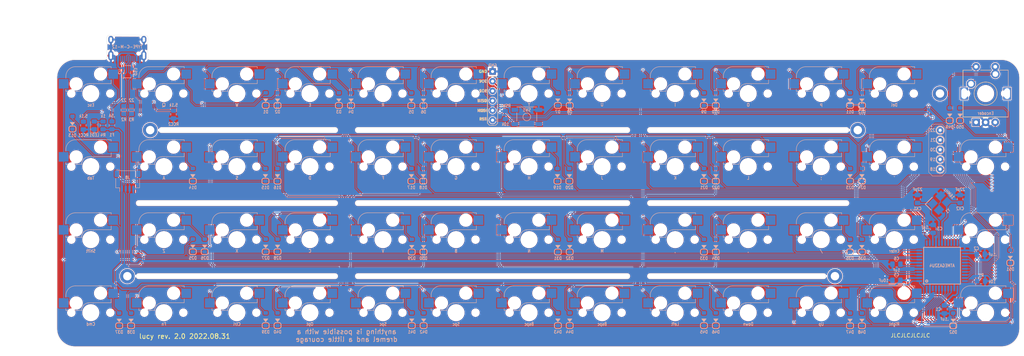
<source format=kicad_pcb>
(kicad_pcb (version 20211014) (generator pcbnew)
  (layers (0 "F.Cu" signal) (31 "B.Cu" signal) (34 "B.Paste" user) (35 "F.Paste" user) (36 "B.SilkS" user "B.Silkscreen") (37 "F.SilkS" user "F.Silkscreen") (38 "B.Mask" user) (39 "F.Mask" user) (44 "Edge.Cuts" user))
  (net 0 "")
  (net 1 "Net-(D1-Pad2)")
  (net 2 "Net-(D2-Pad2)")
  (net 3 "Net-(D3-Pad2)")
  (net 4 "Net-(D4-Pad2)")
  (net 5 "Net-(D5-Pad2)")
  (net 6 "Net-(D6-Pad2)")
  (net 7 "Net-(D7-Pad2)")
  (net 8 "Net-(D8-Pad2)")
  (net 9 "Net-(D9-Pad2)")
  (net 10 "Net-(D10-Pad2)")
  (net 11 "Net-(D11-Pad2)")
  (net 12 "Net-(D12-Pad2)")
  (net 13 "Net-(D13-Pad2)")
  (net 14 "Net-(D14-Pad2)")
  (net 15 "Net-(D15-Pad2)")
  (net 16 "Net-(D16-Pad2)")
  (net 17 "Net-(D17-Pad2)")
  (net 18 "Net-(D18-Pad2)")
  (net 19 "Net-(D19-Pad2)")
  (net 20 "Net-(D20-Pad2)")
  (net 21 "Net-(D21-Pad2)")
  (net 22 "Net-(D22-Pad2)")
  (net 23 "Net-(D23-Pad2)")
  (net 24 "Net-(D24-Pad2)")
  (net 25 "Net-(D25-Pad2)")
  (net 26 "Net-(D26-Pad2)")
  (net 27 "Net-(D27-Pad2)")
  (net 28 "Net-(D28-Pad2)")
  (net 29 "Net-(D29-Pad2)")
  (net 30 "Net-(D30-Pad2)")
  (net 31 "Net-(D31-Pad2)")
  (net 32 "Net-(D32-Pad2)")
  (net 33 "Net-(D33-Pad2)")
  (net 34 "Net-(D34-Pad2)")
  (net 35 "Net-(D35-Pad2)")
  (net 36 "Net-(D36-Pad2)")
  (net 37 "Net-(D37-Pad2)")
  (net 38 "Net-(D38-Pad2)")
  (net 39 "Net-(D39-Pad2)")
  (net 40 "Net-(D40-Pad2)")
  (net 41 "Net-(D41-Pad2)")
  (net 42 "Net-(D42-Pad2)")
  (net 43 "Net-(D43-Pad2)")
  (net 44 "Net-(D44-Pad2)")
  (net 45 "Net-(D45-Pad2)")
  (net 46 "Net-(D46-Pad2)")
  (net 47 "Net-(D47-Pad2)")
  (net 48 "Net-(D48-Pad2)")
  (net 49 "VCC")
  (net 50 "Net-(C6-Pad1)")
  (net 51 "XTAL1")
  (net 52 "XTAL2")
  (net 53 "row0")
  (net 54 "row1")
  (net 55 "row2")
  (net 56 "row3")
  (net 57 "D-")
  (net 58 "D+")
  (net 59 "col0")
  (net 60 "col1")
  (net 61 "col2")
  (net 62 "col3")
  (net 63 "col4")
  (net 64 "col5")
  (net 65 "col6")
  (net 66 "col7")
  (net 67 "col8")
  (net 68 "col9")
  (net 69 "col10")
  (net 70 "col11")
  (net 71 "Net-(R1-Pad2)")
  (net 72 "VBUS")
  (net 73 "Net-(J1-PadB5)")
  (net 74 "Net-(J1-PadA5)")
  (net 75 "ISP_Reset")
  (net 76 "Net-(D52-Pad2)")
  (net 77 "col12")
  (net 78 "GND")
  (net 79 "Net-(LED1-Pad2)")
  (net 80 "DBUS-")
  (net 81 "DBUS+")
  (net 82 "enc0a")
  (net 83 "enc0b")
  (net 84 "Net-(D49-Pad2)")
  (net 85 "Net-(D50-Pad2)")
  (net 86 "Net-(D51-Pad2)")
  (net 91 "Net-(J3-Pad1)")
  (net 92 "Net-(J4-Pad1)")
  (net 93 "Net-(J5-Pad1)")
  (net 94 "Net-(J6-Pad1)")
  (net 95 "Net-(J7-Pad1)")
  (footprint "MX_Only:MXOnly-1U-Hotswap" (layer "F.Cu") (at 124.990225 53.19395)
    (fp_text reference "K3")
    (fp_text value "KEYSW")
  )
  (footprint "MX_Only:MXOnly-1U-Hotswap" (layer "F.Cu") (at 201.190225 53.19395)
    (fp_text reference "K7")
    (fp_text value "KEYSW")
  )
  (footprint "MX_Only:MXOnly-1U-Hotswap" (layer "F.Cu") (at 182.140225 53.19395)
    (fp_text reference "K6")
    (fp_text value "KEYSW")
  )
  (footprint "MX_Only:MXOnly-1U-Hotswap" (layer "F.Cu") (at 163.090225 53.19395)
    (fp_text reference "K5")
    (fp_text value "KEYSW")
  )
  (footprint "MX_Only:MXOnly-1U-Hotswap" (layer "F.Cu") (at 86.890225 53.19395)
    (fp_text reference "K1")
    (fp_text value "KEYSW")
  )
  (footprint "MX_Only:MXOnly-1U-Hotswap" (layer "F.Cu") (at 220.240225 53.19395)
    (fp_text reference "K8")
    (fp_text value "KEYSW")
  )
  (footprint "MX_Only:MXOnly-1U-Hotswap" (layer "F.Cu") (at 239.290225 53.19395)
    (fp_text reference "K9")
    (fp_text value "KEYSW")
  )
  (footprint "MX_Only:MXOnly-1U-Hotswap" (layer "F.Cu") (at 86.890225 72.24395)
    (fp_text reference "K13")
    (fp_text value "KEYSW")
  )
  (footprint "MX_Only:MXOnly-1U-Hotswap" (layer "F.Cu") (at 105.940225 72.24395)
    (fp_text reference "K14")
    (fp_text value "KEYSW")
  )
  (footprint "MX_Only:MXOnly-1U-Hotswap" (layer "F.Cu") (at 144.045399 72.24395)
    (fp_text reference "K16")
    (fp_text value "KEYSW")
  )
  (footprint "MX_Only:MXOnly-1U-Hotswap" (layer "F.Cu") (at 277.390225 53.19395)
    (fp_text reference locked "K11")
    (fp_text value "KEYSW")
  )
  (footprint "MX_Only:MXOnly-1U-Hotswap" (layer "F.Cu") (at 163.090225 72.24395)
    (fp_text reference "K17")
    (fp_text value "KEYSW")
  )
  (footprint "MX_Only:MXOnly-1U-Hotswap" (layer "F.Cu") (at 182.140225 72.24395)
    (fp_text reference "K18")
    (fp_text value "KEYSW")
  )
  (footprint "MX_Only:MXOnly-1U-Hotswap" (layer "F.Cu") (at 201.190225 72.24395)
    (fp_text reference "K19")
    (fp_text value "KEYSW")
  )
  (footprint "MX_Only:MXOnly-1U-Hotswap" (layer "F.Cu") (at 105.940225 110.34395)
    (fp_text reference "K38")
    (fp_text value "KEYSW")
  )
  (footprint "MX_Only:MXOnly-1U-Hotswap" (layer "F.Cu") (at 124.990225 110.34395)
    (fp_text reference "K39")
    (fp_text value "KEYSW")
  )
  (footprint "MX_Only:MXOnly-1U-Hotswap" (layer "F.Cu") (at 144.040225 110.34395)
    (fp_text reference locked "K40")
    (fp_text value "KEYSW")
  )
  (footprint "MX_Only:MXOnly-1U-Hotswap" (layer "F.Cu") (at 163.090225 110.34395)
    (fp_text reference locked "K41")
    (fp_text value "KEYSW")
  )
  (footprint "MX_Only:MXOnly-1U-Hotswap" (layer "F.Cu") (at 182.140225 110.34395)
    (fp_text reference "K42")
    (fp_text value "KEYSW")
  )
  (footprint "MX_Only:MXOnly-1U-Hotswap" (layer "F.Cu") (at 220.240225 110.34395)
    (fp_text reference "K44")
    (fp_text value "KEYSW")
  )
  (footprint "MX_Only:MXOnly-1U-Hotswap" (layer "F.Cu") (at 239.290225 110.34395)
    (fp_text reference "K45")
    (fp_text value "KEYSW")
  )
  (footprint "MX_Only:MXOnly-1U-Hotswap" (layer "F.Cu") (at 258.340225 110.34395)
    (fp_text reference "K46")
    (fp_text value "KEYSW")
  )
  (footprint "MX_Only:MXOnly-1U-Hotswap" (layer "F.Cu") (at 277.390225 110.34395)
    (fp_text reference "K47")
    (fp_text value "KEYSW")
  )
  (footprint "MX_Only:MXOnly-1U-Hotswap" (layer "F.Cu") (at 201.190225 110.34395)
    (fp_text reference "K43")
    (fp_text value "KEYSW")
  )
  (footprint "MX_Only:MXOnly-1U-Hotswap" (layer "F.Cu") (at 277.390225 91.29395)
    (fp_text reference locked "K35")
    (fp_text value "KEYSW")
  )
  (footprint "MX_Only:MXOnly-1U-Hotswap" (layer "F.Cu") (at 258.340225 91.29395)
    (fp_text reference "K34")
    (fp_text value "KEYSW")
  )
  (footprint "MX_Only:MXOnly-1U-Hotswap" (layer "F.Cu") (at 220.240225 91.29395)
    (fp_text reference "K32")
    (fp_text value "KEYSW")
  )
  (footprint "MX_Only:MXOnly-1U-Hotswap" (layer "F.Cu") (at 182.140225 91.29395)
    (fp_text reference "K30")
    (fp_text value "KEYSW")
  )
  (footprint "MX_Only:MXOnly-1U-Hotswap" (layer "F.Cu") (at 144.040225 91.29395)
    (fp_text reference "K28")
    (fp_text value "KEYSW")
  )
  (footprint "MX_Only:MXOnly-1U-Hotswap" (layer "F.Cu") (at 86.890225 91.29395)
    (fp_text reference "K25")
    (fp_text value "KEYSW")
  )
  (footprint "MX_Only:MXOnly-1U-Hotswap" (layer "F.Cu") (at 163.090225 91.29395)
    (fp_text reference "K29")
    (fp_text value "KEYSW")
  )
  (footprint "MX_Only:MXOnly-1U-Hotswap" (layer "F.Cu") (at 296.440225 72.24395)
    (fp_text reference "K24")
    (fp_text value "KEYSW")
  )
  (footprint "MX_Only:MXOnly-1U-Hotswap" (layer "F.Cu") (at 124.990225 91.29395)
    (fp_text reference "K27")
    (fp_text value "KEYSW")
  )
  (footprint "MX_Only:MXOnly-1U-Hotswap" (layer "F.Cu") (at 105.940225 91.29395)
    (fp_text reference "K26")
    (fp_text value "KEYSW")
  )
  (footprint "MX_Only:MXOnly-1U-Hotswap" (layer "F.Cu") (at 258.340225 72.24395)
    (fp_text reference locked "K22")
    (fp_text value "KEYSW")
  )
  (footprint "MX_Only:MXOnly-1U-Hotswap" (layer "F.Cu") (at 239.290225 72.24395)
    (fp_text reference "K21")
    (fp_text value "KEYSW")
  )
  (footprint "MX_Only:MXOnly-1U-Hotswap" (layer "F.Cu") (at 277.390225 72.24395)
    (fp_text reference "K23")
    (fp_text value "KEYSW")
  )
  (footprint "MX_Only:MXOnly-1U-Hotswap" (layer "F.Cu") (at 296.440225 110.34395)
    (fp_text reference "K48")
    (fp_text value "KEYSW")
  )
  (footprint "MX_Only:MXOnly-1U-Hotswap" (layer "F.Cu") (at 296.440225 91.29395)
    (fp_text reference "K36")
    (fp_text value "KEYSW")
  )
  (footprint "MX_Only:MXOnly-1U-Hotswap" (layer "F.Cu") (at 296.440225 53.19395)
    (fp_text reference "K12")
    (fp_text value "KEYSW")
  )
  (footprint "Keebio-Parts:RotaryEncoder_EC11" (layer "F.Cu") (at 320.252725 53.19395 90)
    (fp_text reference "SW2")
    (fp_text value "Rotary_Encoder_Switch")
  )
  (footprint "MX_Only:MXOnly-1U-Hotswap" (layer "F.Cu") (at 105.940225 53.19395)
    (fp_text reference "K2")
    (fp_text value "KEYSW")
  )
  (footprint "MX_Only:MXOnly-1U-Hotswap" (layer "F.Cu") (at 144.040225 53.19395)
    (fp_text reference "K4")
    (fp_text value "KEYSW")
  )
  (footprint "MX_Only:MXOnly-1U-Hotswap" (layer "F.Cu") (at 320.252785 110.34423)
    (fp_text reference "K52")
    (fp_text value "KEYSW")
  )
  (footprint "MX_Only:MXOnly-1U-Hotswap" (layer "F.Cu") (at 320.252785 72.24407)
    (fp_text reference "K50")
    (fp_text value "KEYSW")
  )
  (footprint "MX_Only:MXOnly-1U-Hotswap" (layer "F.Cu") (at 320.252785 91.29415)
    (fp_text reference "K51")
    (fp_text value "KEYSW")
  )
  (footprint "MX_Only:MXOnly-1U-Hotswap" (layer "F.Cu") (at 201.190225 91.29395)
    (fp_text reference "K31")
    (fp_text value "KEYSW")
  )
  (footprint "MX_Only:MXOnly-1U-Hotswap" (layer "F.Cu") (at 239.290225 91.29395)
    (fp_text reference "K33")
    (fp_text value "KEYSW")
  )
  (footprint "MX_Only:MXOnly-1U-Hotswap" (layer "F.Cu") (at 86.890225 110.34395)
    (fp_text reference "K37")
    (fp_text value "KEYSW")
  )
  (footprint "MX_Only:MXOnly-1U-Hotswap" (layer "F.Cu") (at 258.340225 53.19395)
    (fp_text reference "K10")
    (fp_text value "KEYSW")
  )
  (footprint "MX_Only:MXOnly-1U-Hotswap" (layer "F.Cu") (at 124.990225 72.24395)
    (fp_text reference "K15")
    (fp_text value "KEYSW")
  )
  (footprint "MX_Only:MXOnly-1U-Hotswap" (layer "F.Cu") (at 220.240225 72.24395)
    (fp_text reference "K20")
    (fp_text value "KEYSW")
  )
  (footprint "MountingHole:MountingHole_2.2mm_M2_DIN965_Pad" (layer "F.Cu") (at 308.346661 53.19395)
    (fp_text reference "H1")
    (fp_text value "MountingHole")
  )
  (footprint "MountingHole:MountingHole_2.2mm_M2_DIN965_Pad" (layer "F.Cu") (at 286.915393 62.718958)
    (fp_text reference "H4")
    (fp_text value "MountingHole")
  )
  (footprint "MountingHole:MountingHole_2.2mm_M2_DIN965_Pad" (layer "F.Cu") (at 280.962271 100.81899)
    (fp_text reference "H3")
    (fp_text value "MountingHole")
  )
  (footprint "MountingHole:MountingHole_2.2mm_M2_DIN965_Pad" (layer "F.Cu") (at 96.415233 100.81899)
    (fp_text reference "H2")
    (fp_text value "MountingHole")
  )
  (footprint "MountingHole:MountingHole_2.2mm_M2_DIN965_Pad" (layer "F.Cu") (at 102.368363 62.718958)
    (fp_text reference "H5")
    (fp_text value "MountingHole")
  )
  (footprint "MX_Only:MXOnly-1U-NoLED" (layer "F.Cu") (at 320.252725 53.19395)
    (fp_text reference "K49")
    (fp_text value "KEYSW")
  )
  (footprint "Capacitor_SMD:C_0805_2012Metric_Pad1.18x1.45mm_HandSolder" (layer "B.Cu") (at 309.490225 109.49395 -90)
    (fp_text reference "C1")
    (fp_text value ".1uF")
  )
  (footprint "Keeb_footprints:D_SOD-123_modified" (layer "B.Cu") (at 116.590225 92.79395 90)
    (fp_text reference "D26")
    (fp_text value "D")
  )
  (footprint "Keeb_footprints:D_SOD-123_modified" (layer "B.Cu") (at 208.590225 74.39395 90)
    (fp_text reference "D19")
    (fp_text value "D")
  )
  (footprint "Keeb_footprints:D_SOD-123_modified" (layer "B.Cu") (at 170.490225 74.39395 90)
    (fp_text reference "D17")
    (fp_text value "D")
  )
  (footprint "Keeb_footprints:D_SOD-123_modified" (layer "B.Cu") (at 135.581415 74.39395 90)
    (fp_text reference "D16")
    (fp_text value "D")
  )
  (footprint "Keeb_footprints:D_SOD-123_modified" (layer "B.Cu") (at 113.490225 74.39395 90)
    (fp_text reference "D14")
    (fp_text value "D")
  )
  (footprint "Keeb_footprints:D_SOD-123_modified" (layer "B.Cu") (at 284.890625 54.65625 90)
    (fp_text reference "D11")
    (fp_text value "D")
  )
  (footprint "Keeb_footprints:D_SOD-123_modified" (layer "B.Cu") (at 249.881415 54.65625 90)
    (fp_text reference "D10")
    (fp_text value "D")
  )
  (footprint "Keeb_footprints:D_SOD-123_modified" (layer "B.Cu") (at 211.781415 54.65625 90)
    (fp_text reference "D8")
    (fp_text value "D")
  )
  (footprint "Keeb_footprints:D_SOD-123_modified" (layer "B.Cu") (at 208.681415 54.65625 90)
    (fp_text reference "D7")
    (fp_text value "D")
  )
  (footprint "Keeb_footprints:D_SOD-123_modified" (layer "B.Cu") (at 173.651789 54.683377 90)
    (fp_text reference "D6")
    (fp_text value "D")
  )
  (footprint "Keeb_footprints:D_SOD-123_modified" (layer "B.Cu") (at 170.476789 54.683377 90)
    (fp_text reference "D5")
    (fp_text value "D")
  )
  (footprint "Keeb_footprints:D_SOD-123_modified" (layer "B.Cu") (at 154.751789 54.65625 90)
    (fp_text reference "D4")
    (fp_text value "D")
  )
  (footprint "Keeb_footprints:D_SOD-123_modified" (layer "B.Cu") (at 287.990625 112.1 90)
    (fp_text reference "D48")
    (fp_text value "D")
  )
  (footprint "Keeb_footprints:D_SOD-123_modified" (layer "B.Cu") (at 284.890625 112.1 90)
    (fp_text reference "D47")
    (fp_text value "D")
  )
  (footprint "Keeb_footprints:D_SOD-123_modified" (layer "B.Cu") (at 249.890625 112.063123 90)
    (fp_text reference "D46")
    (fp_text value "D")
  )
  (footprint "Keeb_footprints:D_SOD-123_modified" (layer "B.Cu") (at 246.790625 112.05625 90)
    (fp_text reference "D45")
    (fp_text value "D")
  )
  (footprint "Keeb_footprints:D_SOD-123_modified" (layer "B.Cu") (at 211.783999 112.05625 90)
    (fp_text reference "D44")
    (fp_text value "D")
  )
  (footprint "Keeb_footprints:D_SOD-123_modified" (layer "B.Cu") (at 208.7 112.05625 90)
    (fp_text reference "D43")
    (fp_text value "D")
  )
  (footprint "Keeb_footprints:D_SOD-123_modified" (layer "B.Cu") (at 211.790625 92.85625 90)
    (fp_text reference "D32")
    (fp_text value "D")
  )
  (footprint "Keeb_footprints:D_SOD-123_modified" (layer "B.Cu") (at 284.890625 74.39395 90)
    (fp_text reference "D23")
    (fp_text value "D")
  )
  (footprint "Keeb_footprints:D_SOD-123_modified" (layer "B.Cu") (at 208.690625 92.85625 90)
    (fp_text reference "D31")
    (fp_text value "D")
  )
  (footprint "Keeb_footprints:D_SOD-123_modified" (layer "B.Cu") (at 170.585999 92.85625 90)
    (fp_text reference "D29")
    (fp_text value "D")
  )
  (footprint "Keeb_footprints:D_SOD-123_modified" (layer "B.Cu") (at 132.490225 92.79395 90)
    (fp_text reference "D27")
    (fp_text value "D")
  )
  (footprint "Keeb_footprints:D_SOD-123_modified" (layer "B.Cu") (at 287.990625 74.39395 90)
    (fp_text reference "D24")
    (fp_text value "D")
  )
  (footprint "Keeb_footprints:D_SOD-123_modified" (layer "B.Cu") (at 284.890625 92.85625 90)
    (fp_text reference "D35")
    (fp_text value "D")
  )
  (footprint "Keeb_footprints:D_SOD-123_modified" (layer "B.Cu") (at 249.890625 92.85625 90)
    (fp_text reference "D34")
    (fp_text value "D")
  )
  (footprint "Keeb_footprints:D_SOD-123_modified" (layer "B.Cu") (at 246.790625 92.85625 90)
    (fp_text reference "D33")
    (fp_text value "D")
  )
  (footprint "Keeb_footprints:D_SOD-123_modified" (layer "B.Cu") (at 173.690625 112.05625 90)
    (fp_text reference "D42")
    (fp_text value "D")
  )
  (footprint "Keeb_footprints:D_SOD-123_modified" (layer "B.Cu") (at 151.576789 54.65625 90)
    (fp_text reference "D3")
    (fp_text value "D")
  )
  (footprint "Keeb_footprints:D_SOD-123_modified" (layer "B.Cu") (at 211.690225 74.39395 90)
    (fp_text reference "D20")
    (fp_text value "D")
  )
  (footprint "Keeb_footprints:ICSP-Header_small_pins" (layer "B.Cu") (at 191.665313 47.44395 180)
    (fp_text reference "J2" hide)
    (fp_text value "AVR-ISP-6_mod")
  )
  (footprint "Keeb_footprints:D_SOD-123_modified" (layer "B.Cu") (at 287.990625 54.65625 90)
    (fp_text reference "D12")
    (fp_text value "D")
  )
  (footprint "Keeb_footprints:D_SOD-123_modified" (layer "B.Cu") (at 311.790625 112.1 90)
    (fp_text reference "D52")
    (fp_text value "D")
  )
  (footprint "Keeb_footprints:D_SOD-123_modified" (layer "B.Cu") (at 313.590225 58.59395 90)
    (fp_text reference "D50")
    (fp_text value "D")
  )
  (footprint "Keeb_footprints:D_SOD-123_modified" (layer "B.Cu") (at 326.690225 95.69395 90)
    (fp_text reference "D51")
    (fp_text value "D")
  )
  (footprint "random-keyboard-parts:SKQG-1155865" (layer "B.Cu") (at 200.590225 59.29395)
    (fp_text reference "SW1")
    (fp_text value "SW_PUSH")
  )
  (footprint "Keebio-Parts:ATMEGA32U4-AU" (layer "B.Cu") (at 308.890225 98.09395)
    (fp_text reference "U1")
    (fp_text value "ATMEGA32U4")
  )
  (footprint "Capacitor_SMD:C_0805_2012Metric_Pad1.18x1.45mm_HandSolder" (layer "B.Cu") (at 306.590225 88.49395 90)
    (fp_text reference "C3")
    (fp_text value ".1uF")
  )
  (footprint "Capacitor_SMD:C_0805_2012Metric_Pad1.18x1.45mm_HandSolder" (layer "B.Cu") (at 313.590225 80.69395 90)
    (fp_text reference "CX2")
    (fp_text value "22pF")
  )
  (footprint "Capacitor_SMD:C_0805_2012Metric_Pad1.18x1.45mm_HandSolder" (layer "B.Cu") (at 302.490225 80.69395 90)
    (fp_text reference "CX1")
    (fp_text value "22pF")
  )
  (footprint "Crystal:Crystal_SMD_3225-4Pin_3.2x2.5mm_HandSoldering" (layer "B.Cu") (at 308.290225 81.69395 45)
    (fp_text reference "Y1")
    (fp_text value "16MHz")
  )
  (footprint "Fuse:Fuse_0805_2012Metric_Pad1.15x1.40mm_HandSolder" (layer "B.Cu") (at 92.390225 61.49395 90)
    (fp_text reference "F1")
    (fp_text value ".5A")
  )
  (footprint "Keeb_footprints:TYPE-C-31-M-12" (layer "B.Cu") (at 96.415217 44.81645)
    (fp_text reference "J1")
    (fp_text value "TYPE-C-31-M12_13")
  )
  (footprint "Resistor_SMD:R_0805_2012Metric_Pad1.15x1.40mm_HandSolder" (layer "B.Cu") (at 97.490625 57.49395 90)
    (fp_text reference "R3")
    (fp_text value "22")
  )
  (footprint "Resistor_SMD:R_0805_2012Metric_Pad1.15x1.40mm_HandSolder" (layer "B.Cu") (at 84.940225 61.54395 90)
    (fp_text reference "RCC1")
    (fp_text value "5.1k")
  )
  (footprint "Resistor_SMD:R_0805_2012Metric_Pad1.15x1.40mm_HandSolder" (layer "B.Cu") (at 90.090225 61.49395 -90)
    (fp_text reference "R4")
    (fp_text value "1k")
  )
  (footprint "LED_SMD:LED_0805_2012Metric_Pad1.15x1.40mm_HandSolder" (layer "B.Cu") (at 87.790225 61.49395 90)
    (fp_text reference "LED1")
    (fp_text value "LED")
  )
  (footprint "Keeb_footprints:D_SOD-123_modified" (layer "B.Cu") (at 135.590625 112.05625 90)
    (fp_text reference "D40")
    (fp_text value "D")
  )
  (footprint "Keeb_footprints:D_SOD-123_modified" (layer "B.Cu") (at 132.490625 112.063123 90)
    (fp_text reference "D39")
    (fp_text value "D")
  )
  (footprint "Capacitor_SMD:C_0805_2012Metric_Pad1.18x1.45mm_HandSolder" (layer "B.Cu") (at 318.990225 95.09395)
    (fp_text reference "C2")
    (fp_text value ".1uF")
  )
  (footprint "Resistor_SMD:R_0805_2012Metric_Pad1.15x1.40mm_HandSolder" (layer "B.Cu") (at 95.490625 57.49395 90)
    (fp_text reference "R2")
    (fp_text value "22")
  )
  (footprint "Capacitor_SMD:C_0805_2012Metric_Pad1.18x1.45mm_HandSolder" (layer "B.Cu") (at 296.990225 101.89395 180)
    (fp_text reference "C5")
    (fp_text value "10uF")
  )
  (footprint "Capacitor_SMD:C_0805_2012Metric_Pad1.18x1.45mm_HandSolder" (layer "B.Cu") (at 296.990225 97.69395 180)
    (fp_text reference "C6")
    (fp_text value "1uF")
  )
  (footprint "Resistor_SMD:R_0805_2012Metric_Pad1.15x1.40mm_HandSolder" (layer "B.Cu") (at 319.090225 102.09395 180)
    (fp_text reference "R1")
    (fp_text value "10k")
  )
  (footprint "Keeb_footprints:D_SOD-123_modified" (layer "B.Cu") (at 82.090225 60.79395 90)
    (fp_text reference "D13")
    (fp_text value "D")
  )
  (footprint "Keeb_footprints:D_SOD-123_modified" (layer "B.Cu") (at 94.290225 112.09395 90)
    (fp_text reference "D37")
    (fp_text value "D")
  )
  (footprint "Keeb_footprints:D_SOD-123_modified" (layer "B.Cu") (at 97.390225 112.09395 90)
    (fp_text reference "D38")
    (fp_text value "D")
  )
  (footprint "Keeb_footprints:D_SOD-123_modified" (layer "B.Cu") (at 170.590625 112.05625 90)
    (fp_text reference "D41")
    (fp_text value "D")
  )
  (footprint "Keeb_footprints:D_SOD-123_modified" (layer "B.Cu") (at 135.590225 92.79395 90)
    (fp_text reference "D28")
    (fp_text value "D")
  )
  (footprint "Keeb_footprints:D_SOD-123_modified" (layer "B.Cu") (at 173.65 92.85625 90)
    (fp_text reference "D30")
    (fp_text value "D")
  )
  (footprint "Keeb_footprints:D_SOD-123_modified" (layer "B.Cu") (at 287.990625 92.85625 90)
    (fp_text reference "D36")
    (fp_text value "D")
  )
  (footprint "Keeb_footprints:D_SOD-123_modified" (layer "B.Cu") (at 113.490225 92.79395 90)
    (fp_text reference "D25")
    (fp_text value "D")
  )
  (footprint "Keeb_footprints:D_SOD-123_modified" (layer "B.Cu") (at 135.581415 54.65625 90)
    (fp_text reference "D2")
    (fp_text value "D")
  )
  (footprint "Keeb_footprints:D_SOD-123_modified" (layer "B.Cu") (at 310.890225 58.59395 90)
    (fp_text reference "D49")
    (fp_text value "D")
  )
  (footprint "Keeb_footprints:D_SOD-123_modified" (layer "B.Cu") (at 246.781415 54.65625 90)
    (fp_text reference "D9")
    (fp_text value "D")
  )
  (footprint "Keeb_footprints:D_SOD-123_modified" (layer "B.Cu") (at 132.490625 54.64995 90)
    (fp_text reference "D1")
    (fp_text value "D")
  )
  (footprint "Resistor_SMD:R_0805_2012Metric_Pad1.15x1.40mm_HandSolder" (layer "B.Cu") (at 194.990225 58.79395 90)
    (fp_text reference "RSW1")
    (fp_text value "10k")
  )
  (footprint "Keeb_footprints:D_SOD-123_modified" (layer "B.Cu") (at 249.881415 74.39395 90)
    (fp_text reference "D22")
    (fp_text value "D")
  )
  (footprint "Keeb_footprints:D_SOD-123_modified" (layer "B.Cu") (at 246.781415 74.39395 90)
    (fp_text reference "D21")
    (fp_text value "D")
  )
  (footprint "Keeb_footprints:D_SOD-123_modified" (layer "B.Cu") (at 173.590225 74.39395 90)
    (fp_text reference "D18")
    (fp_text value "D")
  )
  (footprint "Keeb_footprints:D_SOD-123_modified" (layer "B.Cu") (at 132.431415 74.39395 90)
    (fp_text reference "D15")
    (fp_text value "D")
  )
  (footprint "Resistor_SMD:R_0805_2012Metric_Pad1.15x1.40mm_HandSolder" (layer "B.Cu") (at 108.465225 58.66895 90)
    (fp_text reference "RCC2")
    (fp_text value "5.1k")
  )
  (footprint "Keebio-Parts:SOT-143B" (layer "B.Cu") (at 96.490625 47.49395 -90)
    (fp_text reference "U2")
    (fp_text value "PRTR5V0U2X" hide)
  )
  (footprint "TestPoint:TestPoint_Keystone_5000-5004_Miniature" (layer "B.Cu") (at 308.390225 67.84395 180)
    (fp_text reference "J5")
    (fp_text value "Conn_01x01")
  )
  (footprint "TestPoint:TestPoint_Keystone_5000-5004_Miniature" (layer "B.Cu") (at 308.390225 70.38395 180)
    (fp_text reference "J4")
    (fp_text value "Conn_01x01")
  )
  (footprint "TestPoint:TestPoint_Keystone_5000-5004_Miniature" (layer "B.Cu") (at 308.390225 72.92395 180)
    (fp_text reference "J3")
    (fp_text value "Conn_01x01")
  )
  (footprint "TestPoint:TestPoint_Keystone_5000-5004_Miniature" (layer "B.Cu") (at 308.390225 65.30395 180)
    (fp_text reference "J6")
    (fp_text value "Conn_01x01")
  )
  (footprint "TestPoint:TestPoint_Keystone_5000-5004_Miniature" (layer "B.Cu") (at 308.390225 62.76395 180)
    (fp_text reference "J7")
    (fp_text value "Conn_01x01")
  )
  (footprint "Connector_JST:JST_SH_SM04B-SRSS-TB_1x04-1MP_P1.00mm_Horizontal" (layer "B.Cu") (at 96.490225 75.99395)
    (fp_text reference "J8")
    (fp_text value "4PIN")
  )
  (gr_line (start 305.390225 73.69395) (end 306.390225 74.69395) (layer "B.SilkS") (width 0.1))
  (gr_line (start 309.890225 62.19395) (end 308.890225 61.19395) (layer "B.SilkS") (width 0.1))
  (gr_line (start 306.390225 74.69395) (end 308.890225 74.69395) (layer "B.SilkS") (width 0.1))
  (gr_line (start 305.390225 62.19395) (end 305.390225 73.69395) (layer "B.SilkS") (width 0.1))
  (gr_line (start 309.890225 73.69395) (end 309.890225 62.19395) (layer "B.SilkS") (width 0.1))
  (gr_line (start 305.390225 62.19395) (end 306.390225 61.19395) (layer "B.SilkS") (width 0.1))
  (gr_line (start 309.890225 73.69395) (end 308.890225 74.69395) (layer "B.SilkS") (width 0.1))
  (gr_line (start 308.890225 61.19395) (end 306.390225 61.19395) (layer "B.SilkS") (width 0.1))
  (gr_line (start 91.057416 43.668942) (end 91.057416 38.608805) (layer "Edge.Cuts") (width 0.05))
  (gr_arc (start 324.420112 44.264255) (mid 327.787711 45.65916) (end 329.182616 49.026759) (layer "Edge.Cuts") (width 0.05))
  (gr_line (start 150.588667 81.173661) (end 99.391798 81.173661) (layer "Edge.Cuts") (width 0.05))
  (gr_arc (start 226.788731 81.173661) (mid 227.384093 81.768974) (end 226.788731 82.364287) (layer "Edge.Cuts") (width 0.05))
  (gr_line (start 226.788731 100.223677) (end 156.541895 100.223677) (layer "Edge.Cuts") (width 0.05))
  (gr_line (start 156.541846 62.123687) (end 226.788731 62.123603) (layer "Edge.Cuts") (width 0.05))
  (gr_line (start 232.741959 62.123687) (end 283.938722 62.123645) (layer "Edge.Cuts") (width 0.05))
  (gr_line (start 232.741959 100.223719) (end 277.985717 100.223675) (layer "Edge.Cuts") (width 0.05))
  (gr_arc (start 329.182616 114.511189) (mid 327.787711 117.878788) (end 324.420112 119.273693) (layer "Edge.Cuts") (width 0.05))
  (gr_arc (start 283.938795 81.173635) (mid 284.534141 81.768974) (end 283.938795 82.364261) (layer "Edge.Cuts") (width 0.05))
  (gr_arc (start 77.96053 49.026759) (mid 79.355435 45.65916) (end 82.723034 44.264255) (layer "Edge.Cuts") (width 0.05))
  (gr_line (start 329.182616 49.026759) (end 329.182616 114.511189) (layer "Edge.Cuts") (width 0.05))
  (gr_arc (start 156.541846 63.314313) (mid 155.946484 62.719) (end 156.541846 62.123687) (layer "Edge.Cuts") (width 0.05))
  (gr_arc (start 232.74191 82.364329) (mid 232.146548 81.769016) (end 232.74191 81.173703) (layer "Edge.Cuts") (width 0.05))
  (gr_line (start 283.938795 82.364261) (end 232.74191 82.364329) (layer "Edge.Cuts") (width 0.05))
  (gr_line (start 105.344913 62.123603) (end 150.588667 62.123645) (layer "Edge.Cuts") (width 0.05))
  (gr_arc (start 82.723034 119.273693) (mid 79.355435 117.878788) (end 77.96053 114.511189) (layer "Edge.Cuts") (width 0.05))
  (gr_line (start 232.74191 81.173703) (end 283.938795 81.173635) (layer "Edge.Cuts") (width 0.05))
  (gr_line (start 105.344913 63.314229) (end 150.588667 63.314271) (layer "Edge.Cuts") (width 0.05))
  (gr_line (start 283.938722 63.314271) (end 232.741959 63.314313) (layer "Edge.Cuts") (width 0.05))
  (gr_line (start 226.788731 63.314229) (end 156.541846 63.314313) (layer "Edge.Cuts") (width 0.05))
  (gr_line (start 82.723034 119.273693) (end 324.420112 119.273693) (layer "Edge.Cuts") (width 0.05))
  (gr_arc (start 102.368363 44.26427) (mid 101.947414 44.089907) (end 101.773051 43.668958) (layer "Edge.Cuts") (width 0.05))
  (gr_arc (start 156.541895 101.414303) (mid 155.946533 100.81899) (end 156.541895 100.223677) (layer "Edge.Cuts") (width 0.05))
  (gr_line (start 324.420112 44.264255) (end 102.368363 44.26427) (layer "Edge.Cuts") (width 0.05))
  (gr_arc (start 150.588667 62.123645) (mid 151.184029 62.718958) (end 150.588667 63.314271) (layer "Edge.Cuts") (width 0.05))
  (gr_arc (start 150.588667 100.223635) (mid 151.184029 100.818948) (end 150.588667 101.414261) (layer "Edge.Cuts") (width 0.05))
  (gr_line (start 91.652729 38.013494) (end 101.177738 38.013494) (layer "Edge.Cuts") (width 0.05))
  (gr_line (start 150.588667 100.223635) (end 99.391794 100.223677) (layer "Edge.Cuts") (width 0.05))
  (gr_arc (start 232.741959 101.414345) (mid 232.146597 100.819032) (end 232.741959 100.223719) (layer "Edge.Cuts") (width 0.05))
  (gr_line (start 99.391798 82.364287) (end 150.588667 82.364287) (layer "Edge.Cuts") (width 0.05))
  (gr_arc (start 156.541895 82.364287) (mid 155.946533 81.768974) (end 156.541895 81.173661) (layer "Edge.Cuts") (width 0.05))
  (gr_line (start 277.985717 101.414301) (end 232.741959 101.414345) (layer "Edge.Cuts") (width 0.05))
  (gr_arc (start 105.344913 63.314229) (mid 104.749623 62.7189) (end 105.344913 62.123603) (layer "Edge.Cuts") (width 0.05))
  (gr_arc (start 283.938722 62.123645) (mid 284.534149 62.719) (end 283.938722 63.314271) (layer "Edge.Cuts") (width 0.05))
  (gr_line (start 77.96053 114.511189) (end 77.96053 49.026759) (layer "Edge.Cuts") (width 0.05))
  (gr_line (start 101.77305 38.608806) (end 101.77305 43.668958) (layer "Edge.Cuts") (width 0.05))
  (gr_arc (start 101.177738 38.013494) (mid 101.598687 38.187857) (end 101.77305 38.608806) (layer "Edge.Cuts") (width 0.05))
  (gr_arc (start 277.985717 100.223675) (mid 278.580993 100.818998) (end 277.985717 101.414301) (layer "Edge.Cuts") (width 0.05))
  (gr_line (start 226.788731 82.364287) (end 156.541895 82.364287) (layer "Edge.Cuts") (width 0.05))
  (gr_line (start 99.391794 101.414303) (end 150.588667 101.414261) (layer "Edge.Cuts") (width 0.05))
  (gr_line (start 156.541895 101.414303) (end 226.788731 101.414303) (layer "Edge.Cuts") (width 0.05))
  (gr_arc (start 150.588667 81.173661) (mid 151.184029 81.768974) (end 150.588667 82.364287) (layer "Edge.Cuts") (width 0.05))
  (gr_arc (start 226.788731 100.223677) (mid 227.384093 100.81899) (end 226.788731 101.414303) (layer "Edge.Cuts") (width 0.05))
  (gr_arc (start 91.057416 38.608806) (mid 91.231779 38.187857) (end 91.652728 38.013494) (layer "Edge.Cuts") (width 0.05))
  (gr_arc (start 99.391794 101.414303) (mid 98.796493 100.819) (end 99.391794 100.223677) (layer "Edge.Cuts") (width 0.05))
  (gr_arc (start 91.057416 43.668943) (mid 90.883053 44.089892) (end 90.462104 44.264255) (layer "Edge.Cuts") (width 0.05))
  (gr_arc (start 232.741959 63.314313) (mid 232.146597 62.719) (end 232.741959 62.123687) (layer "Edge.Cuts") (width 0.05))
  (gr_arc (start 226.788731 62.123603) (mid 227.384093 62.718916) (end 226.788731 63.314229) (layer "Edge.Cuts") (width 0.05))
  (gr_line (start 82.723034 44.264255) (end 90.462104 44.264255) (layer "Edge.Cuts") (width 0.05))
  (gr_arc (start 99.391798 82.364287) (mid 98.796478 81.769) (end 99.391798 81.173661) (layer "Edge.Cuts") (width 0.05))
  (gr_line (start 156.541895 81.173661) (end 226.788731 81.173661) (layer "Edge.Cuts") (width 0.05))
  (gr_text "16MHz" (at 310.740225 79.24395 315) (layer "B.SilkS") (effects (font (size 0.8 0.7)) (justify mirror)))
  (gr_text "Encoder" (at 320.27947 58.34087) (layer "B.SilkS") (effects (font (size 0.8 0.7)) (justify mirror)))
  (gr_text "B" (at 182.140313 94.270555) (layer "B.SilkS") (effects (font (size 0.8 0.7)) (justify mirror)))
  (gr_text "M" (at 220.240345 94.270555) (layer "B.SilkS") (effects (font (size 0.8 0.7)) (justify mirror)))
  (gr_text "R" (at 163.090297 56.170523) (layer "B.SilkS") (effects (font (size 0.8 0.7)) (justify mirror)))
  (gr_text "V" (at 163.090297 94.270555) (layer "B.SilkS") (effects (font (size 0.8 0.7)) (justify mirror)))
  (gr_text "anything is possible with a\ndremel and a little courage" (at 153.590225 116.29395) (layer "B.SilkS") (effects (font (size 1.25 1.25) (thickness 0.2)) (justify mirror)))
  (gr_text "F" (at 163.090297 75.220539) (layer "B.SilkS") (effects (font (size 0.8 0.7)) (justify mirror)))
  (gr_text "N" (at 201.190329 94.270555) (layer "B.SilkS") (effects (font (size 0.8 0.7)) (justify mirror)))
  (gr_text "D" (at 144.040281 75.220539) (layer "B.SilkS") (effects (font (size 0.8 0.7)) (justify mirror)))
  (gr_text "O" (at 258.340377 56.170523) (layer "B.SilkS") (effects (font (size 0.8 0.7)) (justify mirror)))
  (gr_text "Shift" (at 86.890233 94.270555) (layer "B.SilkS") (effects (font (size 0.8 0.7)) (justify mirror)))
  (gr_text "Down" (at 258.340377 113.320571) (layer "B.SilkS") (effects (font (size 0.8 0.7)) (justify mirror)))
  (gr_text "J" (at 220.240345 75.220539) (layer "B.SilkS") (effects (font (size 0.8 0.7)) (justify mirror)))
  (gr_text "Right" (at 296.440409 113.320571) (layer "B.SilkS") (effects (font (size 0.8 0.7)) (justify mirror)))
  (gr_text "I" (at 239.290361 56.170523) (layer "B.SilkS") (effects (font (size 0.8 0.7)) (justify mirror)))
  (gr_text "G" (at 182.140313 75.220539) (layer "B.SilkS") (effects (font (size 0.8 0.7)) (justify mirror)))
  (gr_text ";" (at 277.390393 75.220539) (layer "B.SilkS") (effects (font (size 0.8 0.7)) (justify mirror)))
  (gr_text "E" (at 144.040281 56.170523) (layer "B.SilkS") (effects (font (size 0.8 0.7)) (justify mirror)))
  (gr_text "S" (at 124.990265 75.220539) (layer "B.SilkS") (effects (font (size 0.8 0.7)) (justify mirror)))
  (gr_text "U" (at 220.213553 56.112152) (layer "B.SilkS") (effects (font (size 0.8 0.7)) (justify mirror)))
  (gr_text "." (at 258.340377 94.270555) (layer "B.SilkS") (effects (font (size 0.8 0.7)) (justify mirror)))
  (gr_text "'" (at 296.440409 75.220539) (layer "B.SilkS") (effects (font (size 0.8 0.7)) (justify mirror)))
  (gr_text "Bspc" (at 201.190329 113.320571) (layer "B.SilkS") (effects (font (size 0.8 0.7)) (justify mirror)))
  (gr_text "/" (at 277.390393 94.270555) (layer "B.SilkS") (effects (font (size 0.8 0.7)) (justify mirror)))
  (gr_text "H" (at 201.190329 75.220539) (layer "B.SilkS") (effects (font (size 0.8 0.7)) (justify mirror)))
  (gr_text "Del" (at 296.440409 56.170523) (layer "B.SilkS") (effects (font (size 0.8 0.7)) (justify mirror)))
  (gr_text "A" (at 105.940249 75.220539) (layer "B.SilkS") (effects (font (size 0.8 0.7)) (justify mirror)))
  (gr_text "Cmd" (at 86.890233 113.320571) (layer "B.SilkS") (effects (font (size 0.8 0.7)) (justify mirror)))
  (gr_text "Spc" (at 163.090297 113.320571) (layer "B.SilkS") (effects (font (size 0.8 0.7)) (justify mirror)))
  (gr_text "Spc" (at 182.140313 113.320571) (layer "B.SilkS") (effects (font (size 0.8 0.7)) (justify mirror)))
  (gr_text "C" (at 144.040281 94.270555) (layer "B.SilkS") (effects (font (size 0.8 0.7)) (justify mirror)))
  (gr_text "Z" (at 105.940249 94.270555) (layer "B.SilkS") (effects (font (size 0.8 0.7)) (justify mirror)))
  (gr_text "P" (at 277.390393 56.306269) (layer "B.SilkS") (effects (font (size 0.8 0.7)) (justify mirror)))
  (gr_text "Opt" (at 144.040281 113.320571) (layer "B.SilkS") (effects (font (size 0.8 0.7)) (justify mirror)))
  (gr_text "L" (at 258.340377 75.220539) (layer "B.SilkS") (effects (font (size 0.8 0.7)) (justify mirror)))
  (gr_text "Fn" (at 105.940249 113.320571) (layer "B.SilkS") (effects (font (size 0.8 0.7)) (justify mirror)))
  (gr_text "W" (at 124.990265 56.170523) (layer "B.SilkS") (effects (font (size 0.8 0.7)) (justify mirror)))
  (gr_text "Ctrl" (at 124.990265 113.320571) (layer "B.SilkS") (effects (font (size 0.8 0.7)) (justify mirror)))
  (gr_text "T" (at 182.140313 56.170523) (layer "B.SilkS") (effects (font (size 0.8 0.7)) (justify mirror)))
  (gr_text "," (at 239.290361 94.270555) (layer "B.SilkS") (effects (font (size 0.8 0.7)) (justify mirror)))
  (gr_text "Up" (at 277.390393 113.320571) (layer "B.SilkS") (effects (font (size 0.8 0.7)) (justify mirror)))
  (gr_text "Esc" (at 86.890233 56.170523) (layer "B.SilkS") (effects (font (size 0.8 0.7)) (justify mirror)))
  (gr_text "Bspc" (at 220.240345 113.320571) (layer "B.SilkS") (effects (font (size 0.8 0.7)) (justify mirror)))
  (gr_text "Enter" (at 296.440409 94.270555) (layer "B.SilkS") (effects (font (size 0.8 0.7)) (justify mirror)))
  (gr_text "Q" (at 105.940249 56.170523) (layer "B.SilkS") (effects (font (size 1 1)) (justify mirror)))
  (gr_text "Tab" (at 86.890233 75.220539) (layer "B.SilkS") (effects (font (size 0.8 0.7)) (justify mirror)))
  (gr_text "Left" (at 239.290361 113.320571) (layer "B.SilkS") (effects (font (size 0.8 0.7)) (justify mirror)))
  (gr_text "K" (at 239.290361 75.220539) (layer "B.SilkS") (effects (font (size 0.8 0.7)) (justify mirror)))
  (gr_text "Y" (at 201.190329 55.96895) (layer "B.SilkS") (effects (font (size 1 1)) (justify mirror)))
  (gr_text "X" (at 124.990265 94.270555) (layer "B.SilkS") (effects (font (size 0.8 0.7)) (justify mirror)))
  (gr_text "JLCJLCJLCJLC" (at 300.632625 116.284314) (layer "F.SilkS") (effects (font (size 1 1))))
  (gr_text "lucy rev. 2.0 2022.08.31" (at 111.38288 116.5) (layer "F.SilkS") (effects (font (size 1.25 1.25) (thickness 0.2))))
  (segment (start 92.335725 57.49395) (end 91.735725 56.89395) (width 0.25) (layer "F.Cu") (net 1))
  (segment (start 115.690225 57.49395) (end 92.335725 57.49395) (width 0.25) (layer "F.Cu") (net 1))
  (segment (start 115.911125 57.27305) (end 115.690225 57.49395) (width 0.25) (layer "F.Cu") (net 1))
  (segment (start 115.911125 55.66895) (end 115.911125 57.27305) (width 0.25) (layer "F.Cu") (net 1))
  (via (at 115.911125 55.66895) (size 0.65) (drill 0.35) (layers "F.Cu" "B.Cu") (net 1))
  (via (at 91.735725 56.89395) (size 0.65) (drill 0.35) (layers "F.Cu" "B.Cu") (net 1))
  (segment (start 92.732225 48.11395) (end 92.732225 50.73595) (width 0.25) (layer "B.Cu") (net 1))
  (segment (start 94.090225 54.53945) (end 91.735725 56.89395) (width 0.25) (layer "B.Cu") (net 1))
  (segment (start 129.369327 55.89395) (end 132.263328 52.99995) (width 0.25) (layer "B.Cu") (net 1))
  (segment (start 129.369327 55.89395) (end 117.309763 55.89395) (width 0.25) (layer "B.Cu") (net 1))
  (segment (start 116.136125 55.89395) (end 115.911125 55.66895) (width 0.25) (layer "B.Cu") (net 1))
  (segment (start 92.732225 50.73595) (end 94.090225 52.09395) (width 0.25) (layer "B.Cu") (net 1))
  (segment (start 94.090225 52.09395) (end 94.090225 54.53945) (width 0.25) (layer "B.Cu") (net 1))
  (segment (start 117.309763 55.89395) (end 116.136125 55.89395) (width 0.25) (layer "B.Cu") (net 1))
  (segment (start 132.263328 52.99995) (end 132.490625 52.99995) (width 0.25) (layer "B.Cu") (net 1))
  (segment (start 129.526529 56.27347) (end 131.3 54.5) (width 0.25) (layer "B.Cu") (net 2))
  (segment (start 111.782225 51.18595) (end 113.065225 52.46895) (width 0.25) (layer "B.Cu") (net 2))
  (segment (start 131.3 54.5) (end 134.087665 54.5) (width 0.25) (layer "B.Cu") (net 2))
  (segment (start 134.087665 54.5) (end 135.581415 53.00625) (width 0.25) (layer "B.Cu") (net 2))
  (segment (start 111.782225 48.11395) (end 111.782225 51.18595) (width 0.25) (layer "B.Cu") (net 2))
  (segment (start 114.169745 56.27347) (end 129.526529 56.27347) (width 0.25) (layer "B.Cu") (net 2))
  (segment (start 113.065225 55.16895) (end 114.169745 56.27347) (width 0.25) (layer "B.Cu") (net 2))
  (segment (start 113.065225 52.46895) (end 113.065225 55.16895) (width 0.25) (layer "B.Cu") (net 2))
  (segment (start 140.83577 46.23577) (end 145.4 50.8) (width 0.25) (layer "B.Cu") (net 3))
  (segment (start 130.832225 48.11395) (end 132.710405 46.23577) (width 0.25) (layer "B.Cu") (net 3))
  (segment (start 132.710405 46.23577) (end 140.83577 46.23577) (width 0.25) (layer "B.Cu") (net 3))
  (segment (start 145.4 50.8) (end 149.370539 50.8) (width 0.25) (layer "B.Cu") (net 3))
  (segment (start 149.370539 50.8) (end 151.576789 53.00625) (width 0.25) (layer "B.Cu") (net 3))
  (segment (start 154.751789 52.983514) (end 149.882225 48.11395) (width 0.25) (layer "B.Cu") (net 4))
  (segment (start 154.751789 53.00625) (end 154.751789 52.983514) (width 0.25) (layer "B.Cu") (net 4))
  (segment (start 168.932225 51.488813) (end 168.932225 48.11395) (width 0.25) (layer "B.Cu") (net 5))
  (segment (start 170.476789 53.033377) (end 168.932225 51.488813) (width 0.25) (layer "B.Cu") (net 5))
  (segment (start 172.86423 46.23577) (end 172.3 46.8) (width 0.25) (layer "B.Cu") (net 6))
  (segment (start 186.104045 46.23577) (end 172.86423 46.23577) (width 0.25) (layer "B.Cu") (net 6))
  (segment (start 172.3 46.8) (end 172.3 51.681588) (width 0.25) (layer "B.Cu") (net 6))
  (segment (start 187.982225 48.11395) (end 186.104045 46.23577) (width 0.25) (layer "B.Cu") (net 6))
  (segment (start 172.3 51.681588) (end 173.651789 53.033377) (width 0.25) (layer "B.Cu") (net 6))
  (segment (start 207.032225 48.11395) (end 207.032225 51.35706) (width 0.25) (layer "B.Cu") (net 7))
  (segment (start 207.032225 51.35706) (end 208.681415 53.00625) (width 0.25) (layer "B.Cu") (net 7))
  (segment (start 226.082225 48.11395) (end 224.207704 46.239429) (width 0.25) (layer "B.Cu") (net 8))
  (segment (start 224.207704 46.239429) (end 211.544746 46.239429) (width 0.25) (layer "B.Cu") (net 8))
  (segment (start 211.544746 46.239429) (end 210.8 46.984175) (width 0.25) (layer "B.Cu") (net 8))
  (segment (start 210.8 52.024835) (end 211.781415 53.00625) (width 0.25) (layer "B.Cu") (net 8))
  (segment (start 210.8 46.984175) (end 210.8 52.024835) (width 0.25) (layer "B.Cu") (net 8))
  (segment (start 245.132225 51.35706) (end 246.781415 53.00625) (width 0.25) (layer "B.Cu") (net 9))
  (segment (start 245.132225 48.11395) (end 245.132225 51.35706) (width 0.25) (layer "B.Cu") (net 9))
  (segment (start 248.8 47.203725) (end 248.8 51.924835) (width 0.25) (layer "B.Cu") (net 10))
  (segment (start 248.8 51.924835) (end 249.881415 53.00625) (width 0.25) (layer "B.Cu") (net 10))
  (segment (start 262.307704 46.239429) (end 249.764296 46.239429) (width 0.25) (layer "B.Cu") (net 10))
  (segment (start 249.764296 46.239429) (end 248.8 47.203725) (width 0.25) (layer "B.Cu") (net 10))
  (segment (start 264.182225 48.11395) (end 262.307704 46.239429) (width 0.25) (layer "B.Cu") (net 10))
  (segment (start 284.890625 53.00625) (end 283.232225 51.34785) (width 0.25) (layer "B.Cu") (net 11))
  (segment (start 283.232225 51.34785) (end 283.232225 48.11395) (width 0.25) (layer "B.Cu") (net 11))
  (segment (start 302.282225 48.11395) (end 300.407704 46.239429) (width 0.25) (layer "B.Cu") (net 12))
  (segment (start 286.890625 51.90625) (end 287.990625 53.00625) (width 0.25) (layer "B.Cu") (net 12))
  (segment (start 300.407704 46.239429) (end 287.707446 46.239429) (width 0.25) (layer "B.Cu") (net 12))
  (segment (start 287.707446 46.239429) (end 286.890625 47.05625) (width 0.25) (layer "B.Cu") (net 12))
  (segment (start 286.890625 47.05625) (end 286.890625 51.90625) (width 0.25) (layer "B.Cu") (net 12))
  (segment (start 83.590225 63.54395) (end 83.590225 61.29395) (width 0.25) (layer "B.Cu") (net 13))
  (segment (start 83.590225 61.29395) (end 82.090225 59.79395) (width 0.25) (layer "B.Cu") (net 13))
  (segment (start 82.090225 59.79395) (end 82.090225 59.14395) (width 0.25) (layer "B.Cu") (net 13))
  (segment (start 85.140225 65.09395) (end 83.590225 63.54395) (width 0.25) (layer "B.Cu") (net 13))
  (segment (start 92.732225 67.16395) (end 90.662225 65.09395) (width 0.25) (layer "B.Cu") (net 13))
  (segment (start 90.662225 65.09395) (end 85.140225 65.09395) (width 0.25) (layer "B.Cu") (net 13))
  (segment (start 111.782225 71.03595) (end 113.490225 72.74395) (width 0.25) (layer "B.Cu") (net 14))
  (segment (start 111.782225 67.16395) (end 111.782225 71.03595) (width 0.25) (layer "B.Cu") (net 14))
  (segment (start 130.832225 71.14476) (end 130.832225 67.16395) (width 0.25) (layer "B.Cu") (net 15))
  (segment (start 132.431415 72.74395) (end 130.832225 71.14476) (width 0.25) (layer "B.Cu") (net 15))
  (segment (start 134.890225 65.875197) (end 134.890225 72.05276) (width 0.25) (layer "B.Cu") (net 16))
  (segment (start 134.890225 72.05276) (end 135.581415 72.74395) (width 0.25) (layer "B.Cu") (net 16))
  (segment (start 149.887399 67.16395) (end 147.417399 64.69395) (width 0.25) (layer "B.Cu") (net 16))
  (segment (start 147.417399 64.69395) (end 136.071473 64.69395) (width 0.25) (layer "B.Cu") (net 16))
  (segment (start 136.071473 64.69395) (end 134.890225 65.875197) (width 0.25) (layer "B.Cu") (net 16))
  (segment (start 170.490225 72.74395) (end 168.932225 71.18595) (width 0.25) (layer "B.Cu") (net 17))
  (segment (start 168.932225 71.18595) (end 168.932225 67.16395) (width 0.25) (layer "B.Cu") (net 17))
  (segment (start 185.291745 64.47347) (end 172.547427 64.47347) (width 0.25) (layer "B.Cu") (net 18))
  (segment (start 187.982225 67.16395) (end 185.291745 64.47347) (width 0.25) (layer "B.Cu") (net 18))
  (segment (start 172.069745 71.22347) (end 173.590225 72.74395) (width 0.25) (layer "B.Cu") (net 18))
  (segment (start 172.547427 64.47347) (end 172.069745 64.951152) (width 0.25) (layer "B.Cu") (net 18))
  (segment (start 172.069745 64.951152) (end 172.069745 71.22347) (width 0.25) (layer "B.Cu") (net 18))
  (segment (start 207.032225 68.43595) (end 208.590225 69.99395) (width 0.25) (layer "B.Cu") (net 19))
  (segment (start 207.032225 67.16395) (end 207.032225 68.43595) (width 0.25) (layer "B.Cu") (net 19))
  (segment (start 208.590225 69.99395) (end 208.590225 72.74395) (width 0.25) (layer "B.Cu") (net 19))
  (segment (start 210.469745 65.054718) (end 210.469745 71.52347) (width 0.25) (layer "B.Cu") (net 20))
  (segment (start 211.050993 64.47347) (end 210.469745 65.054718) (width 0.25) (layer "B.Cu") (net 20))
  (segment (start 223.391745 64.47347) (end 211.050993 64.47347) (width 0.25) (layer "B.Cu") (net 20))
  (segment (start 210.469745 71.52347) (end 211.690225 72.74395) (width 0.25) (layer "B.Cu") (net 20))
  (segment (start 226.082225 67.16395) (end 223.391745 64.47347) (width 0.25) (layer "B.Cu") (net 20))
  (segment (start 245.132225 71.09476) (end 245.132225 67.16395) (width 0.25) (layer "B.Cu") (net 21))
  (segment (start 246.781415 72.74395) (end 245.132225 71.09476) (width 0.25) (layer "B.Cu") (net 21))
  (segment (start 249.147427 64.47347) (end 248.469745 65.151152) (width 0.25) (layer "B.Cu") (net 22))
  (segment (start 248.469745 71.33228) (end 249.881415 72.74395) (width 0.25) (layer "B.Cu") (net 22))
  (segment (start 264.182225 67.16395) (end 261.491745 64.47347) (width 0.25) (layer "B.Cu") (net 22))
  (segment (start 248.469745 65.151152) (end 248.469745 71.33228) (width 0.25) (layer "B.Cu") (net 22))
  (segment (start 261.491745 64.47347) (end 249.147427 64.47347) (width 0.25) (layer "B.Cu") (net 22))
  (segment (start 283.232225 71.08555) (end 283.232225 67.16395) (width 0.25) (layer "B.Cu") (net 23))
  (segment (start 284.890625 72.74395) (end 283.232225 71.08555) (width 0.25) (layer "B.Cu") (net 23))
  (segment (start 289.610705 64.47347) (end 299.591745 64.47347) (width 0.25) (layer "B.Cu") (net 24))
  (segment (start 287.390225 72.14355) (end 287.390225 66.69395) (width 0.25) (layer "B.Cu") (net 24))
  (segment (start 287.390225 66.69395) (end 289.610705 64.47347) (width 0.25) (layer "B.Cu") (net 24))
  (segment (start 299.591745 64.47347) (end 302.282225 67.16395) (width 0.25) (layer "B.Cu") (net 24))
  (segment (start 287.990625 72.74395) (end 287.390225 72.14355) (width 0.25) (layer "B.Cu") (net 24))
  (segment (start 98.590225 94.49395) (end 93.790225 94.49395) (width 0.25) (layer "F.Cu") (net 25))
  (via (at 98.590225 94.49395) (size 0.65) (drill 0.35) (layers "F.Cu" "B.Cu") (net 25))
  (via (at 93.790225 94.49395) (size 0.65) (drill 0.35) (layers "F.Cu" "B.Cu") (net 25))
  (segment (start 94.535705 88.01743) (end 94.535705 93.74847) (width 0.25) (layer "B.Cu") (net 25))
  (segment (start 113.490225 91.14395) (end 111.610705 93.02347) (width 0.25) (layer "B.Cu") (net 25))
  (segment (start 94.535705 93.74847) (end 93.790225 94.49395) (width 0.25) (layer "B.Cu") (net 25))
  (segment (start 111.610705 93.02347) (end 111.610705 95.02347) (width 0.25) (layer "B.Cu") (net 25))
  (segment (start 101.559778 95.44395) (end 100.609778 94.49395) (width 0.25) (layer "B.Cu") (net 25))
  (segment (start 92.732225 86.21395) (end 94.535705 88.01743) (width 0.25) (layer "B.Cu") (net 25))
  (segment (start 111.190225 95.44395) (end 101.559778 95.44395) (width 0.25) (layer "B.Cu") (net 25))
  (segment (start 100.609778 94.49395) (end 98.590225 94.49395) (width 0.25) (layer "B.Cu") (net 25))
  (segment (start 111.610705 95.02347) (end 111.190225 95.44395) (width 0.25) (layer "B.Cu") (net 25))
  (segment (start 111.782225 86.21395) (end 111.782225 86.33595) (width 0.25) (layer "B.Cu") (net 26))
  (segment (start 111.782225 86.33595) (end 116.590225 91.14395) (width 0.25) (layer "B.Cu") (net 26))
  (segment (start 130.832225 86.21395) (end 130.832225 89.48595) (width 0.25) (layer "B.Cu") (net 27))
  (segment (start 130.832225 89.48595) (end 132.490225 91.14395) (width 0.25) (layer "B.Cu") (net 27))
  (segment (start 133.590625 85.49435) (end 133.590625 89.14435) (width 0.25) (layer "B.Cu") (net 28))
  (segment (start 148.007704 84.339429) (end 134.745546 84.339429) (width 0.25) (layer "B.Cu") (net 28))
  (segment (start 133.590625 89.14435) (end 135.590225 91.14395) (width 0.25) (layer "B.Cu") (net 28))
  (segment (start 149.882225 86.21395) (end 148.007704 84.339429) (width 0.25) (layer "B.Cu") (net 28))
  (segment (start 134.745546 84.339429) (end 133.590625 85.49435) (width 0.25) (layer "B.Cu") (net 28))
  (segment (start 170.585999 91.20625) (end 168.932225 89.552476) (width 0.25) (layer "B.Cu") (net 29))
  (segment (start 168.932225 89.552476) (end 168.932225 86.21395) (width 0.25) (layer "B.Cu") (net 29))
  (segment (start 187.982225 86.21395) (end 186.107704 84.339429) (width 0.25) (layer "B.Cu") (net 30))
  (segment (start 172.6 85.527322) (end 172.6 90.15625) (width 0.25) (layer "B.Cu") (net 30))
  (segment (start 186.107704 84.339429) (end 173.787893 84.339429) (width 0.25) (layer "B.Cu") (net 30))
  (segment (start 173.787893 84.339429) (end 172.6 85.527322) (width 0.25) (layer "B.Cu") (net 30))
  (segment (start 172.6 90.15625) (end 173.65 91.20625) (width 0.25) (layer "B.Cu") (net 30))
  (segment (start 207.032225 89.54785) (end 208.690625 91.20625) (width 0.25) (layer "B.Cu") (net 31))
  (segment (start 207.032225 86.21395) (end 207.032225 89.54785) (width 0.25) (layer "B.Cu") (net 31))
  (segment (start 210.7 85.527322) (end 210.7 90.115625) (width 0.25) (layer "B.Cu") (net 32))
  (segment (start 224.207704 84.339429) (end 211.887893 84.339429) (width 0.25) (layer "B.Cu") (net 32))
  (segment (start 211.887893 84.339429) (end 210.7 85.527322) (width 0.25) (layer "B.Cu") (net 32))
  (segment (start 210.7 90.115625) (end 211.790625 91.20625) (width 0.25) (layer "B.Cu") (net 32))
  (segment (start 226.082225 86.21395) (end 224.207704 84.339429) (width 0.25) (layer "B.Cu") (net 32))
  (segment (start 245.132225 89.54785) (end 246.790625 91.20625) (width 0.25) (layer "B.Cu") (net 33))
  (segment (start 245.132225 86.21395) (end 245.132225 89.54785) (width 0.25) (layer "B.Cu") (net 33))
  (segment (start 264.182225 86.21395) (end 262.307704 84.339429) (width 0.25) (layer "B.Cu") (net 34))
  (segment (start 262.307704 84.339429) (end 249.964296 84.339429) (width 0.25) (layer "B.Cu") (net 34))
  (segment (start 248.8 85.503725) (end 248.8 90.115625) (width 0.25) (layer "B.Cu") (net 34))
  (segment (start 248.8 90.115625) (end 249.890625 91.20625) (width 0.25) (layer "B.Cu") (net 34))
  (segment (start 249.964296 84.339429) (end 248.8 85.503725) (width 0.25) (layer "B.Cu") (net 34))
  (segment (start 283.232225 89.54785) (end 284.890625 91.20625) (width 0.25) (layer "B.Cu") (net 35))
  (segment (start 283.232225 86.21395) (end 283.232225 89.54785) (width 0.25) (layer "B.Cu") (net 35))
  (segment (start 286.9 90.115625) (end 287.990625 91.20625) (width 0.25) (layer "B.Cu") (net 36))
  (segment (start 300.407704 84.339429) (end 288.044746 84.339429) (width 0.25) (layer "B.Cu") (net 36))
  (segment (start 288.044746 84.339429) (end 286.9 85.484175) (width 0.25) (layer "B.Cu") (net 36))
  (segment (start 302.282225 86.21395) (end 300.407704 84.339429) (width 0.25) (layer "B.Cu") (net 36))
  (segment (start 286.9 85.484175) (end 286.9 90.115625) (width 0.25) (layer "B.Cu") (net 36))
  (segment (start 92.732225 105.26395) (end 92.732225 108.88595) (width 0.25) (layer "B.Cu") (net 37))
  (segment (start 92.732225 108.88595) (end 94.290225 110.44395) (width 0.25) (layer "B.Cu") (net 37))
  (segment (start 111.782225 105.26395) (end 109.907704 103.389429) (width 0.25) (layer "B.Cu") (net 38))
  (segment (start 109.907704 103.389429) (end 100.385704 103.389429) (width 0.25) (layer "B.Cu") (net 38))
  (segment (start 100.385704 103.389429) (end 99.102578 104.672555) (width 0.25) (layer "B.Cu") (net 38))
  (segment (start 96.490225 105.19395) (end 96.490225 109.54395) (width 0.25) (layer "B.Cu") (net 38))
  (segment (start 99.102578 104.672555) (end 97.01162 104.672555) (width 0.25) (layer "B.Cu") (net 38))
  (segment (start 97.01162 104.672555) (end 96.490225 105.19395) (width 0.25) (layer "B.Cu") (net 38))
  (segment (start 96.490225 109.54395) (end 97.390225 110.44395) (width 0.25) (layer "B.Cu") (net 38))
  (segment (start 132.490625 110.413123) (end 130.832225 108.754723) (width 0.25) (layer "B.Cu") (net 39))
  (segment (start 130.832225 108.754723) (end 130.832225 105.26395) (width 0.25) (layer "B.Cu") (net 39))
  (segment (start 134.490225 104.59395) (end 134.490225 109.30585) (width 0.25) (layer "B.Cu") (net 40))
  (segment (start 135.694746 103.389429) (end 134.490225 104.59395) (width 0.25) (layer "B.Cu") (net 40))
  (segment (start 134.490225 109.30585) (end 135.590625 110.40625) (width 0.25) (layer "B.Cu") (net 40))
  (segment (start 148.007704 103.389429) (end 135.694746 103.389429) (width 0.25) (layer "B.Cu") (net 40))
  (segment (start 149.882225 105.26395) (end 148.007704 103.389429) (width 0.25) (layer "B.Cu") (net 40))
  (segment (start 168.932225 105.26395) (end 168.932225 108.74785) (width 0.25) (layer "B.Cu") (net 41))
  (segment (start 168.932225 108.74785) (end 170.590625 110.40625) (width 0.25) (layer "B.Cu") (net 41))
  (segment (start 186.107704 103.389429) (end 173.494746 103.389429) (width 0.25) (layer "B.Cu") (net 42))
  (segment (start 172.590225 104.29395) (end 172.590225 109.30585) (width 0.25) (layer "B.Cu") (net 42))
  (segment (start 187.982225 105.26395) (end 186.107704 103.389429) (width 0.25) (layer "B.Cu") (net 42))
  (segment (start 172.590225 109.30585) (end 173.690625 110.40625) (width 0.25) (layer "B.Cu") (net 42))
  (segment (start 173.494746 103.389429) (end 172.590225 104.29395) (width 0.25) (layer "B.Cu") (net 42))
  (segment (start 207.032225 108.738475) (end 208.7 110.40625) (width 0.25) (layer "B.Cu") (net 43))
  (segment (start 207.032225 105.26395) (end 207.032225 108.738475) (width 0.25) (layer "B.Cu") (net 43))
  (segment (start 210.740225 104.24395) (end 210.740225 109.362476) (width 0.25) (layer "B.Cu") (net 44))
  (segment (start 226.082225 105.26395) (end 224.207704 103.389429) (width 0.25) (layer "B.Cu") (net 44))
  (segment (start 224.207704 103.389429) (end 211.594746 103.389429) (width 0.25) (layer "B.Cu") (net 44))
  (segment (start 210.740225 109.362476) (end 211.783999 110.40625) (width 0.25) (layer "B.Cu") (net 44))
  (segment (start 211.594746 103.389429) (end 210.740225 104.24395) (width 0.25) (layer "B.Cu") (net 44))
  (segment (start 245.132225 108.74785) (end 246.790625 110.40625) (width 0.25) (layer "B.Cu") (net 45))
  (segment (start 245.132225 105.26395) (end 245.132225 108.74785) (width 0.25) (layer "B.Cu") (net 45))
  (segment (start 249.294746 103.389429) (end 248.490225 104.19395) (width 0.25) (layer "B.Cu") (net 46))
  (segment (start 248.490225 104.19395) (end 248.490225 109.012723) (width 0.25) (layer "B.Cu") (net 46))
  (segment (start 264.182225 105.26395) (end 262.307704 103.389429) (width 0.25) (layer "B.Cu") (net 46))
  (segment (start 248.490225 109.012723) (end 249.890625 110.413123) (width 0.25) (layer "B.Cu") (net 46))
  (segment (start 262.307704 103.389429) (end 249.294746 103.389429) (width 0.25) (layer "B.Cu") (net 46))
  (segment (start 283.232225 108.7916) (end 284.890625 110.45) (width 0.25) (layer "B.Cu") (net 47))
  (segment (start 283.232225 105.26395) (end 283.232225 108.7916) (width 0.25) (layer "B.Cu") (net 47))
  (segment (start 287.865226 103.768949) (end 295.765224 103.768949) (width 0.25) (layer "B.Cu") (net 48))
  (segment (start 295.765224 103.768949) (end 296.615225 104.61895) (width 0.25) (layer "B.Cu") (net 48))
  (segment (start 287.090225 109.5496) (end 287.090225 104.54395) (width 0.25) (layer "B.Cu") (net 48))
  (segment (start 296.615225 104.61895) (end 296.615225 106.31895) (width 0.25) (layer "B.Cu") (net 48))
  (segment (start 297.940225 107.64395) (end 299.902225 107.64395) (width 0.25) (layer "B.Cu") (net 48))
  (segment (start 296.615225 106.31895) (end 297.940225 107.64395) (width 0.25) (layer "B.Cu") (net 48))
  (segment (start 287.990625 110.45) (end 287.090225 109.5496) (width 0.25) (layer "B.Cu") (net 48))
  (segment (start 287.090225 104.54395) (end 287.865226 103.768949) (width 0.25) (layer "B.Cu") (net 48))
  (segment (start 299.902225 107.64395) (end 302.282225 105.26395) (width 0.25) (layer "B.Cu") (net 48))
  (segment (start 317.990225 101.59395) (end 311.190225 108.39395) (width 0.4) (layer "F.Cu") (net 49))
  (segment (start 299.990225 90.59395) (end 299.990225 97.29395) (width 0.4) (layer "F.Cu") (net 49))
  (segment (start 304.990225 89.49395) (end 304.990225 86.78491) (width 0.4) (layer "F.Cu") (net 49))
  (segment (start 193.190225 57.39395) (end 193.190225 51.508862) (width 0.4) (layer "F.Cu") (net 49))
  (segment (start 299.990225 97.29395) (end 299.990225 101.89395) (width 0.4) (layer "F.Cu") (net 49))
  (segment (start 299.990225 101.89395) (end 299.990225 102.89395) (width 0.4) (layer "F.Cu") (net 49))
  (segment (start 305.844745 71.01894) (end 299.344745 77.51894) (width 0.4) (layer "F.Cu") (net 49))
  (segment (start 301.090225 89.49395) (end 299.990225 90.59395) (width 0.4) (layer "F.Cu") (net 49))
  (segment (start 304.890225 105.89395) (end 308.690225 105.89395) (width 0.4) (layer "F.Cu") (net 49))
  (segment (start 193.590225 57.79395) (end 193.190225 57.39395) (width 0.4) (layer "F.Cu") (net 49))
  (segment (start 299.990225 102.89395) (end 302.990225 105.89395) (width 0.4) (layer "F.Cu") (net 49))
  (segment (start 301.090225 89.49395) (end 304.990225 89.49395) (width 0.4) (layer "F.Cu") (net 49))
  (segment (start 305.844745 59.98943) (end 305.844745 71.01894) (width 0.4) (layer "F.Cu") (net 49))
  (segment (start 308.690225 105.89395) (end 311.190225 108.39395) (width 0.4) (layer "F.Cu") (net 49))
  (segment (start 317.990225 96.54395) (end 317.990225 101.59395) (width 0.4) (layer "F.Cu") (net 49))
  (segment (start 304.990225 86.78491) (end 299.344745 81.13943) (width 0.4) (layer "F.Cu") (net 49))
  (segment (start 193.190225 51.508862) (end 191.665313 49.98395) (width 0.4) (layer "F.Cu") (net 49))
  (segment (start 299.344745 77.51894) (end 299.344745 81.13943) (width 0.4) (layer "F.Cu") (net 49))
  (segment (start 306.390225 59.44395) (end 305.844745 59.98943) (width 0.4) (layer "F.Cu") (net 49))
  (segment (start 302.990225 105.89395) (end 304.890225 105.89395) (width 0.4) (layer "F.Cu") (net 49))
  (via (at 299.990225 97.29395) (size 0.9) (drill 0.5) (layers "F.Cu" "B.Cu") (net 49))
  (via (at 193.590225 57.79395) (size 0.9) (drill 0.5) (layers "F.Cu" "B.Cu") (net 49))
  (via (at 306.390225 59.44395) (size 0.9) (drill 0.5) (layers "F.Cu" "B.Cu") (net 49))
  (via (at 317.990225 96.54395) (size 0.9) (drill 0.5) (layers "F.Cu" "B.Cu") (net 49))
  (via (at 304.990225 89.49395) (size 0.9) (drill 0.5) (layers "F.Cu" "B.Cu") (net 49))
  (via (at 299.990225 101.89395) (size 0.9) (drill 0.5) (layers "F.Cu" "B.Cu") (net 49))
  (via (at 304.890225 105.89395) (size 0.9) (drill 0.5) (layers "F.Cu" "B.Cu") (net 49))
  (via (at 311.190225 108.39395) (size 0.9) (drill 0.5) (layers "F.Cu" "B.Cu") (net 49))
  (segment (start 312.890225 105.29395) (end 312.890225 103.99395) (width 0.4) (layer "B.Cu") (net 49))
  (segment (start 304.890225 105.89395) (end 304.890225 103.99395) (width 0.4) (layer "B.Cu") (net 49))
  (segment (start 92.390225 62.51895) (end 94.115225 62.51895) (width 0.4) (layer "B.Cu") (net 49))
  (segment (start 94.990225 97.24395) (end 92.990225 99.24395) (width 0.4) (layer "B.Cu") (net 49))
  (segment (start 309.490225 108.45645) (end 309.490225 107.99395) (width 0.4) (layer "B.Cu") (net 49))
  (segment (start 277.199266 102.934909) (end 277.578786 103.314429) (width 0.4) (layer "B.Cu") (net 49))
  (segment (start 306.490225 92.19395) (end 306.490225 89.63145) (width 0.4) (layer "B.Cu") (net 49))
  (segment (start 98.91431 104.218035) (end 100.197436 102.934909) (width 0.4) (layer "B.Cu") (net 49))
  (segment (start 94.990225 63.39395) (end 94.990225 77.99395) (width 0.4) (layer "B.Cu") (net 49))
  (segment (start 94.990225 77.99395) (end 94.990225 97.24395) (width 0.4) (layer "B.Cu") (net 49))
  (segment (start 306.390225 59.44395) (end 304.894745 57.94847) (width 0.4) (layer "B.Cu") (net 49))
  (segment (start 277.578786 103.314429) (end 296.607246 103.314429) (width 0.4) (layer "B.Cu") (net 49))
  (segment (start 317.952725 96.50645) (end 317.990225 96.54395) (width 0.4) (layer "B.Cu") (net 49))
  (segment (start 311.190225 108.39395) (end 309.552725 108.39395) (width 0.4) (layer "B.Cu") (net 49))
  (segment (start 92.990225 99.24395) (end 92.990225 102.19395) (width 0.4) (layer "B.Cu") (net 49))
  (segment (start 311.690225 105.79395) (end 312.390225 105.79395) (width 0.4) (layer "B.Cu") (net 49))
  (segment (start 94.115225 62.51895) (end 94.990225 63.39395) (width 0.4) (layer "B.Cu") (net 49))
  (segment (start 205.569745 59.36443) (end 196.585705 59.36443) (width 0.4) (layer "B.Cu") (net 49))
  (segment (start 312.390225 105.79395) (end 312.890225 105.29395) (width 0.4) (layer "B.Cu") (net 49))
  (segment (start 309.490225 107.99395) (end 311.690225 105.79395) (width 0.4) (layer "B.Cu") (net 49))
  (segment (start 193.815225 57.76895) (end 193.790225 57.79395) (width 0.4) (layer "B.Cu") (net 49))
  (segment (start 299.990225 101.89395) (end 298.027725 101.89395) (width 0.4) (layer "B.Cu") (net 49))
  (segment (start 194.990225 57.76895) (end 193.815225 57.76895) (width 0.4) (layer "B.Cu") (net 49))
  (segment (start 296.607246 103.314429) (end 298.027725 101.89395) (width 0.4) (layer "B.Cu") (net 49))
  (segment (start 95.01431 104.218035) (end 98.91431 104.218035) (width 0.4) (layer "B.Cu") (net 49))
  (segment (start 300.590225 101.29395) (end 302.990225 101.29395) (width 0.4) (layer "B.Cu") (net 49))
  (segment (start 299.990225 97.29395) (end 302.990225 97.29395) (width 0.4) (layer "B.Cu") (net 49))
  (segment (start 317.952725 95.09395) (end 317.952725 96.50645) (width 0.4) (layer "B.Cu") (net 49))
  (segment (start 206.985705 57.94847) (end 205.569745 59.36443) (width 0.4) (layer "B.Cu") (net 49))
  (segment (start 90.090225 62.51895) (end 92.390225 62.51895) (width 0.4) (layer "B.Cu") (net 49))
  (segment (start 100.197436 102.934909) (end 277.199266 102.934909) (width 0.4) (layer "B.Cu") (net 49))
  (segment (start 317.752725 94.89395) (end 317.952725 95.09395) (width 0.4) (layer "B.Cu") (net 49))
  (segment (start 196.585705 59.36443) (end 194.990225 57.76895) (width 0.4) (layer "B.Cu") (net 49))
  (segment (start 304.990225 89.49395) (end 306.552725 89.49395) (width 0.4) (layer "B.Cu") (net 49))
  (segment (start 299.990225 101.89395) (end 300.590225 101.29395) (width 0.4) (layer "B.Cu") (net 49))
  (segment (start 309.552725 108.39395) (end 309.490225 108.45645) (width 0.4) (layer "B.Cu") (net 49))
  (segment (start 304.894745 57.94847) (end 206.985705 57.94847) (width 0.4) (layer "B.Cu") (net 49))
  (segment (start 314.790225 94.89395) (end 317.752725 94.89395) (width 0.4) (layer "B.Cu") (net 49))
  (segment (start 92.990225 102.19395) (end 95.01431 104.218035) (width 0.4) (layer "B.Cu") (net 49))
  (segment (start 193.790225 57.79395) (end 193.590225 57.79395) (width 0.4) (layer "B.Cu") (net 49))
  (segment (start 298.027725 97.69395) (end 298.427725 98.09395) (width 0.25) (layer "B.Cu") (net 50))
  (segment (start 298.427725 98.09395) (end 302.990225 98.09395) (width 0.25) (layer "B.Cu") (net 50))
  (segment (start 306.451747 81.906082) (end 306.140225 82.217604) (width 0.4) (layer "B.Cu") (net 51))
  (segment (start 308.090225 86.49395) (end 308.090225 92.19395) (width 0.4) (layer "B.Cu") (net 51))
  (segment (start 302.490225 81.73145) (end 302.664857 81.906082) (width 0.4) (layer "B.Cu") (net 51))
  (segment (start 306.140225 84.54395) (end 308.090225 86.49395) (width 0.4) (layer "B.Cu") (net 51))
  (segment (start 302.664857 81.906082) (end 306.451747 81.906082) (width 0.4) (layer "B.Cu") (net 51))
  (segment (start 306.140225 82.217604) (end 306.140225 84.54395) (width 0.4) (layer "B.Cu") (net 51))
  (segment (start 313.340593 81.481818) (end 313.590225 81.73145) (width 0.4) (layer "B.Cu") (net 52))
  (segment (start 310.128703 85.355472) (end 308.890225 86.59395) (width 0.4) (layer "B.Cu") (net 52))
  (segment (start 310.128703 81.481818) (end 313.340593 81.481818) (width 0.4) (layer "B.Cu") (net 52))
  (segment (start 308.890225 86.59395) (end 308.890225 92.19395) (width 0.4) (layer "B.Cu") (net 52))
  (segment (start 310.128703 81.481818) (end 310.128703 85.355472) (width 0.4) (layer "B.Cu") (net 52))
  (segment (start 300.894745 89.03943) (end 299.190225 90.74395) (width 0.25) (layer "F.Cu") (net 53))
  (segment (start 305.352525 56.30625) (end 305.390225 56.34395) (width 0.25) (layer "F.Cu") (net 53))
  (segment (start 305.390225 56.34395) (end 305.390225 70.830672) (width 0.25) (layer "F.Cu") (net 53))
  (segment (start 298.890225 77.330672) (end 298.890225 81.327698) (width 0.25) (layer "F.Cu") (net 53))
  (segment (start 304.423351 88.260824) (end 303.644745 89.03943) (width 0.25) (layer "F.Cu") (net 53))
  (segment (start 305.390225 70.830672) (end 298.890225 77.330672) (width 0.25) (layer "F.Cu") (net 53))
  (segment (start 298.890225 81.327698) (end 304.423351 86.860824) (width 0.25) (layer "F.Cu") (net 53))
  (segment (start 303.644745 89.03943) (end 300.894745 89.03943) (width 0.25) (layer "F.Cu") (net 53))
  (segment (start 299.190225 90.74395) (end 299.190225 94.89395) (width 0.25) (layer "F.Cu") (net 53))
  (segment (start 304.423351 86.860824) (end 304.423351 88.260824) (width 0.25) (layer "F.Cu") (net 53))
  (via (at 305.352525 56.30625) (size 0.65) (drill 0.35) (layers "F.Cu" "B.Cu") (net 53))
  (via (at 299.190225 94.89395) (size 0.65) (drill 0.35) (layers "F.Cu" "B.Cu") (net 53))
  (segment (start 207.985137 56.30625) (end 205.381477 58.90991) (width 0.25) (layer "B.Cu") (net 53))
  (segment (start 205.381477 58.90991) (end 201.581585 58.90991) (width 0.25) (layer "B.Cu") (net 53))
  (segment (start 304.164825 57.49395) (end 305.352525 56.30625) (width 0.25) (layer "B.Cu") (net 53))
  (segment (start 289.178325 57.49395) (end 287.990625 56.30625) (width 0.25) (layer "B.Cu") (net 53))
  (segment (start 198.977925 56.30625) (end 192.963013 56.30625) (width 0.25) (layer "B.Cu") (net 53))
  (segment (start 302.990225 94.89395) (end 299.170672 94.89395) (width 0.25) (layer "B.Cu") (net 53))
  (segment (start 211.781415 56.30625) (end 208.681415 56.30625) (width 0.25) (layer "B.Cu") (net 53))
  (segment (start 291.790225 57.49395) (end 289.178325 57.49395) (width 0.25) (layer "B.Cu") (net 53))
  (segment (start 201.581585 58.90991) (end 198.977925 56.30625) (width 0.25) (layer "B.Cu") (net 53))
  (segment (start 211.781415 56.30625) (end 211.802525 56.30625) (width 0.25) (layer "B.Cu") (net 53))
  (segment (start 211.802525 56.30625) (end 212.990225 57.49395) (width 0.25) (layer "B.Cu") (net 53))
  (segment (start 173.618362 56.29995) (end 173.651789 56.333377) (width 0.25) (layer "B.Cu") (net 53))
  (segment (start 192.963013 56.30625) (end 191.665313 57.60395) (width 0.25) (layer "B.Cu") (net 53))
  (segment (start 299.170672 94.89395) (end 299.190225 94.89395) (width 0.25) (layer "B.Cu") (net 53))
  (segment (start 191.665313 57.60395) (end 190.39474 56.333377) (width 0.25) (layer "B.Cu") (net 53))
  (segment (start 310.890225 60.24395) (end 309.290225 60.24395) (width 0.25) (layer "B.Cu") (net 53))
  (segment (start 252.390225 57.49395) (end 281.490225 57.49395) (width 0.25) (layer "B.Cu") (net 53))
  (segment (start 190.39474 56.333377) (end 173.651789 56.333377) (width 0.25) (layer "B.Cu") (net 53))
  (segment (start 132.490625 56.29995) (end 173.618362 56.29995) (width 0.25) (layer "B.Cu") (net 53))
  (segment (start 245.593715 57.49395) (end 246.781415 56.30625) (width 0.25) (layer "B.Cu") (net 53))
  (segment (start 283.702925 57.49395) (end 284.890625 56.30625) (width 0.25) (layer "B.Cu") (net 53))
  (segment (start 291.790225 57.49395) (end 304.164825 57.49395) (width 0.25) (layer "B.Cu") (net 53))
  (segment (start 246.781415 56.30625) (end 249.881415 56.30625) (width 0.25) (layer "B.Cu") (net 53))
  (segment (start 251.069115 57.49395) (end 249.881415 56.30625) (width 0.25) (layer "B.Cu") (net 53))
  (segment (start 252.390225 57.49395) (end 251.069115 57.49395) (width 0.25) (layer "B.Cu") (net 53))
  (segment (start 208.681415 56.30625) (end 207.985137 56.30625) (width 0.25) (layer "B.Cu") (net 53))
  (segment (start 281.490225 57.49395) (end 283.702925 57.49395) (width 0.25) (layer "B.Cu") (net 53))
  (segment (start 309.290225 60.24395) (end 305.352525 56.30625) (width 0.25) (layer "B.Cu") (net 53))
  (segment (start 287.990625 56.30625) (end 284.890625 56.30625) (width 0.25) (layer "B.Cu") (net 53))
  (segment (start 212.990225 57.49395) (end 245.593715 57.49395) (width 0.25) (layer "B.Cu") (net 53))
  (segment (start 325.290225 64.520506) (end 327.720866 66.951147) (width 0.25) (layer "F.Cu") (net 54))
  (segment (start 98.090225 76.09395) (end 95.490225 76.09395) (width 0.25) (layer "F.Cu") (net 54))
  (segment (start 325.290225 64.09395) (end 325.290225 64.520506) (width 0.25) (layer "F.Cu") (net 54))
  (segment (start 327.720866 66.951147) (end 327.720866 112.982862) (width 0.25) (layer "F.Cu") (net 54))
  (segment (start 326.850738 113.85299) (end 302.529712 113.85299) (width 0.25) (layer "F.Cu") (net 54))
  (segment (start 93.990225 74.59395) (end 93.990225 69.49395) (width 0.25) (layer "F.Cu") (net 54))
  (segment (start 301.540225 112.863503) (end 301.540225 112.69395) (width 0.25) (layer "F.Cu") (net 54))
  (segment (start 327.720866 112.982862) (end 326.850738 113.85299) (width 0.25) (layer "F.Cu") (net 54))
  (segment (start 95.490225 76.09395) (end 93.990225 74.59395) (width 0.25) (layer "F.Cu") (net 54))
  (segment (start 302.529712 113.85299) (end 301.540225 112.863503) (width 0.25) (layer "F.Cu") (net 54))
  (via (at 93.990225 69.49395) (size 0.65) (drill 0.35) (layers "F.Cu" "B.Cu") (net 54))
  (via (at 325.290225 64.09395) (size 0.65) (drill 0.35) (layers "F.Cu" "B.Cu") (net 54))
  (via (at 301.540225 112.69395) (size 0.65) (drill 0.35) (layers "F.Cu" "B.Cu") (net 54))
  (via (at 98.090225 76.09395) (size 0.65) (drill 0.35) (layers "F.Cu" "B.Cu") (net 54))
  (segment (start 248.090225 74.25276) (end 249.881415 76.04395) (width 0.25) (layer "B.Cu") (net 54))
  (segment (start 248.090225 64.99395) (end 248.090225 74.25276) (width 0.25) (layer "B.Cu") (net 54))
  (segment (start 307.290225 103.99395) (end 307.290225 106.31034) (width 0.25) (layer "B.Cu") (net 54))
  (segment (start 303.210705 110.99395) (end 303.210705 111.02347) (width 0.25) (layer "B.Cu") (net 54))
  (segment (start 82.090225 62.44395) (end 82.090225 63.780672) (width 0.25) (layer "B.Cu") (net 54))
  (segment (start 98.140225 76.04395) (end 98.090225 76.09395) (width 0.25) (layer "B.Cu") (net 54))
  (segment (start 171.690225 64.84395) (end 171.690225 74.14395) (width 0.25) (layer "B.Cu") (net 54))
  (segment (start 248.990225 64.09395) (end 284.567907 64.09395) (width 0.25) (layer "B.Cu") (net 54))
  (segment (start 113.490225 76.04395) (end 135.581415 76.04395) (width 0.25) (layer "B.Cu") (net 54))
  (segment (start 311.540225 62.29395) (end 313.590225 60.24395) (width 0.25) (layer "B.Cu") (net 54))
  (segment (start 310.490225 62.29395) (end 311.540225 62.29395) (width 0.25) (layer "B.Cu") (net 54))
  (segment (start 248.090225 64.99395) (end 247.190225 64.09395) (width 0.25) (layer "B.Cu") (net 54))
  (segment (start 303.210705 111.02347) (end 301.540225 112.69395) (width 0.25) (layer "B.Cu") (net 54))
  (segment (start 210.090225 64.897516) (end 210.090225 74.44395) (width 0.25) (layer "B.Cu") (net 54))
  (segment (start 313.590225 60.24395) (end 317.416755 64.07048) (width 0.25) (layer "B.Cu") (net 54))
  (segment (start 93.990225 69.49395) (end 87.803503 69.49395) (width 0.25) (layer "B.Cu") (net 54))
  (segment (start 249.881415 76.04395) (end 246.781415 76.04395) (width 0.25) (layer "B.Cu") (net 54))
  (segment (start 309.290225 61.09395) (end 310.490225 62.29395) (width 0.25) (layer "B.Cu") (net 54))
  (segment (start 134.490225 74.95276) (end 134.490225 65.738475) (width 0.25) (layer "B.Cu") (net 54))
  (segment (start 287.990625 76.04395) (end 284.890625 76.04395) (width 0.25) (layer "B.Cu") (net 54))
  (segment (start 287.010705 66.536748) (end 289.453503 64.09395) (width 0.25) (layer "B.Cu") (net 54))
  (segment (start 284.567907 64.09395) (end 287.010705 66.536748) (width 0.25) (layer "B.Cu") (net 54))
  (segment (start 325.290225 64.09395) (end 325.266755 64.07048) (width 0.25) (layer "B.Cu") (net 54))
  (segment (start 135.581415 76.04395) (end 134.490225 74.95276) (width 0.25) (layer "B.Cu") (net 54))
  (segment (start 170.490225 76.04395) (end 173.590225 76.04395) (width 0.25) (layer "B.Cu") (net 54))
  (segment (start 284.890625 76.04395) (end 284.890625 75.99355) (width 0.25) (layer "B.Cu") (net 54))
  (segment (start 136.13475 64.09395) (end 170.940225 64.09395) (width 0.25) (layer "B.Cu") (net 54))
  (segment (start 171.665225 64.81895) (end 171.690225 64.84395) (width 0.25) (layer "B.Cu") (net 54))
  (segment (start 248.090225 64.99395) (end 248.990225 64.09395) (width 0.25) (layer "B.Cu") (net 54))
  (segment (start 113.490225 76.04395) (end 98.140225 76.04395) (width 0.25) (layer "B.Cu") (net 54))
  (segment (start 247.190225 64.09395) (end 210.893791 64.09395) (width 0.25) (layer "B.Cu") (net 54))
  (segment (start 287.010705 66.61443) (end 287.010705 66.536748) (width 0.25) (layer "B.Cu") (net 54))
  (segment (start 210.090225 74.44395) (end 211.690225 76.04395) (width 0.25) (layer "B.Cu") (net 54))
  (segment (start 134.490225 65.738475) (end 136.13475 64.09395) (width 0.25) (layer "B.Cu") (net 54))
  (segment (start 171.690225 74.14395) (end 173.590225 76.04395) (width 0.25) (layer "B.Cu") (net 54))
  (segment (start 210.893791 64.09395) (end 210.090225 64.897516) (width 0.25) (layer "B.Cu") (net 54))
  (segment (start 208.890225 76.04395) (end 211.990225 76.04395) (width 0.25) (layer "B.Cu") (net 54))
  (segment (start 287.010705 67.97347) (end 287.010705 66.61443) (width 0.25) (layer "B.Cu") (net 54))
  (segment (start 209.28666 64.09395) (end 172.390225 64.09395) (width 0.25) (layer "B.Cu") (net 54))
  (segment (start 305.99842 107.602145) (end 303.210705 110.38986) (width 0.25) (layer "B.Cu") (net 54))
  (segment (start 304.090225 64.09395) (end 307.090225 61.09395) (width 0.25) (layer "B.Cu") (net 54))
  (segment (start 307.090225 61.09395) (end 309.290225 61.09395) (width 0.25) (layer "B.Cu") (net 54))
  (segment (start 303.210705 110.38986) (end 303.210705 110.99395) (width 0.25) (layer "B.Cu") (net 54))
  (segment (start 325.266755 64.07048) (end 317.416755 64.07048) (width 0.25) (layer "B.Cu") (net 54))
  (segment (start 284.890625 75.99355) (end 287.010705 73.87347) (width 0.25) (layer "B.Cu") (net 54))
  (segment (start 172.390225 64.09395) (end 171.665225 64.81895) (width 0.25) (layer "B.Cu") (net 54))
  (segment (start 170.940225 64.09395) (end 171.665225 64.81895) (width 0.25) (layer "B.Cu") (net 54))
  (segment (start 289.453503 64.09395) (end 304.090225 64.09395) (width 0.25) (layer "B.Cu") (net 54))
  (segment (start 287.010705 67.97347) (end 287.010705 73.87347) (width 0.25) (layer "B.Cu") (net 54))
  (segment (start 210.090225 64.897516) (end 209.28666 64.09395) (width 0.25) (layer "B.Cu") (net 54))
  (segment (start 82.090225 63.780672) (end 87.803503 69.49395) (width 0.25) (layer "B.Cu") (net 54))
  (segment (start 307.290225 106.31034) (end 305.99842 107.602145) (width 0.25) (layer "B.Cu") (net 54))
  (segment (start 291.990225 96.84395) (end 291.990225 102.59395) (width 0.25) (layer "F.Cu") (net 55))
  (segment (start 304.090225 111.652009) (end 304.090225 107.19395) (width 0.25) (layer "F.Cu") (net 55))
  (segment (start 327.090225 112.79395) (end 326.410705 113.47347) (width 0.25) (layer "F.Cu") (net 55))
  (segment (start 292.490225 103.09395) (end 298.940225 103.09395) (width 0.25) (layer "F.Cu") (net 55))
  (segment (start 291.990225 102.59395) (end 292.490225 103.09395) (width 0.25) (layer "F.Cu") (net 55))
  (segment (start 326.410705 113.47347) (end 305.911686 113.47347) (width 0.25) (layer "F.Cu") (net 55))
  (segment (start 305.911686 113.47347) (end 304.090225 111.652009) (width 0.25) (layer "F.Cu") (net 55))
  (segment (start 289.640225 94.49395) (end 291.990225 96.84395) (width 0.25) (layer "F.Cu") (net 55))
  (via (at 289.640225 94.49395) (size 0.65) (drill 0.35) (layers "F.Cu" "B.Cu") (net 55))
  (via (at 304.090225 107.19395) (size 0.65) (drill 0.35) (layers "F.Cu" "B.Cu") (net 55))
  (via (at 327.090225 112.79395) (size 0.65) (drill 0.35) (layers "F.Cu" "B.Cu") (net 55))
  (via (at 298.940225 103.09395) (size 0.65) (drill 0.35) (layers "F.Cu" "B.Cu") (net 55))
  (segment (start 211.790625 94.50625) (end 208.690625 94.50625) (width 0.25) (layer "B.Cu") (net 55))
  (segment (start 246.790625 94.50625) (end 246.232445 95.06443) (width 0.25) (layer "B.Cu") (net 55))
  (segment (start 250.448805 95.06443) (end 249.890625 94.50625) (width 0.25) (layer "B.Cu") (net 55))
  (segment (start 327.090225 112.79395) (end 327.090225 107.89395) (width 0.25) (layer "B.Cu") (net 55))
  (segment (start 302.990225 102.69395) (end 304.090225 103.79395) (width 0.25) (layer "B.Cu") (net 55))
  (segment (start 170.027819 95.06443) (end 136.210705 95.06443) (width 0.25) (layer "B.Cu") (net 55))
  (segment (start 212.348805 95.06443) (end 211.790625 94.50625) (width 0.25) (layer "B.Cu") (net 55))
  (segment (start 131.869745 95.06443) (end 117.210705 95.06443) (width 0.25) (layer "B.Cu") (net 55))
  (segment (start 284.890625 94.50625) (end 284.332445 95.06443) (width 0.25) (layer "B.Cu") (net 55))
  (segment (start 116.590225 94.44395) (end 113.490225 94.44395) (width 0.25) (layer "B.Cu") (net 55))
  (segment (start 284.332445 95.06443) (end 250.448805 95.06443) (width 0.25) (layer "B.Cu") (net 55))
  (segment (start 246.232445 95.06443) (end 212.348805 95.06443) (width 0.25) (layer "B.Cu") (net 55))
  (segment (start 135.590225 94.44395) (end 132.490225 94.44395) (width 0.25) (layer "B.Cu") (net 55))
  (segment (start 289.627925 94.50625) (end 289.640225 94.49395) (width 0.25) (layer "B.Cu") (net 55))
  (segment (start 302.990225 102.09395) (end 301.140225 102.09395) (width 0.25) (layer "B.Cu") (net 55))
  (segment (start 302.990225 102.09395) (end 302.990225 102.69395) (width 0.25) (layer "B.Cu") (net 55))
  (segment (start 327.090225 107.89395) (end 327.890225 107.09395) (width 0.25) (layer "B.Cu") (net 55))
  (segment (start 298.940225 103.09395) (end 300.140225 103.09395) (width 0.25) (layer "B.Cu") (net 55))
  (segment (start 208.690625 94.50625) (end 208.132445 95.06443) (width 0.25) (layer "B.Cu") (net 55))
  (segment (start 170.585999 94.50625) (end 170.027819 95.06443) (width 0.25) (layer "B.Cu") (net 55))
  (segment (start 136.210705 95.06443) (end 135.590225 94.44395) (width 0.25) (layer "B.Cu") (net 55))
  (segment (start 284.890625 94.50625) (end 287.990625 94.50625) (width 0.25) (layer "B.Cu") (net 55))
  (segment (start 117.210705 95.06443) (end 116.590225 94.44395) (width 0.25) (layer "B.Cu") (net 55))
  (segment (start 287.990625 94.50625) (end 289.627925 94.50625) (width 0.25) (layer "B.Cu") (net 55))
  (segment (start 249.890625 94.50625) (end 246.790625 94.50625) (width 0.25) (layer "B.Cu") (net 55))
  (segment (start 327.890225 107.09395) (end 327.890225 103.19395) (width 0.25) (layer "B.Cu") (net 55))
  (segment (start 327.890225 103.19395) (end 326.690225 101.99395) (width 0.25) (layer "B.Cu") (net 55))
  (segment (start 132.490225 94.44395) (end 131.869745 95.06443) (width 0.25) (layer "B.Cu") (net 55))
  (segment (start 301.140225 102.09395) (end 300.140225 103.09395) (width 0.25) (layer "B.Cu") (net 55))
  (segment (start 173.65 94.50625) (end 174.20818 95.06443) (width 0.25) (layer "B.Cu") (net 55))
  (segment (start 170.585999 94.50625) (end 173.65 94.50625) (width 0.25) (layer "B.Cu") (net 55))
  (segment (start 304.090225 103.79395) (end 304.090225 107.19395) (width 0.25) (layer "B.Cu") (net 55))
  (segment (start 326.690225 101.99395) (end 326.690225 97.34395) (width 0.25) (layer "B.Cu") (net 55))
  (segment (start 208.132445 95.06443) (end 174.20818 95.06443) (width 0.25) (layer "B.Cu") (net 55))
  (segment (start 308.090225 103.99395) (end 308.090225 106.047062) (width 0.25) (layer "B.Cu") (net 56))
  (segment (start 303.590225 113.00605) (end 302.846275 113.75) (width 0.25) (layer "B.Cu") (net 56))
  (segment (start 135.590625 113.70625) (end 173.690625 113.70625) (width 0.25) (layer "B.Cu") (net 56))
  (segment (start 135.583752 113.713123) (end 135.590625 113.70625) (width 0.25) (layer "B.Cu") (net 56))
  (segment (start 303.590225 110.547062) (end 303.590225 113.00605) (width 0.25) (layer "B.Cu") (net 56))
  (segment (start 304.334175 113.75) (end 304.434175 113.75) (width 0.25) (layer "B.Cu") (net 56))
  (segment (start 303.590225 113.00605) (end 304.334175 113.75) (width 0.25) (layer "B.Cu") (net 56))
  (segment (start 308.090225 106.047062) (end 303.590225 110.547062) (width 0.25) (layer "B.Cu") (net 56))
  (segment (start 287.990625 113.75) (end 302.846275 113.75) (width 0.25) (layer "B.Cu") (net 56))
  (segment (start 132.490625 113.713123) (end 135.583752 113.713123) (width 0.25) (layer "B.Cu") (net 56))
  (segment (start 304.434175 113.75) (end 311.790625 113.75) (width 0.25) (layer "B.Cu") (net 56))
  (segment (start 249.890625 113.713123) (end 287.953748 113.713123) (width 0.25) (layer "B.Cu") (net 56))
  (segment (start 173.690625 113.70625) (end 211.783999 113.70625) (width 0.25) (layer "B.Cu") (net 56))
  (segment (start 211.783999 113.70625) (end 249.883752 113.70625) (width 0.25) (layer "B.Cu") (net 56))
  (segment (start 249.883752 113.70625) (end 249.890625 113.713123) (width 0.25) (layer "B.Cu") (net 56))
  (segment (start 287.953748 113.713123) (end 287.990625 113.75) (width 0.25) (layer "B.Cu") (net 56))
  (segment (start 132.490625 113.713123) (end 94.321052 113.713123) (width 0.25) (layer "B.Cu") (net 56))
  (segment (start 94.321052 113.713123) (end 94.290225 113.74395) (width 0.25) (layer "B.Cu") (net 56))
  (segment (start 95.490625 58.51895) (end 96.240625 59.26895) (width 0.25) (layer "B.Cu") (net 57))
  (segment (start 96.240625 59.26895) (end 96.240625 76.59395) (width 0.25) (layer "B.Cu") (net 57))
  (segment (start 96.240225 97.34395) (end 97.040225 98.14395) (width 0.25) (layer "B.Cu") (net 57))
  (segment (start 96.240225 79.29395) (end 96.240225 97.34395) (width 0.25) (layer "B.Cu") (net 57))
  (segment (start 97.040225 98.14395) (end 292.686671 98.14395) (width 0.25) (layer "B.Cu") (net 57))
  (segment (start 95.990225 77.99395) (end 95.990225 79.04395) (width 0.25) (layer "B.Cu") (net 57))
  (segment (start 301.715224 100.34395) (end 301.865224 100.49395) (width 0.25) (layer "B.Cu") (net 57))
  (segment (start 95.990225 76.84435) (end 96.240625 76.59395) (width 0.25) (layer "B.Cu") (net 57))
  (segment (start 95.990225 77.99395) (end 95.990225 76.84435) (width 0.25) (layer "B.Cu") (net 57))
  (segment (start 292.686671 98.14395) (end 294.886671 100.34395) (width 0.25) (layer "B.Cu") (net 57))
  (segment (start 294.886671 100.34395) (end 301.715224 100.34395) (width 0.25) (layer "B.Cu") (net 57))
  (segment (start 301.865224 100.49395) (end 302.990225 100.49395) (width 0.25) (layer "B.Cu") (net 57))
  (segment (start 95.990225 79.04395) (end 96.240225 79.29395) (width 0.25) (layer "B.Cu") (net 57))
  (segment (start 301.715224 99.84395) (end 301.865224 99.69395) (width 0.25) (layer "B.Cu") (net 58))
  (segment (start 292.893779 97.64395) (end 295.093779 99.84395) (width 0.25) (layer "B.Cu") (net 58))
  (segment (start 100.090225 97.295517) (end 100.090225 97.34395) (width 0.25) (layer "B.Cu") (net 58))
  (segment (start 301.865224 99.69395) (end 302.990225 99.69395) (width 0.25) (layer "B.Cu") (net 58))
  (segment (start 96.990225 76.84355) (end 96.740625 76.59395) (width 0.25) (layer "B.Cu") (net 58))
  (segment (start 97.183586 97.650589) (end 99.183586 97.650589) (width 0.25) (layer "B.Cu") (net 58))
  (segment (start 295.093779 99.84395) (end 301.715224 99.84395) (width 0.25) (layer "B.Cu") (net 58))
  (segment (start 96.990225 77.99395) (end 96.990225 79.04395) (width 0.25) (layer "B.Cu") (net 58))
  (segment (start 99.490225 97.34395) (end 99.490225 97.295517) (width 0.25) (layer "B.Cu") (net 58))
  (segment (start 99.183586 97.650589) (end 99.190225 97.64395) (width 0.25) (layer "B.Cu") (net 58))
  (segment (start 96.990225 77.99395) (end 96.990225 76.84355) (width 0.25) (layer "B.Cu") (net 58))
  (segment (start 97.490625 58.51895) (end 96.740625 59.26895) (width 0.25) (layer "B.Cu") (net 58))
  (segment (start 96.740625 59.26895) (end 96.740625 76.59395) (width 0.25) (layer "B.Cu") (net 58))
  (segment (start 96.740225 79.29395) (end 96.740225 97.207228) (width 0.25) (layer "B.Cu") (net 58))
  (segment (start 100.390225 97.64395) (end 292.893779 97.64395) (width 0.25) (layer "B.Cu") (net 58))
  (segment (start 96.990225 79.04395) (end 96.740225 79.29395) (width 0.25) (layer "B.Cu") (net 58))
  (segment (start 96.740225 97.207228) (end 97.183586 97.650589) (width 0.25) (layer "B.Cu") (net 58))
  (arc (start 99.790225 96.995517) (mid 100.002357 97.083385) (end 100.090225 97.295517) (width 0.25) (layer "B.Cu") (net 58))
  (arc (start 100.090225 97.34395) (mid 100.178093 97.556082) (end 100.390225 97.64395) (width 0.25) (layer "B.Cu") (net 58))
  (arc (start 99.190225 97.64395) (mid 99.402357 97.556082) (end 99.490225 97.34395) (width 0.25) (layer "B.Cu") (net 58))
  (arc (start 99.490225 97.295517) (mid 99.578093 97.083385) (end 99.790225 96.995517) (width 0.25) (layer "B.Cu") (net 58))
  (segment (start 79.820225 96.49395) (end 79.805225 96.50895) (width 0.25) (layer "F.Cu") (net 59))
  (segment (start 98.275725 96.49395) (end 79.820225 96.49395) (width 0.25) (layer "F.Cu") (net 59))
  (via (at 98.275725 96.49395) (size 0.65) (drill 0.35) (layers "F.Cu" "B.Cu") (net 59))
  (via (at 79.805225 96.50895) (size 0.65) (drill 0.35) (layers "F.Cu" "B.Cu") (net 59))
  (segment (start 79.805225 96.50895) (end 79.805225 107.80395) (width 0.25) (layer "B.Cu") (net 59))
  (segment (start 99.096205 95.67347) (end 98.275725 96.49395) (width 0.25) (layer "B.Cu") (net 59))
  (segment (start 300.699265 96.20299) (end 100.494745 96.20299) (width 0.25) (layer "B.Cu") (net 59))
  (segment (start 100.494745 96.20299) (end 99.965225 95.67347) (width 0.25) (layer "B.Cu") (net 59))
  (segment (start 302.990225 96.49395) (end 300.990225 96.49395) (width 0.25) (layer "B.Cu") (net 59))
  (segment (start 79.805225 88.75395) (end 79.805225 96.50895) (width 0.25) (layer "B.Cu") (net 59))
  (segment (start 79.805225 62.64165) (end 79.805225 69.70395) (width 0.25) (layer "B.Cu") (net 59))
  (segment (start 79.805225 69.70395) (end 79.805225 79.04165) (width 0.25) (layer "B.Cu") (net 59))
  (segment (start 79.805225 79.04165) (end 79.805225 88.75395) (width 0.25) (layer "B.Cu") (net 59))
  (segment (start 300.990225 96.49395) (end 300.699265 96.20299) (width 0.25) (layer "B.Cu") (net 59))
  (segment (start 99.965225 95.67347) (end 99.096205 95.67347) (width 0.25) (layer "B.Cu") (net 59))
  (segment (start 79.805225 50.65395) (end 79.805225 62.64165) (width 0.25) (layer "B.Cu") (net 59))
  (segment (start 94.976523 97.960764) (end 99.623411 97.960764) (width 0.25) (layer "F.Cu") (net 60))
  (segment (start 98.790225 83.29395) (end 98.040225 82.54395) (width 0.25) (layer "F.Cu") (net 60))
  (segment (start 100.590225 95.29395) (end 98.790225 93.49395) (width 0.25) (layer "F.Cu") (net 60))
  (segment (start 94.290225 105.99395) (end 93.272145 104.97587) (width 0.25) (layer "F.Cu") (net 60))
  (segment (start 98.790225 72.69395) (end 98.490225 72.39395) (width 0.25) (layer "F.Cu") (net 60))
  (segment (start 98.040225 80.94395) (end 98.790225 80.19395) (width 0.25) (layer "F.Cu") (net 60))
  (segment (start 93.272145 99.665142) (end 94.976523 97.960764) (width 0.25) (layer "F.Cu") (net 60))
  (segment (start 98.790225 93.49395) (end 98.790225 83.29395) (width 0.25) (layer "F.Cu") (net 60))
  (segment (start 99.790225 58.69395) (end 99.790225 59.94395) (width 0.25) (layer "F.Cu") (net 60))
  (segment (start 98.790225 80.19395) (end 98.790225 72.69395) (width 0.25) (layer "F.Cu") (net 60))
  (segment (start 98.965225 60.76895) (end 98.965225 71.91895) (width 0.25) (layer "F.Cu") (net 60))
  (segment (start 98.040225 80.94395) (end 98.040225 82.54395) (width 0.25) (layer "F.Cu") (net 60))
  (segment (start 98.890225 105.99395) (end 94.290225 105.99395) (width 0.25) (layer "F.Cu") (net 60))
  (segment (start 98.965225 71.91895) (end 98.490225 72.39395) (width 0.25) (layer "F.Cu") (net 60))
  (segment (start 93.272145 104.97587) (end 93.272145 99.665142) (width 0.25) (layer "F.Cu") (net 60))
  (segment (start 99.623411 97.960764) (end 100.590225 96.99395) (width 0.25) (layer "F.Cu") (net 60))
  (segment (start 100.590225 96.99395) (end 100.590225 95.29395) (width 0.25) (layer "F.Cu") (net 60))
  (segment (start 99.790225 59.94395) (end 98.965225 60.76895) (width 0.25) (layer "F.Cu") (net 60))
  (via (at 100.590225 95.29395) (size 0.65) (drill 0.35) (layers "F.Cu" "B.Cu") (net 60))
  (via (at 99.790225 58.69395) (size 0.65) (drill 0.35) (layers "F.Cu" "B.Cu") (net 60))
  (via (at 98.890225 105.99395) (size 0.65) (drill 0.35) (layers "F.Cu" "B.Cu") (net 60))
  (via (at 98.490225 72.39395) (size 0.65) (drill 0.35) (layers "F.Cu" "B.Cu") (net 60))
  (segment (start 98.855225 107.80395) (end 98.855225 106.02895) (width 0.25) (layer "B.Cu") (net 60))
  (segment (start 99.790225 54.89395) (end 99.790225 58.69395) (width 0.25) (layer "B.Cu") (net 60))
  (segment (start 98.855225 53.95895) (end 99.790225 54.89395) (width 0.25) (layer "B.Cu") (net 60))
  (segment (start 98.855225 106.02895) (end 98.890225 105.99395) (width 0.25) (layer "B.Cu") (net 60))
  (segment (start 189.511105 45.47673) (end 107.807445 45.47673) (width 0.25) (layer "B.Cu") (net 60))
  (segment (start 102.015225 47.49395) (end 98.855225 50.65395) (width 0.25) (layer "B.Cu") (net 60))
  (segment (start 100.960705 95.82347) (end 300.660705 95.82347) (width 0.25) (layer "B.Cu") (net 60))
  (segment (start 98.855225 92.62895) (end 98.855225 88.75395) (width 0.25) (layer "B.Cu") (net 60))
  (segment (start 98.010714 94.864439) (end 98.010714 93.473461) (width 0.25) (layer "B.Cu") (net 60))
  (segment (start 100.590225 95.45299) (end 100.960705 95.82347) (width 0.25) (layer "B.Cu") (net 60))
  (segment (start 300.660705 95.82347) (end 300.790225 95.69395) (width 0.25) (layer "B.Cu") (net 60))
  (segment (start 98.010714 93.473461) (end 98.855225 92.62895) (width 0.25) (layer "B.Cu") (net 60))
  (segment (start 107.807445 45.47673) (end 105.790225 47.49395) (width 0.25) (layer "B.Cu") (net 60))
  (segment (start 98.855225 50.65395) (end 98.855225 53.95895) (width 0.25) (layer "B.Cu") (net 60))
  (segment (start 300.790225 95.69395) (end 302.990225 95.69395) (width 0.25) (layer "B.Cu") (net 60))
  (segment (start 100.590225 95.29395) (end 98.440225 95.29395) (width 0.25) (layer "B.Cu") (net 60))
  (segment (start 190.290225 51.148862) (end 190.290225 46.25585) (width 0.25) (layer "B.Cu") (net 60))
  (segment (start 98.855225 69.70395) (end 98.855225 72.02895) (width 0.25) (layer "B.Cu") (net 60))
  (segment (start 98.855225 72.02895) (end 98.490225 72.39395) (width 0.25) (layer "B.Cu") (net 60))
  (segment (start 105.790225 47.49395) (end 102.015225 47.49395) (width 0.25) (layer "B.Cu") (net 60))
  (segment (start 100.590225 95.29395) (end 100.590225 95.45299) (width 0.25) (layer "B.Cu") (net 60))
  (segment (start 190.290225 46.25585) (end 189.511105 45.47673) (width 0.25) (layer "B.Cu") (net 60))
  (segment (start 98.440225 95.29395) (end 98.010714 94.864439) (width 0.25) (layer "B.Cu") (net 60))
  (segment (start 191.665313 52.52395) (end 190.290225 51.148862) (width 0.25) (layer "B.Cu") (net 60))
  (segment (start 119.365225 98.86895) (end 151.328503 98.86895) (width 0.25) (layer "F.Cu") (net 61))
  (segment (start 119.046864 79.887311) (end 151.646864 79.887311) (width 0.25) (layer "F.Cu") (net 61))
  (segment (start 117.905225 78.745672) (end 119.046864 79.887311) (width 0.25) (layer "F.Cu") (net 61))
  (segment (start 118.894745 83.78943) (end 117.940225 84.74395) (width 0.25) (layer "F.Cu") (net 61))
  (segment (start 152.010705 99.551152) (end 152.010705 102.486748) (width 0.25) (layer "F.Cu") (net 61))
  (segment (start 152.094745 60.59847) (end 116.894745 60.59847) (width 0.25) (layer "F.Cu") (net 61))
  (segment (start 117.940225 84.74395) (end 117.940225 92.84395) (width 0.25) (layer "F.Cu") (net 61))
  (segment (start 152.010705 102.486748) (end 151.508023 102.98943) (width 0.25) (layer "F.Cu") (net 61))
  (segment (start 152.190225 80.430672) (end 152.190225 83.307228) (width 0.25) (layer "F.Cu") (net 61))
  (segment (start 151.708023 83.78943) (end 118.894745 83.78943) (width 0.25) (layer "F.Cu") (net 61))
  (segment (start 119.694745 102.98943) (end 117.940225 104.74395) (width 0.25) (layer "F.Cu") (net 61))
  (segment (start 116.894745 60.59847) (end 116.490625 60.19435) (width 0.25) (layer "F.Cu") (net 61))
  (segment (start 151.328503 98.86895) (end 152.010705 99.551152) (width 0.25) (layer "F.Cu") (net 61))
  (segment (start 120.057445 64.58943) (end 152.208023 64.58943) (width 0.25) (layer "F.Cu") (net 61))
  (segment (start 117.905225 66.74165) (end 120.057445 64.58943) (width 0.25) (layer "F.Cu") (net 61))
  (segment (start 116.490625 60.19435) (end 116.490625 46.95625) (width 0.25) (layer "F.Cu") (net 61))
  (segment (start 152.208023 64.58943) (end 152.725843 64.07161) (width 0.25) (layer "F.Cu") (net 61))
  (segment (start 152.190225 83.307228) (end 151.708023 83.78943) (width 0.25) (layer "F.Cu") (net 61))
  (segment (start 152.725843 61.229568) (end 152.094745 60.59847) (width 0.25) (layer "F.Cu") (net 61))
  (segment (start 151.646864 79.887311) (end 152.190225 80.430672) (width 0.25) (layer "F.Cu") (net 61))
  (segment (start 117.940225 97.44395) (end 119.365225 98.86895) (width 0.25) (layer "F.Cu") (net 61))
  (segment (start 152.725843 64.07161) (end 152.725843 61.229568) (width 0.25) (layer "F.Cu") (net 61))
  (segment (start 117.940225 92.84395) (end 117.940225 97.44395) (width 0.25) (layer "F.Cu") (net 61))
  (segment (start 117.905225 66.74165) (end 117.905225 78.745672) (width 0.25) (layer "F.Cu") (net 61))
  (segment (start 151.508023 102.98943) (end 119.694745 102.98943) (width 0.25) (layer "F.Cu") (net 61))
  (via (at 117.940225 104.74395) (size 0.65) (drill 0.35) (layers "F.Cu" "B.Cu") (net 61))
  (via (at 117.905225 66.74165) (size 0.65) (drill 0.35) (layers "F.Cu" "B.Cu") (net 61))
  (via (at 117.940225 92.84395) (size 0.65) (drill 0.35) (layers "F.Cu" "B.Cu") (net 61))
  (via (at 116.490625 46.95625) (size 0.65) (drill 0.35) (layers "F.Cu" "B.Cu") (net 61))
  (segment (start 117.905225 92.80895) (end 117.940225 92.84395) (width 0.25) (layer "B.Cu") (net 61))
  (segment (start 117.590625 45.85625) (end 189.353903 45.85625) (width 0.25) (layer "B.Cu") (net 61))
  (segment (start 189.353903 45.85625) (end 189.910705 46.413052) (width 0.25) (layer "B.Cu") (net 61))
  (segment (start 189.910705 46.413052) (end 189.910705 53.309342) (width 0.25) (layer "B.Cu") (net 61))
  (segment (start 112.326947 92.84395) (end 117.940225 92.84395) (width 0.25) (layer "B.Cu") (net 61))
  (segment (start 112.340225 95.44395) (end 111.990225 95.09395) (width 0.25) (layer "B.Cu") (net 61))
  (segment (start 111.990225 95.09395) (end 111.990225 93.180672) (width 0.25) (layer "B.Cu") (net 61))
  (segment (start 111.990225 93.180672) (end 112.326947 92.84395) (width 0.25) (layer "B.Cu") (net 61))
  (segment (start 117.905225 48.37085) (end 116.490625 46.95625) (width 0.25) (layer "B.Cu") (net 61))
  (segment (start 117.905225 50.65395) (end 117.905225 48.37085) (width 0.25) (layer "B.Cu") (net 61))
  (segment (start 117.905225 104.77895) (end 117.940225 104.74395) (width 0.25) (layer "B.Cu") (net 61))
  (segment (start 189.910705 53.309342) (end 191.665313 55.06395) (width 0.25) (layer "B.Cu") (net 61))
  (segment (start 117.905225 107.80395) (end 117.905225 104.77895) (width 0.25) (layer "B.Cu") (net 61))
  (segment (start 297.240225 95.44395) (end 112.340225 95.44395) (width 0.25) (layer "B.Cu") (net 61))
  (segment (start 302.990225 94.09395) (end 298.590225 94.09395) (width 0.25) (layer "B.Cu") (net 61))
  (segment (start 117.905225 69.70395) (end 117.905225 66.74165) (width 0.25) (layer "B.Cu") (net 61))
  (segment (start 117.905225 88.75395) (end 117.905225 92.80895) (width 0.25) (layer "B.Cu") (net 61))
  (segment (start 298.590225 94.09395) (end 297.240225 95.44395) (width 0.25) (layer "B.Cu") (net 61))
  (segment (start 116.490625 46.95625) (end 117.590625 45.85625) (width 0.25) (layer "B.Cu") (net 61))
  (segment (start 135.490625 47.05625) (end 135.490625 59.69435) (width 0.25) (layer "F.Cu") (net 62))
  (segment (start 118.284745 67.44943) (end 118.284745 78.58847) (width 0.25) (layer "F.Cu") (net 62))
  (segment (start 118.590225 84.630672) (end 118.590225 97.557228) (width 0.25) (layer "F.Cu") (net 62))
  (segment (start 135.490625 85.25625) (end 134.403325 84.16895) (width 0.25) (layer "F.Cu") (net 62))
  (segment (start 134.365225 64.96895) (end 120.765225 64.96895) (width 0.25) (layer "F.Cu") (net 62))
  (segment (start 135.490625 66.09435) (end 134.365225 64.96895) (width 0.25) (layer "F.Cu") (net 62))
  (segment (start 120.765225 64.96895) (end 118.284745 67.44943) (width 0.25) (layer "F.Cu") (net 62))
  (segment (start 119.433586 98.400589) (end 151.396864 98.400589) (width 0.25) (layer "F.Cu") (net 62))
  (segment (start 119.165225 79.46895) (end 151.765225 79.46895) (width 0.25) (layer "F.Cu") (net 62))
  (segment (start 118.284745 78.58847) (end 119.165225 79.46895) (width 0.25) (layer "F.Cu") (net 62))
  (segment (start 152.390225 102.64395) (end 151.665225 103.36895) (width 0.25) (layer "F.Cu") (net 62))
  (segment (start 152.365225 64.96895) (end 136.616025 64.96895) (width 0.25) (layer "F.Cu") (net 62))
  (segment (start 135.490625 59.69435) (end 136.015225 60.21895) (width 0.25) (layer "F.Cu") (net 62))
  (segment (start 151.865225 84.16895) (end 136.577925 84.16895) (width 0.25) (layer "F.Cu") (net 62))
  (segment (start 153.105363 64.228812) (end 152.365225 64.96895) (width 0.25) (layer "F.Cu") (net 62))
  (segment (start 151.665225 103.36895) (end 136.577925 103.36895) (width 0.25) (layer "F.Cu") (net 62))
  (segment (start 152.569745 80.27347) (end 152.569745 83.46443) (width 0.25) (layer "F.Cu") (net 62))
  (segment (start 136.616025 64.96895) (end 135.490625 66.09435) (width 0.25) (layer "F.Cu") (net 62))
  (segment (start 119.051947 84.16895) (end 118.590225 84.630672) (width 0.25) (layer "F.Cu") (net 62))
  (segment (start 152.569745 83.46443) (end 151.865225 84.16895) (width 0.25) (layer "F.Cu") (net 62))
  (segment (start 136.577925 103.36895) (end 135.490625 104.45625) (width 0.25) (layer "F.Cu") (net 62))
  (segment (start 151.396864 98.400589) (end 152.390225 99.39395) (width 0.25) (layer "F.Cu") (net 62))
  (segment (start 136.015225 60.21895) (end 152.415225 60.21895) (width 0.25) (layer "F.Cu") (net 62))
  (segment (start 152.415225 60.21895) (end 153.105363 60.909088) (width 0.25) (layer "F.Cu") (net 62))
  (segment (start 134.403325 84.16895) (end 119.051947 84.16895) (width 0.25) (layer "F.Cu") (net 62))
  (segment (start 136.577925 84.16895) (end 135.490625 85.25625) (width 0.25) (layer "F.Cu") (net 62))
  (segment (start 152.390225 99.39395) (end 152.390225 102.64395) (width 0.25) (layer "F.Cu") (net 62))
  (segment (start 153.105363 60.909088) (end 153.105363 64.228812) (width 0.25) (layer "F.Cu") (net 62))
  (segment (start 118.590225 97.557228) (end 119.433586 98.400589) (width 0.25) (layer "F.Cu") (net 62))
  (segment (start 151.765225 79.46895) (end 152.569745 80.27347) (width 0.25) (layer "F.Cu") (net 62))
  (via (at 135.490625 47.05625) (size 0.65) (drill 0.35) (layers "F.Cu" "B.Cu") (net 62))
  (via (at 135.490625 85.25625) (size 0.65) (drill 0.35) (layers "F.Cu" "B.Cu") (net 62))
  (via (at 135.490625 104.45625) (size 0.65) (drill 0.35) (layers "F.Cu" "B.Cu") (net 62))
  (via (at 135.490625 66.09435) (size 0.65) (drill 0.35) (layers "F.Cu" "B.Cu") (net 62))
  (segment (start 136.960399 69.70395) (end 136.960399 78.664124) (width 0.25) (layer "B.Cu") (net 62))
  (segment (start 316.690225 78.167394) (end 316.690225 84.29395) (width 0.25) (layer "B.Cu") (net 62))
  (segment (start 135.490625 104.45625) (end 136.955225 105.92085) (width 0.25) (layer "B.Cu") (net 62))
  (segment (start 136.955225 105.92085) (end 136.955225 107.80395) (width 0.25) (layer "B.Cu") (net 62))
  (segment (start 136.955225 50.65395) (end 136.955225 48.52085) (width 0.25) (layer "B.Cu") (net 62))
  (segment (start 317.347427 97.37587) (end 315.665507 95.69395) (width 0.25) (layer "B.Cu") (net 62))
  (segment (start 136.955225 48.52085) (end 135.490625 47.05625) (width 0.25) (layer "B.Cu") (net 62))
  (segment (start 316.690225 84.29395) (end 322.690225 90.29395) (width 0.25) (layer "B.Cu") (net 62))
  (segment (start 136.960399 78.664124) (end 138.310705 80.01443) (width 0.25) (layer "B.Cu") (net 62))
  (segment (start 135.490625 85.25625) (end 136.955225 86.72085) (width 0.25) (layer "B.Cu") (net 62))
  (segment (start 301.240225 77.34395) (end 315.866781 77.34395) (width 0.25) (layer "B.Cu") (net 62))
  (segment (start 136.960399 67.564124) (end 135.490625 66.09435) (width 0.25) (layer "B.Cu") (net 62))
  (segment (start 322.690225 90.29395) (end 322.690225 95.683784) (width 0.25) (layer "B.Cu") (net 62))
  (segment (start 315.866781 77.34395) (end 316.690225 78.167394) (width 0.25) (layer "B.Cu") (net 62))
  (segment (start 136.955225 86.72085) (end 136.955225 88.75395) (width 0.25) (layer "B.Cu") (net 62))
  (segment (start 138.310705 80.01443) (end 298.569745 80.01443) (width 0.25) (layer "B.Cu") (net 62))
  (segment (start 136.960399 69.70395) (end 136.960399 67.564124) (width 0.25) (layer "B.Cu") (net 62))
  (segment (start 320.998139 97.37587) (end 317.347427 97.37587) (width 0.25) (layer "B.Cu") (net 62))
  (segment (start 322.690225 95.683784) (end 320.998139 97.37587) (width 0.25) (layer "B.Cu") (net 62))
  (segment (start 298.569745 80.01443) (end 301.240225 77.34395) (width 0.25) (layer "B.Cu") (net 62))
  (segment (start 315.665507 95.69395) (end 314.790225 95.69395) (width 0.25) (layer "B.Cu") (net 62))
  (segment (start 153.484883 64.387808) (end 153.484883 61.36257) (width 0.25) (layer "F.Cu") (net 63))
  (segment (start 154.590625 60.256828) (end 154.590625 47.05625) (width 0.25) (layer "F.Cu") (net 63))
  (segment (start 153.610705 84.27633) (end 153.610705 80.300026) (width 0.25) (layer "F.Cu") (net 63))
  (segment (start 153.484883 61.36257) (end 154.590625 60.256828) (width 0.25) (layer "F.Cu") (net 63))
  (segment (start 154.552525 104.45625) (end 154.590625 104.45625) (width 0.25) (layer "F.Cu") (net 63))
  (segment (start 153.610705 80.300026) (end 154.590625 79.320106) (width 0.25) (layer "F.Cu") (net 63))
  (segment (start 154.590625 79.320106) (end 154.590625 65.49355) (width 0.25) (layer "F.Cu") (net 63))
  (segment (start 154.590625 65.49355) (end 153.484883 64.387808) (width 0.25) (layer "F.Cu") (net 63))
  (segment (start 154.590625 85.25625) (end 153.610705 84.27633) (width 0.25) (layer "F.Cu") (net 63))
  (segment (start 153.665225 103.56895) (end 154.552525 104.45625) (width 0.25) (layer "F.Cu") (net 63))
  (segment (start 153.665225 99.26895) (end 153.665225 103.56895) (width 0.25) (layer "F.Cu") (net 63))
  (segment (start 154.590625 85.25625) (end 154.590625 98.34355) (width 0.25) (layer "F.Cu") (net 63))
  (segment (start 154.590625 98.34355) (end 153.665225 99.26895) (width 0.25) (layer "F.Cu") (net 63))
  (via (at 154.590625 104.45625) (size 0.65) (drill 0.35) (layers "F.Cu" "B.Cu") (net 63))
  (via (at 154.590625 47.05625) (size 0.65) (drill 0.35) (layers "F.Cu" "B.Cu") (net 63))
  (via (at 154.590625 85.25625) (size 0.65) (drill 0.35) (layers "F.Cu" "B.Cu") (net 63))
  (via (at 154.590625 65.49355) (size 0.65) (drill 0.35) (layers "F.Cu" "B.Cu") (net 63))
  (segment (start 156.005225 77.84991) (end 157.790225 79.63491) (width 0.25) (layer "B.Cu") (net 63))
  (segment (start 157.790225 79.63491) (end 298.412543 79.63491) (width 0.25) (layer "B.Cu") (net 63))
  (segment (start 317.069745 78.010192) (end 317.069745 84.136748) (width 0.25) (layer "B.Cu") (net 63))
  (segment (start 323.069745 95.840986) (end 321.155341 97.75539) (width 0.25) (layer "B.Cu") (net 63))
  (segment (start 301.083023 76.96443) (end 316.023983 76.96443) (width 0.25) (layer "B.Cu") (net 63))
  (segment (start 321.155341 97.75539) (end 317.190225 97.75539) (width 0.25) (layer "B.Cu") (net 63))
  (segment (start 298.412543 79.63491) (end 301.083023 76.96443) (width 0.25) (layer "B.Cu") (net 63))
  (segment (start 156.005225 66.90815) (end 154.590625 65.49355) (width 0.25) (layer "B.Cu") (net 63))
  (segment (start 317.069745 84.136748) (end 323.069745 90.136748) (width 0.25) (layer "B.Cu") (net 63))
  (segment (start 316.023983 76.96443) (end 317.069745 78.010192) (width 0.25) (layer "B.Cu") (net 63))
  (segment (start 156.005225 105.87085) (end 156.005225 107.80395) (width 0.25) (layer "B.Cu") (net 63))
  (segment (start 156.005225 69.70395) (end 156.005225 66.90815) (width 0.25) (layer "B.Cu") (net 63))
  (segment (start 154.590625 104.45625) (end 156.005225 105.87085) (width 0.25) (layer "B.Cu") (net 63))
  (segment (start 156.005225 50.65395) (end 156.005225 48.47085) (width 0.25) (layer "B.Cu") (net 63))
  (segment (start 156.005225 88.75395) (end 156.005225 86.67085) (width 0.25) (layer "B.Cu") (net 63))
  (segment (start 156.005225 86.67085) (end 154.590625 85.25625) (width 0.25) (layer "B.Cu") (net 63))
  (segment (start 323.069745 90.136748) (end 323.069745 95.840986) (width 0.25) (layer "B.Cu") (net 63))
  (segment (start 315.928785 96.49395) (end 314.790225 96.49395) (width 0.25) (layer "B.Cu") (net 63))
  (segment (start 317.190225 97.75539) (end 315.928785 96.49395) (width 0.25) (layer "B.Cu") (net 63))
  (segment (start 156.005225 69.70395) (end 156.005225 77.84991) (width 0.25) (layer "B.Cu") (net 63))
  (segment (start 156.005225 48.47085) (end 154.590625 47.05625) (width 0.25) (layer "B.Cu") (net 63))
  (segment (start 154.910705 82.751152) (end 155.953503 83.79395) (width 0.25) (layer "F.Cu") (net 64))
  (segment (start 153.864403 61.519772) (end 154.640225 60.74395) (width 0.25) (layer "F.Cu") (net 64))
  (segment (start 155.953503 83.79395) (end 172.228325 83.79395) (width 0.25) (layer "F.Cu") (net 64))
  (segment (start 173.690625 85.25625) (end 173.690625 98.09355) (width 0.25) (layer "F.Cu") (net 64))
  (segment (start 173.690625 66.24435) (end 173.690625 78.09355) (width 0.25) (layer "F.Cu") (net 64))
  (segment (start 173.690625 66.24435) (end 172.090225 64.64395) (width 0.25) (layer "F.Cu") (net 64))
  (segment (start 173.690625 60.09355) (end 173.690625 47.05625) (width 0.25) (layer "F.Cu") (net 64))
  (segment (start 172.134275 102.8999) (end 173.690625 104.45625) (width 0.25) (layer "F.Cu") (net 64))
  (segment (start 155.740225 98.79395) (end 154.965225 99.56895) (width 0.25) (layer "F.Cu") (net 64))
  (segment (start 154.640225 60.74395) (end 173.040225 60.74395) (width 0.25) (layer "F.Cu") (net 64))
  (segment (start 173.690625 78.09355) (end 172.290225 79.49395) (width 0.25) (layer "F.Cu") (net 64))
  (segment (start 173.690625 98.09355) (end 172.990225 98.79395) (width 0.25) (layer "F.Cu") (net 64))
  (segment (start 172.228325 83.79395) (end 173.690625 85.25625) (width 0.25) (layer "F.Cu") (net 64))
  (segment (start 154.965225 102.06895) (end 155.796175 102.8999) (width 0.25) (layer "F.Cu") (net 64))
  (segment (start 172.290225 79.49395) (end 155.953503 79.49395) (width 0.25) (layer "F.Cu") (net 64))
  (segment (start 153.864403 64.068128) (end 153.864403 61.519772) (width 0.25) (layer "F.Cu") (net 64))
  (segment (start 173.040225 60.74395) (end 173.690625 60.09355) (width 0.25) (layer "F.Cu") (net 64))
  (segment (start 155.796175 102.8999) (end 172.134275 102.8999) (width 0.25) (layer "F.Cu") (net 64))
  (segment (start 172.090225 64.64395) (end 172.065225 64.66895) (width 0.25) (layer "F.Cu") (net 64))
  (segment (start 172.065225 64.66895) (end 154.465225 64.66895) (width 0.25) (layer "F.Cu") (net 64))
  (segment (start 154.965225 99.56895) (end 154.965225 102.06895) (width 0.25) (layer "F.Cu") (net 64))
  (segment (start 172.990225 98.79395) (end 155.740225 98.79395) (width 0.25) (layer "F.Cu") (net 64))
  (segment (start 155.953503 79.49395) (end 154.910705 80.536748) (width 0.25) (layer "F.Cu") (net 64))
  (segment (start 154.465225 64.66895) (end 153.864403 64.068128) (width 0.25) (layer "F.Cu") (net 64))
  (segment (start 154.910705 80.536748) (end 154.910705 82.751152) (width 0.25) (layer "F.Cu") (net 64))
  (via (at 173.690625 66.24435) (size 0.65) (drill 0.35) (layers "F.Cu" "B.Cu") (net 64))
  (via (at 173.690625 85.25625) (size 0.65) (drill 0.35) (layers "F.Cu" "B.Cu") (net 64))
  (via (at 173.690625 104.45625) (size 0.65) (drill 0.35) (layers "F.Cu" "B.Cu") (net 64))
  (via (at 173.690625 47.05625) (size 0.65) (drill 0.35) (layers "F.Cu" "B.Cu") (net 64))
  (segment (start 316.181185 76.58491) (end 317.449265 77.85299) (width 0.25) (layer "B.Cu") (net 64))
  (segment (start 321.312543 98.13491) (end 316.890225 98.13491) (width 0.25) (layer "B.Cu") (net 64))
  (segment (start 175.055225 105.82085) (end 175.055225 107.80395) (width 0.25) (layer "B.Cu") (net 64))
  (segment (start 173.690625 104.45625) (end 175.055225 105.82085) (width 0.25) (layer "B.Cu") (net 64))
  (segment (start 300.925821 76.58491) (end 316.181185 76.58491) (width 0.25) (layer "B.Cu") (net 64))
  (segment (start 175.055225 77.75895) (end 176.551665 79.25539) (width 0.25) (layer "B.Cu") (net 64))
  (segment (start 175.055225 88.75395) (end 175.055225 86.62085) (width 0.25) (layer "B.Cu") (net 64))
  (segment (start 176.551665 79.25539) (end 298.255341 79.25539) (width 0.25) (layer "B.Cu") (net 64))
  (segment (start 175.055225 69.70395) (end 175.055225 77.75895) (width 0.25) (layer "B.Cu") (net 64))
  (segment (start 317.449265 77.85299) (end 317.449265 83.979546) (width 0.25) (layer "B.Cu") (net 64))
  (segment (start 323.449265 95.998188) (end 321.312543 98.13491) (width 0.25) (layer "B.Cu") (net 64))
  (segment (start 175.055225 69.70395) (end 175.055225 67.60895) (width 0.25) (layer "B.Cu") (net 64))
  (segment (start 298.255341 79.25539) (end 300.925821 76.58491) (width 0.25) (layer "B.Cu") (net 64))
  (segment (start 316.049265 97.29395) (end 314.790225 97.29395) (width 0.25) (layer "B.Cu") (net 64))
  (segment (start 175.055225 48.42085) (end 175.055225 50.65395) (width 0.25) (layer "B.Cu") (net 64))
  (segment (start 317.449265 83.979546) (end 323.449265 89.979546) (width 0.25) (layer "B.Cu") (net 64))
  (segment (start 316.890225 98.13491) (end 316.049265 97.29395) (width 0.25) (layer "B.Cu") (net 64))
  (segment (start 175.055225 67.60895) (end 173.690625 66.24435) (width 0.25) (layer "B.Cu") (net 64))
  (segment (start 175.055225 86.62085) (end 173.690625 85.25625) (width 0.25) (layer "B.Cu") (net 64))
  (segment (start 323.449265 89.979546) (end 323.449265 95.998188) (width 0.25) (layer "B.Cu") (net 64))
  (segment (start 173.690625 47.05625) (end 175.055225 48.42085) (width 0.25) (layer "B.Cu") (net 64))
  (segment (start 228.490225 102.207228) (end 228.051673 102.64578) (width 0.25) (layer "F.Cu") (net 65))
  (segment (start 194.276384 99.080109) (end 228.039662 99.080109) (width 0.25) (layer "F.Cu") (net 65))
  (segment (start 194.385705 64.58943) (end 227.708023 64.58943) (width 0.25) (layer "F.Cu") (net 65))
  (segment (start 228.365225 61.405672) (end 227.908023 60.94847) (width 0.25) (layer "F.Cu") (net 65))
  (segment (start 194.265225 80.26895) (end 227.365225 80.26895) (width 0.25) (layer "F.Cu") (net 65))
  (segment (start 197.300081 60.94847) (end 194.642893 58.291282) (width 0.25) (layer "F.Cu") (net 65))
  (segment (start 193.090225 97.89395) (end 194.276384 99.080109) (width 0.25) (layer "F.Cu") (net 65))
  (segment (start 228.110705 81.01443) (end 227.365225 80.26895) (width 0.25) (layer "F.Cu") (net 65))
  (segment (start 227.708023 64.58943) (end 228.365225 63.932228) (width 0.25) (layer "F.Cu") (net 65))
  (segment (start 193.099994 67.203719) (end 193.099994 65.875141) (width 0.25) (layer "F.Cu") (net 65))
  (segment (start 193.099994 65.875141) (end 194.385705 64.58943) (width 0.25) (layer "F.Cu") (net 65))
  (segment (start 194.642893 58.291282) (end 194.642893 54.146618) (width 0.25) (layer "F.Cu") (net 65))
  (segment (start 323.890225 78.29395) (end 325.064226 79.467951) (width 0.25) (layer "F.Cu") (net 65))
  (segment (start 228.365225 63.932228) (end 228.365225 61.405672) (width 0.25) (layer "F.Cu") (net 65))
  (segment (start 193.090225 85.19395) (end 193.090225 97.89395) (width 0.25) (layer "F.Cu") (net 65))
  (segment (start 228.051673 102.64578) (end 194.838395 102.64578) (width 0.25) (layer "F.Cu") (net 65))
  (segment (start 321.890225 78.29395) (end 323.890225 78.29395) (width 0.25) (layer "F.Cu") (net 65))
  (segment (start 194.838395 102.64578) (end 193.090225 104.39395) (width 0.25) (layer "F.Cu") (net 65))
  (segment (start 193.099994 67.203719) (end 193.099994 79.103719) (width 0.25) (layer "F.Cu") (net 65))
  (segment (start 227.908023 60.94847) (end 197.300081 60.94847) (width 0.25) (layer "F.Cu") (net 65))
  (segment (start 322.790225 90.19395) (end 322.790225 97.89395) (width 0.25) (layer "F.Cu") (net 65))
  (segment (start 228.490225 99.530672) (end 228.490225 102.207228) (width 0.25) (layer "F.Cu") (net 65))
  (segment (start 193.099994 79.103719) (end 194.265225 80.26895) (width 0.25) (layer "F.Cu") (net 65))
  (segment (start 195.090225 83.19395) (end 193.090225 85.19395) (width 0.25) (layer "F.Cu") (net 65))
  (segment (start 228.110705 82.62347) (end 227.540225 83.19395) (width 0.25) (layer "F.Cu") (net 65))
  (segment (start 325.064226 79.467951) (end 325.064226 87.919949) (width 0.25) (layer "F.Cu") (net 65))
  (segment (start 227.540225 83.19395) (end 195.090225 83.19395) (width 0.25) (layer "F.Cu") (net 65))
  (segment (start 322.790225 97.89395) (end 322.590225 98.09395) (width 0.25) (layer "F.Cu") (net 65))
  (segment (start 194.642893 54.146618) (end 194.090225 53.59395) (width 0.25) (layer "F.Cu") (net 65))
  (segment (start 228.110705 81.01443) (end 228.110705 82.62347) (width 0.25) (layer "F.Cu") (net 65))
  (segment (start 325.064226 87.919949) (end 322.790225 90.19395) (width 0.25) (layer "F.Cu") (net 65))
  (segment (start 228.039662 99.080109) (end 228.490225 99.530672) (width 0.25) (layer "F.Cu") (net 65))
  (via (at 322.590225 98.09395) (size 0.65) (drill 0.35) (layers "F.Cu" "B.Cu") (net 65))
  (via (at 193.099994 67.203719) (size 0.65) (drill 0.35) (layers "F.Cu" "B.Cu") (net 65))
  (via (at 193.090225 85.19395) (size 0.65) (drill 0.35) (layers "F.Cu" "B.Cu") (net 65))
  (via (at 194.090225 53.59395) (size 0.65) (drill 0.35) (layers "F.Cu" "B.Cu") (net 65))
  (via (at 321.890225 78.29395) (size 0.65) (drill 0.35) (layers "F.Cu" "B.Cu") (net 65))
  (via (at 193.090225 104.39395) (size 0.65) (drill 0.35) (layers "F.Cu" "B.Cu") (net 65))
  (segment (start 316.490225 98.51443) (end 321.469745 98.51443) (width 0.25) (layer "B.Cu") (net 65))
  (segment (start 195.190225 78.87587) (end 194.105225 77.79087) (width 0.25) (layer "B.Cu") (net 65))
  (segment (start 194.105225 105.705225) (end 194.105225 107.80395) (width 0.25) (layer "B.Cu") (net 65))
  (segment (start 314.790225 98.09395) (end 316.069745 98.09395) (width 0.25) (layer "B.Cu") (net 65))
  (segment (start 321.890225 98.09395) (end 322.590225 98.09395) (width 0.25) (layer "B.Cu") (net 65))
  (segment (start 319.790225 76.19395) (end 321.890225 78.29395) (width 0.25) (layer "B.Cu") (net 65))
  (segment (start 316.790225 76.19395) (end 319.790225 76.19395) (width 0.25) (layer "B.Cu") (net 65))
  (segment (start 194.105225 69.70395) (end 194.105225 68.20895) (width 0.25) (layer "B.Cu") (net 65))
  (segment (start 300.780059 76.19395) (end 298.098139 78.87587) (width 0.25) (layer "B.Cu") (net 65))
  (segment (start 194.105225 68.20895) (end 193.099994 67.203719) (width 0.25) (layer "B.Cu") (net 65))
  (segment (start 316.790225 76.19395) (end 300.780059 76.19395) (width 0.25) (layer "B.Cu") (net 65))
  (segment (start 298.098139 78.87587) (end 195.190225 78.87587) (width 0.25) (layer "B.Cu") (net 65))
  (segment (start 194.105225 77.79087) (end 194.105225 69.70395) (width 0.25) (layer "B.Cu") (net 65))
  (segment (start 194.105225 86.20895) (end 193.090225 85.19395) (width 0.25) (layer "B.Cu") (net 65))
  (segment (start 316.069745 98.09395) (end 316.490225 98.51443) (width 0.25) (layer "B.Cu") (net 65))
  (segment (start 321.469745 98.51443) (end 321.890225 98.09395) (width 0.25) (layer "B.Cu") (net 65))
  (segment (start 194.105225 105.40895) (end 193.090225 104.39395) (width 0.25) (layer "B.Cu") (net 65))
  (segment (start 194.105225 50.65395) (end 194.105225 53.57895) (width 0.25) (layer "B.Cu") (net 65))
  (segment (start 194.105225 53.57895) (end 194.090225 53.59395) (width 0.25) (layer "B.Cu") (net 65))
  (segment (start 194.105225 88.75395) (end 194.105225 86.20895) (width 0.25) (layer "B.Cu") (net 65))
  (segment (start 194.105225 105.705225) (end 194.105225 105.40895) (width 0.25) (layer "B.Cu") (net 65))
  (segment (start 213.221575 103.0253) (end 211.790625 104.45625) (width 0.25) (layer "F.Cu") (net 66))
  (segment (start 228.869745 102.36443) (end 228.208875 103.0253) (width 0.25) (layer "F.Cu") (net 66))
  (segment (start 193.790225 65.74395) (end 193.790225 79.257228) (width 0.25) (layer "F.Cu") (net 66))
  (segment (start 210.107845 83.57347) (end 195.560705 83.57347) (width 0.25) (layer "F.Cu") (net 66))
  (segment (start 228.208875 103.0253) (end 213.221575 103.0253) (width 0.25) (layer "F.Cu") (net 66))
  (segment (start 210.765225 64.96895) (end 194.565225 64.96895) (width 0.25) (layer "F.Cu") (net 66))
  (segment (start 228.490225 82.79395) (end 227.710705 83.57347) (width 0.25) (layer "F.Cu") (net 66))
  (segment (start 227.865225 64.96895) (end 212.816025 64.96895) (width 0.25) (layer "F.Cu") (net 66))
  (segment (start 323.169745 90.351152) (end 323.169745 98.333983) (width 0.25) (layer "F.Cu") (net 66))
  (segment (start 325.443746 79.310749) (end 325.443746 88.077151) (width 0.25) (layer "F.Cu") (net 66))
  (segment (start 193.790225 79.257228) (end 194.383586 79.850589) (width 0.25) (layer "F.Cu") (net 66))
  (segment (start 228.765225 63.608298) (end 228.765225 64.06895) (width 0.25) (layer "F.Cu") (net 66))
  (segment (start 228.765225 64.06895) (end 227.865225 64.96895) (width 0.25) (layer "F.Cu") (net 66))
  (segment (start 321.890225 77.39395) (end 323.526947 77.39395) (width 0.25) (layer "F.Cu") (net 66))
  (segment (start 195.560705 83.57347) (end 193.469745 85.66443) (width 0.25) (layer "F.Cu") (net 66))
  (segment (start 325.443746 88.077151) (end 323.169745 90.351152) (width 0.25) (layer "F.Cu") (net 66))
  (segment (start 322.609778 98.89395) (end 322.590225 98.89395) (width 0.25) (layer "F.Cu") (net 66))
  (segment (start 323.526947 77.39395) (end 325.443746 79.310749) (width 0.25) (layer "F.Cu") (net 66))
  (segment (start 193.469745 85.66443) (end 193.469745 97.736748) (width 0.25) (layer "F.Cu") (net 66))
  (segment (start 193.469745 97.736748) (end 194.433586 98.700589) (width 0.25) (layer "F.Cu") (net 66))
  (segment (start 212.965225 60.56895) (end 228.065225 60.56895) (width 0.25) (layer "F.Cu") (net 66))
  (segment (start 213.473405 83.57347) (end 211.790625 85.25625) (width 0.25) (layer "F.Cu") (net 66))
  (segment (start 228.065225 60.56895) (end 228.769745 61.27347) (width 0.25) (layer "F.Cu") (net 66))
  (segment (start 211.790625 46.95625) (end 211.790625 59.39435) (width 0.25) (layer "F.Cu") (net 66))
  (segment (start 194.565225 64.96895) (end 193.790225 65.74395) (width 0.25) (layer "F.Cu") (net 66))
  (segment (start 212.816025 64.96895) (end 211.790625 65.99435) (width 0.25) (layer "F.Cu") (net 66))
  (segment (start 227.483586 79.850589) (end 228.490225 80.857228) (width 0.25) (layer "F.Cu") (net 66))
  (segment (start 228.196864 98.700589) (end 228.869745 99.37347) (width 0.25) (layer "F.Cu") (net 66))
  (segment (start 211.790625 85.25625) (end 210.107845 83.57347) (width 0.25) (layer "F.Cu") (net 66))
  (segment (start 194.383586 79.850589) (end 227.483586 79.850589) (width 0.25) (layer "F.Cu") (net 66))
  (segment (start 228.490225 80.857228) (end 228.490225 82.79395) (width 0.25) (layer "F.Cu") (net 66))
  (segment (start 323.169745 98.333983) (end 322.609778 98.89395) (width 0.25) (layer "F.Cu") (net 66))
  (segment (start 227.710705 83.57347) (end 213.473405 83.57347) (width 0.25) (layer "F.Cu") (net 66))
  (segment (start 228.769745 61.27347) (end 228.769745 63.603778) (width 0.25) (layer "F.Cu") (net 66))
  (segment (start 194.433586 98.700589) (end 228.196864 98.700589) (width 0.25) (layer "F.Cu") (net 66))
  (segment (start 228.769745 63.603778) (end 228.765225 63.608298) (width 0.25) (layer "F.Cu") (net 66))
  (segment (start 228.869745 99.37347) (end 228.869745 102.36443) (width 0.25) (layer "F.Cu") (net 66))
  (segment (start 211.790625 65.99435) (end 210.765225 64.96895) (width 0.25) (layer "F.Cu") (net 66))
  (segment (start 211.790625 59.39435) (end 212.965225 60.56895) (width 0.25) (layer "F.Cu") (net 66))
  (via (at 211.790625 104.45625) (size 0.65) (drill 0.35) (layers "F.Cu" "B.Cu") (net 66))
  (via (at 211.790625 85.25625) (size 0.65) (drill 0.35) (layers "F.Cu" "B.Cu") (net 66))
  (via (at 211.790625 65.99435) (size 0.65) (drill 0.35) (layers "F.Cu" "B.Cu") (net 66))
  (via (at 211.790625 46.95625) (size 0.65) (drill 0.35) (layers "F.Cu" "B.Cu") (net 66))
  (via (at 321.890225 77.39395) (size 0.65) (drill 0.35) (layers "F.Cu" "B.Cu") (net 66))
  (via (at 322.590225 98.89395) (size 0.65) (drill 0.35) (layers "F.Cu" "B.Cu") (net 66))
  (segment (start 317.310705 75.81443) (end 320.310705 75.81443) (width 0.25) (layer "B.Cu") (net 66))
  (segment (start 213.155225 69.70395) (end 213.155225 67.35895) (width 0.25) (layer "B.Cu") (net 66))
  (segment (start 317.310705 75.81443) (end 315.257593 75.81443) (width 0.25) (layer "B.Cu") (net 66))
  (segment (start 213.155225 50.65395) (end 213.155225 48.32085) (width 0.25) (layer "B.Cu") (net 66))
  (segment (start 213.155225 48.32085) (end 211.790625 46.95625) (width 0.25) (layer "B.Cu") (net 66))
  (segment (start 213.155225 67.35895) (end 211.790625 65.99435) (width 0.25) (layer "B.Cu") (net 66))
  (segment (start 211.790625 104.45625) (end 213.155225 105.82085) (width 0.25) (layer "B.Cu") (net 66))
  (segment (start 314.790225 98.89395) (end 322.590225 98.89395) (width 0.25) (layer "B.Cu") (net 66))
  (segment (start 213.155225 88.75395) (end 213.155225 86.62085) (width 0.25) (layer "B.Cu") (net 66))
  (segment (start 214.192625 78.49635) (end 213.155225 77.45895) (width 0.25) (layer "B.Cu") (net 66))
  (segment (start 297.940937 78.49635) (end 214.192625 78.49635) (width 0.25) (layer "B.Cu") (net 66))
  (segment (start 213.155225 86.62085) (end 211.790625 85.25625) (width 0.25) (layer "B.Cu") (net 66))
  (segment (start 213.155225 105.82085) (end 213.155225 107.80395) (width 0.25) (layer "B.Cu") (net 66))
  (segment (start 213.155225 77.45895) (end 213.155225 69.70395) (width 0.25) (layer "B.Cu") (net 66))
  (segment (start 312.890225 75.81443) (end 315.257593 75.81443) (width 0.25) (layer "B.Cu") (net 66))
  (segment (start 300.622857 75.81443) (end 297.940937 78.49635) (width 0.25) (layer "B.Cu") (net 66))
  (segment (start 312.890225 75.81443) (end 300.622857 75.81443) (width 0.25) (layer "B.Cu") (net 66))
  (segment (start 320.310705 75.81443) (end 321.890225 77.39395) (width 0.25) (layer "B.Cu") (net 66))
  (segment (start 230.890625 97.94355) (end 230.265225 98.56895) (width 0.25) (layer "F.Cu") (net 67))
  (segment (start 321.890225 76.49395) (end 323.163669 76.49395) (width 0.25) (layer "F.Cu") (net 67))
  (segment (start 325.823266 79.153547) (end 325.823266 88.234353) (width 0.25) (layer "F.Cu") (net 67))
  (segment (start 230.265225 98.56895) (end 230.265225 103.83085) (width 0.25) (layer "F.Cu") (net 67))
  (segment (start 230.265225 65.36895) (end 230.265225 47.68165) (width 0.25) (layer "F.Cu") (net 67))
  (segment (start 323.163669 76.49395) (end 325.823266 79.153547) (width 0.25) (layer "F.Cu") (net 67))
  (segment (start 230.890625 85.25625) (end 230.890625 65.99435) (width 0.25) (layer "F.Cu") (net 67))
  (segment (start 323.549265 98.754463) (end 322.609778 99.69395) (width 0.25) (layer "F.Cu") (net 67))
  (segment (start 325.823266 88.234353) (end 323.549265 90.508354) (width 0.25) (layer "F.Cu") (net 67))
  (segment (start 230.265225 103.83085) (end 230.890625 104.45625) (width 0.25) (layer "F.Cu") (net 67))
  (segment (start 323.549265 90.508354) (end 323.549265 98.754463) (width 0.25) (layer "F.Cu") (net 67))
  (segment (start 230.890625 65.99435) (end 230.265225 65.36895) (width 0.25) (layer "F.Cu") (net 67))
  (segment (start 322.609778 99.69395) (end 322.590225 99.69395) (width 0.25) (layer "F.Cu") (net 67))
  (segment (start 230.265225 47.68165) (end 230.890625 47.05625) (width 0.25) (layer "F.Cu") (net 67))
  (segment (start 230.890625 85.25625) (end 230.890625 97.94355) (width 0.25) (layer "F.Cu") (net 67))
  (via (at 230.890625 85.25625) (size 0.65) (drill 0.35) (layers "F.Cu" "B.Cu") (net 67))
  (via (at 230.890625 47.05625) (size 0.65) (drill 0.35) (layers "F.Cu" "B.Cu") (net 67))
  (via (at 322.590225 99.69395) (size 0.65) (drill 0.35) (layers "F.Cu" "B.Cu") (net 67))
  (via (at 230.890625 65.99435) (size 0.65) (drill 0.35) (layers "F.Cu" "B.Cu") (net 67))
  (via (at 230.890625 104.45625) (size 0.65) (drill 0.35) (layers "F.Cu" "B.Cu") (net 67))
  (via (at 321.890225 76.49395) (size 0.65) (drill 0.35) (layers "F.Cu" "B.Cu") (net 67))
  (segment (start 232.205225 105.77085) (end 232.205225 107.80395) (width 0.25) (layer "B.Cu") (net 67))
  (segment (start 321.369745 99.27347) (end 321.790225 99.69395) (width 0.25) (layer "B.Cu") (net 67))
  (segment (start 320.831185 75.43491) (end 321.890225 76.49395) (width 0.25) (layer "B.Cu") (net 67))
  (segment (start 317.750738 75.43491) (end 320.831185 75.43491) (width 0.25) (layer "B.Cu") (net 67))
  (segment (start 316.069745 99.69395) (end 316.490225 99.27347) (width 0.25) (layer "B.Cu") (net 67))
  (segment (start 300.465655 75.43491) (end 297.806615 78.09395) (width 0.25) (layer "B.Cu") (net 67))
  (segment (start 316.490225 99.27347) (end 321.369745 99.27347) (width 0.25) (layer "B.Cu") (net 67))
  (segment (start 232.205225 77.00895) (end 232.205225 69.70395) (width 0.25) (layer "B.Cu") (net 67))
  (segment (start 232.205225 86.57085) (end 230.890625 85.25625) (width 0.25) (layer "B.Cu") (net 67))
  (segment (start 232.205225 88.75395) (end 232.205225 86.57085) (width 0.25) (layer "B.Cu") (net 67))
  (segment (start 314.790225 99.69395) (end 316.069745 99.69395) (width 0.25) (layer "B.Cu") (net 67))
  (segment (start 232.205225 48.37085) (end 232.205225 50.65395) (width 0.25) (layer "B.Cu") (net 67))
  (segment (start 233.290225 78.09395) (end 232.205225 77.00895) (width 0.25) (layer "B.Cu") (net 67))
  (segment (start 321.790225 99.69395) (end 322.590225 99.69395) (width 0.25) (layer "B.Cu") (net 67))
  (segment (start 232.205225 69.70395) (end 232.205225 67.30895) (width 0.25) (layer "B.Cu") (net 67))
  (segment (start 230.890625 47.05625) (end 232.205225 48.37085) (width 0.25) (layer "B.Cu") (net 67))
  (segment (start 232.205225 67.30895) (end 230.890625 65.99435) (width 0.25) (layer "B.Cu") (net 67))
  (segment (start 297.806615 78.09395) (end 233.290225 78.09395) (width 0.25) (layer "B.Cu") (net 67))
  (segment (start 317.750738 75.43491) (end 300.465655 75.43491) (width 0.25) (layer "B.Cu") (net 67))
  (segment (start 230.890625 104.45625) (end 232.205225 105.77085) (width 0.25) (layer "B.Cu") (net 67))
  (segment (start 249.890625 104.45625) (end 249.852525 104.45625) (width 0.25) (layer "F.Cu") (net 68))
  (segment (start 231.270145 102.07387) (end 231.270145 99.46403) (width 0.25) (layer "F.Cu") (net 68))
  (segment (start 248.403325 83.76895) (end 249.890625 85.25625) (width 0.25) (layer "F.Cu") (net 68))
  (segment (start 249.890625 98.24355) (end 249.890625 85.25625) (width 0.25) (layer "F.Cu") (net 68))
  (segment (start 326.202786 78.996345) (end 326.202786 79.29395) (width 0.25) (layer "F.Cu") (net 68))
  (segment (start 249.265225 79.76895) (end 231.965225 79.76895) (width 0.25) (layer "F.Cu") (net 68))
  (segment (start 249.890625 59.84355) (end 249.065225 60.66895) (width 0.25) (layer "F.Cu") (net 68))
  (segment (start 231.270145 61.36403) (end 231.270145 63.97387) (width 0.25) (layer "F.Cu") (net 68))
  (segment (start 326.202786 79.29395) (end 326.202786 88.381389) (width 0.25) (layer "F.Cu") (net 68))
  (segment (start 231.915225 102.71895) (end 231.270145 102.07387) (width 0.25) (layer "F.Cu") (net 68))
  (segment (start 321.890225 75.59395) (end 322.800391 75.59395) (width 0.25) (layer "F.Cu") (net 68))
  (segment (start 249.890625 66.24355) (end 249.890625 79.14355) (width 0.25) (layer "F.Cu") (net 68))
  (segment (start 249.065225 60.66895) (end 231.965225 60.66895) (width 0.25) (layer "F.Cu") (net 68))
  (segment (start 249.365225 98.76895) (end 249.890625 98.24355) (width 0.25) (layer "F.Cu") (net 68))
  (segment (start 231.965225 64.66895) (end 249.165225 64.66895) (width 0.25) (layer "F.Cu") (net 68))
  (segment (start 231.270145 63.97387) (end 231.965225 64.66895) (width 0.25) (layer "F.Cu") (net 68))
  (segment (start 231.270145 80.46403) (end 231.270145 83.07387) (width 0.25) (layer "F.Cu") (net 68))
  (segment (start 322.609778 100.49395) (end 322.590225 100.49395) (width 0.25) (layer "F.Cu") (net 68))
  (segment (start 231.965225 60.66895) (end 231.270145 61.36403) (width 0.25) (layer "F.Cu") (net 68))
  (segment (start 249.890625 65.39435) (end 249.890625 66.24355) (width 0.25) (layer "F.Cu") (net 68))
  (segment (start 249.890625 47.05625) (end 249.890625 59.84355) (width 0.25) (layer "F.Cu") (net 68))
  (segment (start 249.852525 104.45625) (end 248.115225 102.71895) (width 0.25) (layer "F.Cu") (net 68))
  (segment (start 231.965225 79.76895) (end 231.270145 80.46403) (width 0.25) (layer "F.Cu") (net 68))
  (segment (start 248.115225 102.71895) (end 231.915225 102.71895) (width 0.25) (layer "F.Cu") (net 68))
  (segment (start 323.928785 90.665556) (end 323.928785 99.174943) (width 0.25) (layer "F.Cu") (net 68))
  (segment (start 322.800391 75.59395) (end 326.128785 78.922344) (width 0.25) (layer "F.Cu") (net 68))
  (segment (start 249.165225 64.66895) (end 249.890625 65.39435) (width 0.25) (layer "F.Cu") (net 68))
  (segment (start 326.128785 78.922344) (end 326.202786 78.996345) (width 0.25) (layer "F.Cu") (net 68))
  (segment (start 249.890625 79.14355) (end 249.265225 79.76895) (width 0.25) (layer "F.Cu") (net 68))
  (segment (start 231.965225 83.76895) (end 248.403325 83.76895) (width 0.25) (layer "F.Cu") (net 68))
  (segment (start 231.965225 98.76895) (end 249.365225 98.76895) (width 0.25) (layer "F.Cu") (net 68))
  (segment (start 231.270145 83.07387) (end 231.965225 83.76895) (width 0.25) (layer "F.Cu") (net 68))
  (segment (start 231.270145 99.46403) (end 231.965225 98.76895) (width 0.25) (layer "F.Cu") (net 68))
  (segment (start 323.928785 99.174943) (end 322.609778 100.49395) (width 0.25) (layer "F.Cu") (net 68))
  (segment (start 326.128785 88.465556) (end 323.928785 90.665556) (width 0.25) (layer "F.Cu") (net 68))
  (segment (start 326.202786 88.381389) (end 326.190225 88.39395) (width 0.25) (layer "F.Cu") (net 68))
  (via (at 321.890225 75.59395) (size 0.65) (drill 0.35) (layers "F.Cu" "B.Cu") (net 68))
  (via (at 249.890625 104.45625) (size 0.65) (drill 0.35) (layers "F.Cu" "B.Cu") (net 68))
  (via (at 249.890625 47.05625) (size 0.65) (drill 0.35) (layers "F.Cu" "B.Cu") (net 68))
  (via (at 249.890625 85.25625) (size 0.65) (drill 0.35) (layers "F.Cu" "B.Cu") (net 68))
  (via (at 249.890625 66.24355) (size 0.65) (drill 0.35) (layers "F.Cu" "B.Cu") (net 68))
  (via (at 322.590225 100.49395) (size 0.65) (drill 0.35) (layers "F.Cu" "B.Cu") (net 68))
  (segment (start 297.649413 77.71443) (end 252.610705 77.71443) (width 0.25) (layer "B.Cu") (net 68))
  (segment (start 318.251665 75.05539) (end 317.928785 75.05539) (width 0.25) (layer "B.Cu") (net 68))
  (segment (start 321.990225 100.49395) (end 322.590225 100.49395) (width 0.25) (layer "B.Cu") (net 68))
  (segment (start 249.890625 104.45625) (end 251.255225 105.82085) (width 0.25) (layer "B.Cu") (net 68))
  (segment (start 251.255225 88.75395) (end 251.255225 86.62085) (width 0.25) (layer "B.Cu") (net 68))
  (segment (start 312.575821 75.05539) (end 317.928785 75.05539) (width 0.25) (layer "B.Cu") (net 68))
  (segment (start 252.610705 77.71443) (end 251.255225 76.35895) (width 0.25) (layer "B.Cu") (net 68))
  (segment (start 249.890625 47.05625) (end 251.255225 48.42085) (width 0.25) (layer "B.Cu") (net 68))
  (segment (start 251.255225 86.62085) (end 249.890625 85.25625) (width 0.25) (layer "B.Cu") (net 68))
  (segment (start 312.575821 75.05539) (end 300.308453 75.05539) (width 0.25) (layer "B.Cu") (net 68))
  (segment (start 315.806467 100.49395) (end 316.647427 99.65299) (width 0.25) (layer "B.Cu") (net 68))
  (segment (start 251.255225 105.82085) (end 251.255225 107.80395) (width 0.25) (layer "B.Cu") (net 68))
  (segment (start 321.149265 99.65299) (end 321.990225 100.49395) (width 0.25) (layer "B.Cu") (net 68))
  (segment (start 251.255225 48.42085) (end 251.255225 50.65395) (width 0.25) (layer "B.Cu") (net 68))
  (segment (start 314.790225 100.49395) (end 315.806467 100.49395) (width 0.25) (layer "B.Cu") (net 68))
  (segment (start 251.255225 76.35895) (end 251.255225 69.70395) (width 0.25) (layer "B.Cu") (net 68))
  (segment (start 316.647427 99.65299) (end 321.149265 99.65299) (width 0.25) (layer "B.Cu") (net 68))
  (segment (start 251.255225 69.70395) (end 251.255225 67.60815) (width 0.25) (layer "B.Cu") (net 68))
  (segment (start 251.255225 67.60815) (end 249.890625 66.24355) (width 0.25) (layer "B.Cu") (net 68))
  (segment (start 318.251665 75.05539) (end 321.351665 75.05539) (width 0.25) (layer "B.Cu") (net 68))
  (segment (start 300.308453 75.05539) (end 297.649413 77.71443) (width 0.25) (layer "B.Cu") (net 68))
  (segment (start 321.351665 75.05539) (end 321.890225 75.59395) (width 0.25) (layer "B.Cu") (net 68))
  (segment (start 324.308305 94.57587) (end 324.308305 99.595424) (width 0.25) (layer "F.Cu") (net 69))
  (segment (start 287.089825 55.99355) (end 269.689825 55.99355) (width 0.25) (layer "F.Cu") (net 69))
  (segment (start 286.343215 93.39096) (end 285.265225 94.46895) (width 0.25) (layer "F.Cu") (net 69))
  (segment (start 283.840225 96.09395) (end 289.853503 96.09395) (width 0.25) (layer "F.Cu") (net 69))
  (segment (start 287.711105 58.551552) (end 287.711105 56.61483) (width 0.25) (layer "F.Cu") (net 69))
  (segment (start 326.582306 78.839143) (end 326.582306 92.301869) (width 0.25) (layer "F.Cu") (net 69))
  (segment (start 285.265225 94.46895) (end 283.365225 94.46895) (width 0.25) (layer "F.Cu") (net 69))
  (segment (start 286.690225 106.59395) (end 286.690225 111.39395) (width 0.25) (layer "F.Cu") (net 69))
  (segment (start 324.308305 99.595424) (end 322.630275 101.273453) (width 0.25) (layer "F.Cu") (net 69))
  (segment (start 322.630275 101.273453) (end 322.590225 101.273453) (width 0.25) (layer "F.Cu") (net 69))
  (segment (start 269.689825 55.99355) (end 269.090625 55.39435) (width 0.25) (layer "F.Cu") (net 69))
  (segment (start 286.343215 77.13493) (end 288.490225 74.98792) (width 0.25) (layer "F.Cu") (net 69))
  (segment (start 283.365225 94.46895) (end 283.365225 95.61895) (width 0.25) (layer "F.Cu") (net 69))
  (segment (start 291.231185 102.05299) (end 286.690225 106.59395) (width 0.25) (layer "F.Cu") (net 69))
  (segment (start 287.711105 56.61483) (end 287.089825 55.99355) (width 0.25) (layer "F.Cu") (net 69))
  (segment (start 285.290225 112.79395) (end 270.290225 112.79395) (width 0.25) (layer "F.Cu") (net 69))
  (segment (start 290.310705 65.02347) (end 290.310705 61.950352) (width 0.25) (layer "F.Cu") (net 69))
  (segment (start 291.231185 97.471632) (end 291.231185 102.05299) (width 0.25) (layer "F.Cu") (net 69))
  (segment (start 286.343215 77.13493) (end 286.343215 93.39096) (width 0.25) (layer "F.Cu") (net 69))
  (segment (start 322.437113 74.69395) (end 326.582306 78.839143) (width 0.25) (layer "F.Cu") (net 69))
  (segment (start 269.090625 55.39435) (end 269.090625 47.05625) (width 0.25) (layer "F.Cu") (net 69))
  (segment (start 288.490225 66.84395) (end 290.310705 65.02347) (width 0.25) (layer "F.Cu") (net 69))
  (segment (start 290.297264 61.137711) (end 287.711105 58.551552) (width 0.25) (layer "F.Cu") (net 69))
  (segment (start 290.297264 61.936911) (end 290.297264 61.137711) (width 0.25) (layer "F.Cu") (net 69))
  (segment (start 289.853503 96.09395) (end 291.231185 97.471632) (width 0.25) (layer "F.Cu") (net 69))
  (segment (start 288.490225 74.98792) (end 288.490225 66.84395) (width 0.25) (layer "F.Cu") (net 69))
  (segment (start 283.365225 95.61895) (end 283.840225 96.09395) (width 0.25) (layer "F.Cu") (net 69))
  (segment (start 290.310705 61.950352) (end 290.297264 61.936911) (width 0.25) (layer "F.Cu") (net 69))
  (segment (start 286.690225 111.39395) (end 285.290225 112.79395) (width 0.25) (layer "F.Cu") (net 69))
  (segment (start 326.582306 92.301869) (end 324.308305 94.57587) (width 0.25) (layer "F.Cu") (net 69))
  (segment (start 321.890225 74.69395) (end 322.437113 74.69395) (width 0.25) (layer "F.Cu") (net 69))
  (via (at 321.890225 74.69395) (size 0.65) (drill 0.35) (layers "F.Cu" "B.Cu") (net 69))
  (via (at 286.343215 77.13493) (size 0.65) (drill 0.35) (layers "F.Cu" "B.Cu") (net 69))
  (via (at 269.090625 47.05625) (size 0.65) (drill 0.35) (layers "F.Cu" "B.Cu") (net 69))
  (via (at 283.365225 94.46895) (size 0.65) (drill 0.35) (layers "F.Cu" "B.Cu") (net 69))
  (via (at 322.590225 101.273453) (size 0.65) (drill 0.35) (layers "F.Cu" "B.Cu") (net 69))
  (via (at 270.290225 112.79395) (size 0.65) (drill 0.35) (layers "F.Cu" "B.Cu") (net 69))
  (segment (start 270.305225 94.10895) (end 270.305225 88.75395) (width 0.25) (layer "B.Cu") (net 69))
  (segment (start 322.169728 101.273453) (end 320.928785 100.03251) (width 0.25) (layer "B.Cu") (net 69))
  (segment (start 270.881185 94.68491) (end 270.305225 94.10895) (width 0.25) (layer "B.Cu") (net 69))
  (segment (start 269.090625 47.05625) (end 270.305225 48.27085) (width 0.25) (layer "B.Cu") (net 69))
  (segment (start 270.305225 75.94991) (end 271.690225 77.33491) (width 0.25) (layer "B.Cu") (net 69))
  (segment (start 322.590225 101.273453) (end 322.169728 101.273453) (width 0.25) (layer "B.Cu") (net 69))
  (segment (start 316.804629 100.03251) (end 315.543189 101.29395) (width 0.25) (layer "B.Cu") (net 69))
  (segment (start 282.349265 94.68491) (end 270.881185 94.68491) (width 0.25) (layer "B.Cu") (net 69))
  (segment (start 321.890225 74.69395) (end 321.872145 74.67587) (width 0.25) (layer "B.Cu") (net 69))
  (segment (start 270.305225 48.27085) (end 270.305225 50.65395) (width 0.25) (layer "B.Cu") (net 69))
  (segment (start 282.565225 94.46895) (end 282.349265 94.68491) (width 0.25) (layer "B.Cu") (net 69))
  (segment (start 271.690225 77.33491) (end 285.531185 77.33491) (width 0.25) (layer "B.Cu") (net 69))
  (segment (start 300.151251 74.67587) (end 297.492211 77.33491) (width 0.25) (layer "B.Cu") (net 69))
  (segment (start 286.849285 77.13493) (end 287.049265 77.33491) (width 0.25) (layer "B.Cu") (net 69))
  (segment (start 286.343215 77.13493) (end 286.849285 77.13493) (width 0.25) (layer "B.Cu") (net 69))
  (segment (start 320.928785 100.03251) (end 316.804629 100.03251) (width 0.25) (layer "B.Cu") (net 69))
  (segment (start 270.305225 69.70395) (end 270.305225 75.94991) (width 0.25) (layer "B.Cu") (net 69))
  (segment (start 285.731165 77.13493) (end 285.531185 77.33491) (width 0.25) (layer "B.Cu") (net 69))
  (segment (start 321.872145 74.67587) (end 300.151251 74.67587) (width 0.25) (layer "B.Cu") (net 69))
  (segment (start 283.365225 94.46895) (end 282.565225 94.46895) (width 0.25) (layer "B.Cu") (net 69))
  (segment (start 270.305225 110.57975) (end 270.305225 112.77895) (width 0.25) (layer "B.Cu") (net 69))
  (segment (start 270.305225 112.77895) (end 270.290225 112.79395) (width 0.25) (layer "B.Cu") (net 69))
  (segment (start 297.492211 77.33491) (end 287.049265 77.33491) (width 0.25) (layer "B.Cu") (net 69))
  (segment (start 315.543189 101.29395) (end 314.790225 101.29395) (width 0.25) (layer "B.Cu") (net 69))
  (segment (start 270.305225 107.80395) (end 270.305225 110.57975) (width 0.25) (layer "B.Cu") (net 69))
  (segment (start 286.343215 77.13493) (end 285.731165 77.13493) (width 0.25) (layer "B.Cu") (net 69))
  (segment (start 290.690225 65.49395) (end 290.690225 65.54845) (width 0.25) (layer "F.Cu") (net 70))
  (segment (start 291.610705 102.57347) (end 291.610705 97.31443) (width 0.25) (layer "F.Cu") (net 70))
  (segment (start 288.869745 67.36443) (end 288.869745 75.62194) (width 0.25) (layer "F.Cu") (net 70))
  (segment (start 290.690225 65.54395) (end 290.690225 65.49395) (width 0.25) (layer "F.Cu") (net 70))
  (segment (start 286.722735 94.62646) (end 286.722735 86.91144) (width 0.25) (layer "F.Cu") (net 70))
  (segment (start 288.869745 75.62194) (end 286.722735 77.76895) (width 0.25) (layer "F.Cu") (net 70))
  (segment (start 290.010705 95.71443) (end 287.810705 95.71443) (width 0.25) (layer "F.Cu") (net 70))
  (segment (start 290.690225 60.99395) (end 288.090625 58.39435) (width 0.25) (layer "F.Cu") (net 70))
  (segment (start 304.440225 112.89395) (end 302.390225 112.89395) (width 0.25) (layer "F.Cu") (net 70))
  (segment (start 289.365225 66.86895) (end 290.690225 65.54395) (width 0.25) (layer "F.Cu") (net 70))
  (segment (start 286.722735 86.91144) (end 287.865225 85.76895) (width 0.25) (layer "F.Cu") (net 70))
  (segment (start 286.722735 77.76895) (end 286.722735 84.62646) (width 0.25) (layer "F.Cu") (net 70))
  (segment (start 286.722735 84.62646) (end 287.865225 85.76895) (width 0.25) (layer "F.Cu") (net 70))
  (segment (start 291.610705 97.31443) (end 290.010705 95.71443) (width 0.25) (layer "F.Cu") (net 70))
  (segment (start 289.365225 66.86895) (end 288.869745 67.36443) (width 0.25) (layer "F.Cu") (net 70))
  (segment (start 287.810705 95.71443) (end 286.722735 94.62646) (width 0.25) (layer "F.Cu") (net 70))
  (segment (start 289.390225 104.79395) (end 291.610705 102.57347) (width 0.25) (layer "F.Cu") (net 70))
  (segment (start 290.690225 65.49395) (end 290.690225 60.99395) (width 0.25) (layer "F.Cu") (net 70))
  (segment (start 288.090625 58.39435) (end 288.090625 47.15625) (width 0.25) (layer "F.Cu") (net 70))
  (via (at 289.365225 66.86895) (size 0.65) (drill 0.35) (layers "F.Cu" "B.Cu") (net 70))
  (via (at 289.390225 104.79395) (size 0.65) (drill 0.35) (layers "F.Cu" "B.Cu") (net 70))
  (via (at 287.865225 85.76895) (size 0.65) (drill 0.35) (layers "F.Cu" "B.Cu") (net 70))
  (via (at 288.090625 47.15625) (size 0.65) (drill 0.35) (layers "F.Cu" "B.Cu") (net 70))
  (via (at 304.440225 112.89395) (size 0.65) (drill 0.35) (layers "F.Cu" "B.Cu") (net 70))
  (via (at 302.390225 112.89395) (size 0.65) (drill 0.35) (layers "F.Cu" "B.Cu") (net 70))
  (segment (start 304.440225 112.89395) (end 304.765225 112.56895) (width 0.25) (layer "B.Cu") (net 70))
  (segment (start 288.090625 47.15625) (end 289.355225 48.42085) (width 0.25) (layer "B.Cu") (net 70))
  (segment (start 301.913695 113.37048) (end 290.866755 113.37048) (width 0.25) (layer "B.Cu") (net 70))
  (segment (start 290.866755 113.37048) (end 289.355225 111.85895) (width 0.25) (layer "B.Cu") (net 70))
  (segment (start 289.355225 111.85895) (end 289.355225 107.80395) (width 0.25) (layer "B.Cu") (net 70))
  (segment (start 289.355225 48.42085) (end 289.355225 50.65395) (width 0.25) (layer "B.Cu") (net 70))
  (segment (start 306.815225 112.56895) (end 307.240225 112.14395) (width 0.25) (layer "B.Cu") (net 70))
  (segment (start 289.355225 104.82895) (end 289.390225 104.79395) (width 0.25) (layer "B.Cu") (net 70))
  (segment (start 289.355225 87.25895) (end 287.865225 85.76895) (width 0.25) (layer "B.Cu") (net 70))
  (segment (start 289.355225 69.70395) (end 289.355225 66.87895) (width 0.25) (layer "B.Cu") (net 70))
  (segment (start 302.390225 112.89395) (end 301.913695 113.37048) (width 0.25) (layer "B.Cu") (net 70))
  (segment (start 307.240225 112.14395) (end 307.240225 109.04395) (width 0.25) (layer "B.Cu") (net 70))
  (segment (start 311.290225 104.99395) (end 311.290225 103.99395) (width 0.25) (layer "B.Cu") (net 70))
  (segment (start 289.355225 107.80395) (end 289.355225 104.82895) (width 0.25) (layer "B.Cu") (net 70))
  (segment (start 289.355225 88.75395) (end 289.355225 87.25895) (width 0.25) (layer "B.Cu") (net 70))
  (segment (start 304.765225 112.56895) (end 306.815225 112.56895) (width 0.25) (layer "B.Cu") (net 70))
  (segment (start 289.355225 66.87895) (end 289.365225 66.86895) (width 0.25) (layer "B.Cu") (net 70))
  (segment (start 307.240225 109.04395) (end 311.290225 104.99395) (width 0.25) (layer "B.Cu") (net 70))
  (segment (start 314.790225 102.09395) (end 318.065225 102.09395) (width 0.25) (layer "B.Cu") (net 71))
  (segment (start 93.965217 43.494373) (end 94.80218 42.65741) (width 0.4) (layer "B.Cu") (net 72))
  (segment (start 92.390225 56.89395) (end 94.6 54.684175) (width 0.4) (layer "B.Cu") (net 72))
  (segment (start 92.390225 60.46895) (end 92.390225 56.89395) (width 0.4) (layer "B.Cu") (net 72))
  (segment (start 93.965217 43.54145) (end 93.965217 43.494373) (width 0.4) (layer "B.Cu") (net 72))
  (segment (start 95.490625 46.54395) (end 94.440225 46.54395) (width 0.4) (layer "B.Cu") (net 72))
  (segment (start 95.490625 47.26251) (end 95.490625 46.703135) (width 0.4) (layer "B.Cu") (net 72))
  (segment (start 94.6 54.684175) (end 94.6 48.153135) (width 0.4) (layer "B.Cu") (net 72))
  (segment (start 98.101838 42.65741) (end 98.865217 43.420789) (width 0.4) (layer "B.Cu") (net 72))
  (segment (start 94.6 48.153135) (end 95.490625 47.26251) (width 0.4) (layer "B.Cu") (net 72))
  (segment (start 93.965217 46.068942) (end 93.965217 43.54145) (width 0.4) (layer "B.Cu") (net 72))
  (segment (start 98.865217 43.420789) (end 98.865217 43.54145) (width 0.4) (layer "B.Cu") (net 72))
  (segment (start 94.80218 42.65741) (end 98.101838 42.65741) (width 0.4) (layer "B.Cu") (net 72))
  (segment (start 94.440225 46.54395) (end 93.965217 46.068942) (width 0.4) (layer "B.Cu") (net 72))
  (segment (start 98.190225 45.39395) (end 98.190225 54.14395) (width 0.25) (layer "F.Cu") (net 73))
  (segment (start 99.440225 55.39395) (end 103.340225 55.39395) (width 0.25) (layer "F.Cu") (net 73))
  (segment (start 98.190225 54.14395) (end 99.440225 55.39395) (width 0.25) (layer "F.Cu") (net 73))
  (via (at 103.340225 55.39395) (size 0.65) (drill 0.35) (layers "F.Cu" "B.Cu") (net 73))
  (via (at 98.190225 45.39395) (size 0.65) (drill 0.35) (layers "F.Cu" "B.Cu") (net 73))
  (segment (start 104.240225 57.64395) (end 103.340225 56.74395) (width 0.25) (layer "B.Cu") (net 73))
  (segment (start 103.340225 55.39395) (end 103.340225 56.74395) (width 0.25) (layer "B.Cu") (net 73))
  (segment (start 108.465225 57.64395) (end 104.240225 57.64395) (width 0.25) (layer "B.Cu") (net 73))
  (segment (start 98.165217 45.368942) (end 98.190225 45.39395) (width 0.25) (layer "B.Cu") (net 73))
  (segment (start 98.165217 43.54145) (end 98.165217 45.368942) (width 0.25) (layer "B.Cu") (net 73))
  (segment (start 92.215225 55.51895) (end 89.790225 57.94395) (width 0.25) (layer "F.Cu") (net 74))
  (segment (start 95.146515 54.08766) (end 93.715225 55.51895) (width 0.25) (layer "F.Cu") (net 74))
  (segment (start 93.715225 55.51895) (end 92.215225 55.51895) (width 0.25) (layer "F.Cu") (net 74))
  (segment (start 95.146515 45.410167) (end 95.146515 54.08766) (width 0.25) (layer "F.Cu") (net 74))
  (via (at 95.146515 45.410167) (size 0.65) (drill 0.35) (layers "F.Cu" "B.Cu") (net 74))
  (via (at 89.790225 57.94395) (size 0.65) (drill 0.35) (layers "F.Cu" "B.Cu") (net 74))
  (segment (start 84.940225 58.99395) (end 85.990225 57.94395) (width 0.25) (layer "B.Cu") (net 74))
  (segment (start 85.990225 57.94395) (end 89.790225 57.94395) (width 0.25) (layer "B.Cu") (net 74))
  (segment (start 95.165217 45.391465) (end 95.146515 45.410167) (width 0.25) (layer "B.Cu") (net 74))
  (segment (start 84.940225 60.51895) (end 84.940225 58.99395) (width 0.25) (layer "B.Cu") (net 74))
  (segment (start 95.165217 43.54145) (end 95.165217 45.391465) (width 0.25) (layer "B.Cu") (net 74))
  (segment (start 305.010705 59.01443) (end 304.790225 58.79395) (width 0.25) (layer "F.Cu") (net 75))
  (segment (start 299.290225 76.39395) (end 298.510705 77.17347) (width 0.25) (layer "F.Cu") (net 75))
  (segment (start 299.290225 76.39395) (end 305.010705 70.67347) (width 0.25) (layer "F.Cu") (net 75))
  (segment (start 298.510705 77.17347) (end 298.510705 83.21445) (width 0.25) (layer "F.Cu") (net 75))
  (segment (start 305.010705 70.67347) (end 305.010705 59.01443) (width 0.25) (layer "F.Cu") (net 75))
  (segment (start 298.510705 83.21445) (end 299.056184 83.759929) (width 0.25) (layer "F.Cu") (net 75))
  (via (at 299.056184 83.759929) (size 0.65) (drill 0.35) (layers "F.Cu" "B.Cu") (net 75))
  (via (at 304.790225 58.79395) (size 0.65) (drill 0.35) (layers "F.Cu" "B.Cu") (net 75))
  (segment (start 195.440225 61.14395) (end 194.990225 60.69395) (width 0.25) (layer "B.Cu") (net 75))
  (segment (start 299.056184 83.759929) (end 303.056204 83.759929) (width 0.25) (layer "B.Cu") (net 75))
  (segment (start 197.490225 61.14395) (end 195.440225 61.14395) (width 0.25) (layer "B.Cu") (net 75))
  (segment (start 205.758013 59.81895) (end 207.173973 58.40299) (width 0.25) (layer "B.Cu") (net 75))
  (segment (start 303.056204 83.759929) (end 304.090225 84.79395) (width 0.25) (layer "B.Cu") (net 75))
  (segment (start 207.173973 58.40299) (end 304.399265 58.40299) (width 0.25) (layer "B.Cu") (net 75))
  (segment (start 191.665313 60.14395) (end 194.665225 60.14395) (width 0.25) (layer "B.Cu") (net 75))
  (segment (start 194.990225 59.81895) (end 205.758013 59.81895) (width 0.25) (layer "B.Cu") (net 75))
  (segment (start 194.665225 60.14395) (end 194.990225 59.81895) (width 0.25) (layer "B.Cu") (net 75))
  (segment (start 305.690225 91.19395) (end 305.690225 92.19395) (width 0.25) (layer "B.Cu") (net 75))
  (segment (start 304.399265 58.40299) (end 304.790225 58.79395) (width 0.25) (layer "B.Cu") (net 75))
  (segment (start 194.990225 60.69395) (end 194.990225 59.81895) (width 0.25) (layer "B.Cu") (net 75))
  (segment (start 304.090225 84.79395) (end 304.090225 89.59395) (width 0.25) (layer "B.Cu") (net 75))
  (segment (start 304.090225 89.59395) (end 305.690225 91.19395) (width 0.25) (layer "B.Cu") (net 75))
  (segment (start 311.790625 111.59435) (end 311.790625 110.45) (width 0.25) (layer "B.Cu") (net 76))
  (segment (start 326.710705 111.97347) (end 325.840225 112.84395) (width 0.25) (layer "B.Cu") (net 76))
  (segment (start 325.840225 112.84395) (end 313.040225 112.84395) (width 0.25) (layer "B.Cu") (net 76))
  (segment (start 326.094785 105.26423) (end 326.094785 107.27803) (width 0.25) (layer "B.Cu") (net 76))
  (segment (start 326.710705 107.89395) (end 326.710705 111.97347) (width 0.25) (layer "B.Cu") (net 76))
  (segment (start 313.040225 112.84395) (end 311.790625 111.59435) (width 0.25) (layer "B.Cu") (net 76))
  (segment (start 326.094785 107.27803) (end 326.710705 107.89395) (width 0.25) (layer "B.Cu") (net 76))
  (segment (start 313.190225 111.59395) (end 313.190225 107.036738) (width 0.25) (layer "F.Cu") (net 77))
  (segment (start 313.269745 66.32347) (end 313.190225 66.24395) (width 0.25) (layer "F.Cu") (net 77))
  (segment (start 318.790225 101.436738) (end 318.790225 100.69395) (width 0.25) (layer "F.Cu") (net 77))
  (segment (start 311.940225 46.959775) (end 312.70605 46.19395) (width 0.25) (layer "F.Cu") (net 77))
  (segment (start 317.752725 49.34395) (end 316.442725 50.65395) (width 0.25) (layer "F.Cu") (net 77))
  (segment (start 318.790225 95.59395) (end 316.190225 92.99395) (width 0.25) (layer "F.Cu") (net 77))
  (segment (start 318.087825 77.50794) (end 313.269745 72.68986) (width 0.25) (layer "F.Cu") (net 77))
  (segment (start 317.752725 46.19395) (end 317.752725 49.34395) (width 0.25) (layer "F.Cu") (net 77))
  (segment (start 314.840225 86.54395) (end 318.087825 83.29635) (width 0.25) (layer "F.Cu") (net 77))
  (segment (start 312.451044 112.333131) (end 313.190225 111.59395) (width 0.25) (layer "F.Cu") (net 77))
  (segment (start 313.669728 92.173453) (end 313.669728 87.714447) (width 0.25) (layer "F.Cu") (net 77))
  (segment (start 318.087825 83.29635) (end 318.087825 77.50794) (width 0.25) (layer "F.Cu") (net 77))
  (segment (start 313.190225 107.036738) (end 318.790225 101.436738) (width 0.25) (layer "F.Cu") (net 77))
  (segment (start 313.269745 72.68986) (end 313.269745 66.32347) (width 0.25) (layer "F.Cu") (net 77))
  (segment (start 314.490225 92.99395) (end 313.669728 92.173453) (width 0.25) (layer "F.Cu") (net 77))
  (segment (start 313.669728 87.714447) (end 314.840225 86.54395) (width 0.25) (layer "F.Cu") (net 77))
  (segment (start 307.149906 112.333131) (end 312.451044 112.333131) (width 0.25) (layer "F.Cu") (net 77))
  (segment (start 317.752725 46.19395) (end 312.70605 46.19395) (width 0.25) (layer "F.Cu") (net 77))
  (segment (start 313.190225 66.24395) (end 311.940225 64.99395) (width 0.25) (layer "F.Cu") (net 77))
  (segment (start 311.940225 64.99395) (end 311.940225 46.959775) (width 0.25) (layer "F.Cu") (net 77))
  (segment (start 318.790225 100.69395) (end 318.790225 95.59395) (width 0.25) (layer "F.Cu") (net 77))
  (segment (start 316.190225 92.99395) (end 314.490225 92.99395) (width 0.25) (layer "F.Cu") (net 77))
  (segment (start 306.410725 111.59395) (end 307.149906 112.333131) (width 0.25) (layer "F.Cu") (net 77))
  (via (at 313.190225 66.24395) (size 0.65) (drill 0.35) (layers "F.Cu" "B.Cu") (net 77))
  (via (at 314.840225 86.54395) (size 0.65) (drill 0.35) (layers "F.Cu" "B.Cu") (net 77))
  (via (at 306.410725 111.59395) (size 0.65) (drill 0.35) (layers "F.Cu" "B.Cu") (net 77))
  (via (at 313.190225 111.59395) (size 0.65) (drill 0.35) (layers "F.Cu" "B.Cu") (net 77))
  (segment (start 313.190225 111.59395) (end 313.167785 111.57151) (width 0.25) (layer "B.Cu") (net 77))
  (segment (start 313.167785 88.21639) (end 314.840225 86.54395) (width 0.25) (layer "B.Cu") (net 77))
  (segment (start 310.490225 105.257228) (end 310.490225 103.99395) (width 0.25) (layer "B.Cu") (net 77))
  (segment (start 313.167785 69.70407) (end 313.167785 66.26639) (width 0.25) (layer "B.Cu") (net 77))
  (segment (start 313.167785 66.26639) (end 313.190225 66.24395) (width 0.25) (layer "B.Cu") (net 77))
  (segment (start 306.410725 111.59395) (end 306.410725 109.336728) (width 0.25) (layer "B.Cu") (net 77))
  (segment (start 306.410725 109.336728) (end 310.490225 105.257228) (width 0.25) (layer "B.Cu") (net 77))
  (segment (start 313.167785 111.57151) (end 313.167785 107.80423) (width 0.25) (layer "B.Cu") (net 77))
  (segment (start 313.167785 88.75415) (end 313.167785 88.21639) (width 0.25) (layer "B.Cu") (net 77))
  (via (at 293.990225 100.79395) (size 0.65) (drill 0.35) (layers "F.Cu" "B.Cu") (net 78))
  (segment (start 307.635705 90.59395) (end 307.635705 88.50193) (width 0.25) (layer "B.Cu") (net 78))
  (segment (start 295.952725 101.89395) (end 295.090225 101.89395) (width 0.25) (layer "B.Cu") (net 78))
  (segment (start 308.502357 81.48821) (end 308.502357 79.855472) (width 0.2) (layer "B.Cu") (net 78))
  (segment (start 308.078093 83.532428) (end 308.078093 81.912474) (width 0.2) (layer "B.Cu") (net 78))
  (segment (start 307.290225 90.93943) (end 307.635705 90.59395) (width 0.25) (layer "B.Cu") (net 78))
  (segment (start 308.078093 81.912474) (end 308.502357 81.48821) (width 0.2) (layer "B.Cu") (net 78))
  (segment (start 307.635705 88.50193) (end 306.590225 87.45645) (width 0.25) (layer "B.Cu") (net 78))
  (segment (start 295.090225 101.89395) (end 293.990225 100.79395) (width 0.25) (layer "B.Cu") (net 78))
  (segment (start 307.290225 92.19395) (end 307.290225 90.93943) (width 0.25) (layer "B.Cu") (net 78))
  (segment (start 87.790225 60.46895) (end 90.090225 60.46895) (width 0.25) (layer "B.Cu") (net 79))
  (segment (start 95.490625 48.44395) (end 95.490625 48.968951) (width 0.25) (layer "B.Cu") (net 80))
  (segment (start 95.665217 43.54145) (end 95.665217 44.968942) (width 0.25) (layer "B.Cu") (net 80))
  (segment (start 96.240625 55.71895) (end 95.490625 56.46895) (width 0.25) (layer "B.Cu") (net 80))
  (segment (start 96.190625 45.49435) (end 96.190625 47.74395) (width 0.25) (layer "B.Cu") (net 80))
  (segment (start 95.490625 48.968951) (end 96.240625 49.718951) (width 0.25) (layer "B.Cu") (net 80))
  (segment (start 96.190625 47.74395) (end 95.490625 48.44395) (width 0.25) (layer "B.Cu") (net 80))
  (segment (start 96.665217 45.019758) (end 96.190625 45.49435) (width 0.25) (layer "B.Cu") (net 80))
  (segment (start 95.665217 44.968942) (end 96.190625 45.49435) (width 0.25) (layer "B.Cu") (net 80))
  (segment (start 96.665217 43.54145) (end 96.665217 45.019758) (width 0.25) (layer "B.Cu") (net 80))
  (segment (start 96.240625 49.718951) (end 96.240625 55.71895) (width 0.25) (layer "B.Cu") (net 80))
  (segment (start 97.490625 48.968951) (end 96.740625 49.718951) (width 0.25) (layer "B.Cu") (net 81))
  (segment (start 96.453726 43.11193) (end 96.876708 43.11193) (width 0.25) (layer "B.Cu") (net 81))
  (segment (start 97.490625 48.44395) (end 97.490625 48.39435) (width 0.25) (layer "B.Cu") (net 81))
  (segment (start 96.161217 43.404439) (end 96.453726 43.11193) (width 0.25) (layer "B.Cu") (net 81))
  (segment (start 96.185825 43.54145) (end 96.185825 43.404439) (width 0.25) (layer "B.Cu") (net 81))
  (segment (start 96.790225 47.69395) (end 96.790225 45.49395) (width 0.25) (layer "B.Cu") (net 81))
  (segment (start 96.876708 43.11193) (end 97.165217 43.400439) (width 0.25) (layer "B.Cu") (net 81))
  (segment (start 97.490625 48.39435) (end 96.790225 47.69395) (width 0.25) (layer "B.Cu") (net 81))
  (segment (start 96.790225 45.49395) (end 97.165217 45.118958) (width 0.25) (layer "B.Cu") (net 81))
  (segment (start 96.740625 55.71895) (end 97.490625 56.46895) (width 0.25) (layer "B.Cu") (net 81))
  (segment (start 96.740625 49.718951) (end 96.740625 55.71895) (width 0.25) (layer "B.Cu") (net 81))
  (segment (start 97.165217 43.400439) (end 97.165217 43.54145) (width 0.25) (layer "B.Cu") (net 81))
  (segment (start 97.490625 48.44395) (end 97.490625 48.968951) (width 0.25) (layer "B.Cu") (net 81))
  (segment (start 97.165217 45.118958) (end 97.165217 43.54145) (width 0.25) (layer "B.Cu") (net 81))
  (segment (start 96.161217 43.54145) (end 96.161217 43.404439) (width 0.25) (layer "B.Cu") (net 81))
  (segment (start 317.752725 60.69395) (end 319.552725 62.49395) (width 0.25) (layer "F.Cu") (net 82))
  (segment (start 305.631222 111.634) (end 305.631222 111.59395) (width 0.25) (layer "F.Cu") (net 82))
  (segment (start 319.552725 62.49395) (end 322.190225 62.49395) (width 0.25) (layer "F.Cu") (net 82))
  (segment (start 326.961826 67.265551) (end 326.961826 111.522349) (width 0.25) (layer "F.Cu") (net 82))
  (segment (start 325.771524 112.712651) (end 306.709873 112.712651) (width 0.25) (layer "F.Cu") (net 82))
  (segment (start 306.709873 112.712651) (end 305.631222 111.634) (width 0.25) (layer "F.Cu") (net 82))
  (segment (start 326.961826 111.522349) (end 325.771524 112.712651) (width 0.25) (layer "F.Cu") (net 82))
  (segment (start 322.190225 62.49395) (end 326.961826 67.265551) (width 0.25) (layer "F.Cu") (net 82))
  (via (at 305.631222 111.59395) (size 0.65) (drill 0.35) (layers "F.Cu" "B.Cu") (net 82))
  (segment (start 309.690225 103.99395) (end 309.690225 105.520506) (width 0.25) (layer "B.Cu") (net 82))
  (segment (start 309.690225 105.520506) (end 308.603503 106.607228) (width 0.25) (layer "B.Cu") (net 82))
  (segment (start 305.631222 109.579509) (end 305.631222 111.59395) (width 0.25) (layer "B.Cu") (net 82))
  (segment (start 308.603503 106.607228) (end 305.631222 109.579509) (width 0.25) (layer "B.Cu") (net 82))
  (segment (start 327.341346 111.679551) (end 325.926947 113.09395) (width 0.25) (layer "F.Cu") (net 83))
  (segment (start 327.341346 67.108349) (end 327.341346 111.679551) (width 0.25) (layer "F.Cu") (net 83))
  (segment (start 325.926947 113.09395) (end 306.190225 113.09395) (width 0.25) (layer "F.Cu") (net 83))
  (segment (start 306.190225 113.09395) (end 304.851719 111.755444) (width 0.25) (layer "F.Cu") (net 83))
  (segment (start 304.851719 111.755444) (end 304.851719 111.59395) (width 0.25) (layer "F.Cu") (net 83))
  (segment (start 322.752725 62.519728) (end 327.341346 67.108349) (width 0.25) (layer "F.Cu") (net 83))
  (segment (start 322.752725 60.69395) (end 322.752725 62.519728) (width 0.25) (layer "F.Cu") (net 83))
  (via (at 304.851719 111.59395) (size 0.65) (drill 0.35) (layers "F.Cu" "B.Cu") (net 83))
  (segment (start 304.851719 109.82229) (end 308.890225 105.783784) (width 0.25) (layer "B.Cu") (net 83))
  (segment (start 308.890225 105.783784) (end 308.890225 103.99395) (width 0.25) (layer "B.Cu") (net 83))
  (segment (start 304.851719 111.59395) (end 304.851719 109.82229) (width 0.25) (layer "B.Cu") (net 83))
  (segment (start 310.890225 49.29395) (end 310.890225 56.94395) (width 0.25) (layer "B.Cu") (net 84))
  (segment (start 322.752725 46.19395) (end 322.752725 48.07395) (width 0.25) (layer "B.Cu") (net 84))
  (segment (start 322.792725 48.11395) (end 312.070225 48.11395) (width 0.25) (layer "B.Cu") (net 84))
  (segment (start 312.070225 48.11395) (end 310.890225 49.29395) (width 0.25) (layer "B.Cu") (net 84))
  (segment (start 322.752725 48.07395) (end 322.792725 48.11395) (width 0.25) (layer "B.Cu") (net 84))
  (segment (start 326.094785 57.99851) (end 325.040225 56.94395) (width 0.25) (layer "B.Cu") (net 85))
  (segment (start 325.040225 56.94395) (end 313.590225 56.94395) (width 0.25) (layer "B.Cu") (net 85))
  (segment (start 326.094785 67.16407) (end 326.094785 57.99851) (width 0.25) (layer "B.Cu") (net 85))
  (segment (start 326.094785 89.49851) (end 326.540225 89.94395) (width 0.25) (layer "B.Cu") (net 86))
  (segment (start 326.094785 86.21415) (end 326.094785 89.49851) (width 0.25) (layer "B.Cu") (net 86))
  (segment (start 326.690225 90.09395) (end 326.540225 89.94395) (width 0.25) (layer "B.Cu") (net 86))
  (segment (start 326.690225 94.04395) (end 326.690225 90.09395) (width 0.25) (layer "B.Cu") (net 86))
  (segment (start 316.190225 78.29395) (end 310.820225 72.92395) (width 0.25) (layer "F.Cu") (net 91))
  (segment (start 309.710722 88.563287) (end 316.190225 82.083784) (width 0.25) (layer "F.Cu") (net 91))
  (segment (start 309.710722 90.69395) (end 309.710722 88.563287) (width 0.25) (layer "F.Cu") (net 91))
  (segment (start 310.820225 72.92395) (end 308.390225 72.92395) (width 0.25) (layer "F.Cu") (net 91))
  (segment (start 316.190225 82.083784) (end 316.190225 78.29395) (width 0.25) (layer "F.Cu") (net 91))
  (via (at 309.710722 90.69395) (size 0.65) (drill 0.35) (layers "F.Cu" "B.Cu") (net 91))
  (segment (start 309.690225 90.714447) (end 309.710722 90.69395) (width 0.25) (layer "B.Cu") (net 91))
  (segment (start 309.690225 92.19395) (end 309.690225 90.714447) (width 0.25) (layer "B.Cu") (net 91))
  (segment (start 316.569745 78.136748) (end 308.816947 70.38395) (width 0.25) (layer "F.Cu") (net 92))
  (segment (start 316.569745 82.240986) (end 316.569745 78.136748) (width 0.25) (layer "F.Cu") (net 92))
  (segment (start 308.816947 70.38395) (end 308.390225 70.38395) (width 0.25) (layer "F.Cu") (net 92))
  (segment (start 310.490225 90.69395) (end 310.490225 88.320506) (width 0.25) (layer "F.Cu") (net 92))
  (segment (start 310.490225 88.320506) (end 316.569745 82.240986) (width 0.25) (layer "F.Cu") (net 92))
  (via (at 310.490225 90.69395) (size 0.65) (drill 0.35) (layers "F.Cu" "B.Cu") (net 92))
  (segment (start 310.490225 92.19395) (end 310.490225 90.69395) (width 0.25) (layer "B.Cu") (net 92))
  (segment (start 316.949265 77.979546) (end 312.131185 73.161466) (width 0.25) (layer "F.Cu") (net 93))
  (segment (start 311.290225 90.69395) (end 311.290225 88.057228) (width 0.25) (layer "F.Cu") (net 93))
  (segment (start 312.131185 71.58491) (end 308.390225 67.84395) (width 0.25) (layer "F.Cu") (net 93))
  (segment (start 311.290225 88.057228) (end 316.949265 82.398188) (width 0.25) (layer "F.Cu") (net 93))
  (segment (start 316.949265 82.398188) (end 316.949265 77.979546) (width 0.25) (layer "F.Cu") (net 93))
  (segment (start 312.131185 73.161466) (end 312.131185 71.58491) (width 0.25) (layer "F.Cu") (net 93))
  (via (at 311.290225 90.69395) (size 0.65) (drill 0.35) (layers "F.Cu" "B.Cu") (net 93))
  (segment (start 311.290225 92.19395) (end 311.290225 90.69395) (width 0.25) (layer "B.Cu") (net 93))
  (segment (start 312.510705 73.004264) (end 312.510705 69.42443) (width 0.25) (layer "F.Cu") (net 94))
  (segment (start 317.328785 77.822344) (end 312.510705 73.004264) (width 0.25) (layer "F.Cu") (net 94))
  (segment (start 312.510705 69.42443) (end 308.390225 65.30395) (width 0.25) (layer "F.Cu") (net 94))
  (segment (start 312.090225 87.79395) (end 317.328785 82.55539) (width 0.25) (layer "F.Cu") (net 94))
  (segment (start 312.090225 90.69395) (end 312.090225 87.79395) (width 0.25) (layer "F.Cu") (net 94))
  (segment (start 317.328785 82.55539) (end 317.328785 77.822344) (width 0.25) (layer "F.Cu") (net 94))
  (via (at 312.090225 90.69395) (size 0.65) (drill 0.35) (layers "F.Cu" "B.Cu") (net 94))
  (segment (start 312.090225 92.19395) (end 312.090225 90.69395) (width 0.25) (layer "B.Cu") (net 94))
  (segment (start 312.890225 87.59395) (end 312.890225 90.69395) (width 0.25) (layer "F.Cu") (net 95))
  (segment (start 317.708305 82.77587) (end 312.890225 87.59395) (width 0.25) (layer "F.Cu") (net 95))
  (segment (start 312.890225 72.847062) (end 317.708305 77.665142) (width 0.25) (layer "F.Cu") (net 95))
  (segment (start 312.890225 67.26395) (end 312.890225 72.847062) (width 0.25) (layer "F.Cu") (net 95))
  (segment (start 317.708305 77.665142) (end 317.708305 82.77587) (width 0.25) (layer "F.Cu") (net 95))
  (segment (start 308.390225 62.76395) (end 312.890225 67.26395) (width 0.25) (layer "F.Cu") (net 95))
  (via (at 312.890225 90.69395) (size 0.65) (drill 0.35) (layers "F.Cu" "B.Cu") (net 95))
  (segment (start 312.890225 92.19395) (end 312.890225 90.69395) (width 0.25) (layer "B.Cu") (net 95))
  (zone (net 78) (net_name "GND") (layer "F.Cu") (connect_pads (clearance 0.2)) (min_thickness 0.2) (fill yes (thermal_gap 0.508) (thermal_bridge_width 0.508))
    (polygon (pts (xy 75.604689 38.298442) (xy 75.671079 121.6) (xy 330.270409 121.6) (xy 330.270409 39.489066)))
  )
  (zone (net 78) (net_name "GND") (layer "B.Cu") (connect_pads (clearance 0.2)) (min_thickness 0.2) (fill yes (thermal_gap 0.508) (thermal_bridge_width 0.508))
    (polygon (pts (xy 75.671079 38.298442) (xy 75.671079 121.6) (xy 330.270409 121.574472) (xy 330.270409 39.489066)))
  )
)
</source>
